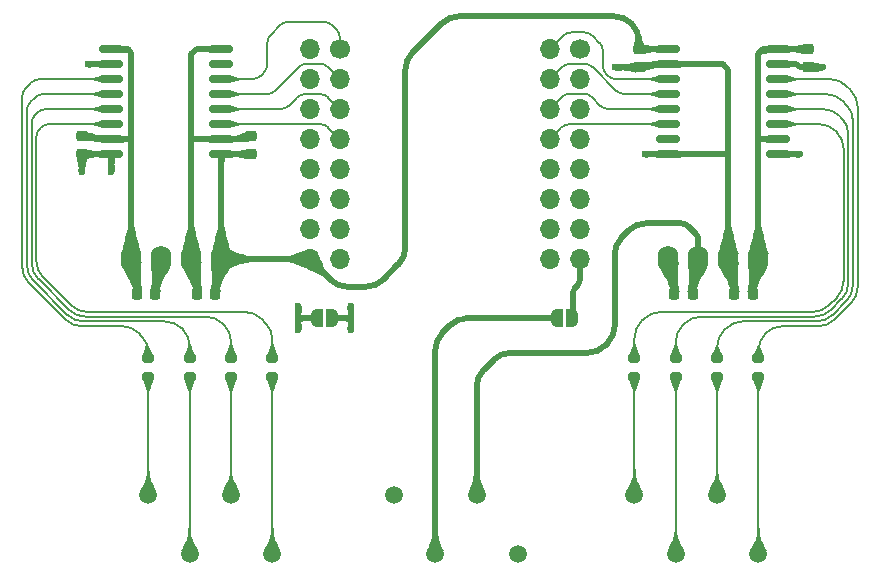
<source format=gtl>
G04 #@! TF.GenerationSoftware,KiCad,Pcbnew,8.0.8*
G04 #@! TF.CreationDate,2025-02-11T18:02:45+01:00*
G04 #@! TF.ProjectId,PCB,5043422e-6b69-4636-9164-5f7063625858,rev?*
G04 #@! TF.SameCoordinates,Original*
G04 #@! TF.FileFunction,Copper,L1,Top*
G04 #@! TF.FilePolarity,Positive*
%FSLAX46Y46*%
G04 Gerber Fmt 4.6, Leading zero omitted, Abs format (unit mm)*
G04 Created by KiCad (PCBNEW 8.0.8) date 2025-02-11 18:02:45*
%MOMM*%
%LPD*%
G01*
G04 APERTURE LIST*
G04 Aperture macros list*
%AMRoundRect*
0 Rectangle with rounded corners*
0 $1 Rounding radius*
0 $2 $3 $4 $5 $6 $7 $8 $9 X,Y pos of 4 corners*
0 Add a 4 corners polygon primitive as box body*
4,1,4,$2,$3,$4,$5,$6,$7,$8,$9,$2,$3,0*
0 Add four circle primitives for the rounded corners*
1,1,$1+$1,$2,$3*
1,1,$1+$1,$4,$5*
1,1,$1+$1,$6,$7*
1,1,$1+$1,$8,$9*
0 Add four rect primitives between the rounded corners*
20,1,$1+$1,$2,$3,$4,$5,0*
20,1,$1+$1,$4,$5,$6,$7,0*
20,1,$1+$1,$6,$7,$8,$9,0*
20,1,$1+$1,$8,$9,$2,$3,0*%
%AMFreePoly0*
4,1,19,0.500000,-0.750000,0.000000,-0.750000,0.000000,-0.744911,-0.071157,-0.744911,-0.207708,-0.704816,-0.327430,-0.627875,-0.420627,-0.520320,-0.479746,-0.390866,-0.500000,-0.250000,-0.500000,0.250000,-0.479746,0.390866,-0.420627,0.520320,-0.327430,0.627875,-0.207708,0.704816,-0.071157,0.744911,0.000000,0.744911,0.000000,0.750000,0.500000,0.750000,0.500000,-0.750000,0.500000,-0.750000,
$1*%
%AMFreePoly1*
4,1,19,0.000000,0.744911,0.071157,0.744911,0.207708,0.704816,0.327430,0.627875,0.420627,0.520320,0.479746,0.390866,0.500000,0.250000,0.500000,-0.250000,0.479746,-0.390866,0.420627,-0.520320,0.327430,-0.627875,0.207708,-0.704816,0.071157,-0.744911,0.000000,-0.744911,0.000000,-0.750000,-0.500000,-0.750000,-0.500000,0.750000,0.000000,0.750000,0.000000,0.744911,0.000000,0.744911,
$1*%
G04 Aperture macros list end*
G04 #@! TA.AperFunction,ComponentPad*
%ADD10O,1.750000X2.250000*%
G04 #@! TD*
G04 #@! TA.AperFunction,SMDPad,CuDef*
%ADD11RoundRect,0.200000X-0.275000X0.200000X-0.275000X-0.200000X0.275000X-0.200000X0.275000X0.200000X0*%
G04 #@! TD*
G04 #@! TA.AperFunction,SMDPad,CuDef*
%ADD12RoundRect,0.150000X0.875000X0.150000X-0.875000X0.150000X-0.875000X-0.150000X0.875000X-0.150000X0*%
G04 #@! TD*
G04 #@! TA.AperFunction,ComponentPad*
%ADD13C,1.700000*%
G04 #@! TD*
G04 #@! TA.AperFunction,ComponentPad*
%ADD14O,1.700000X1.700000*%
G04 #@! TD*
G04 #@! TA.AperFunction,ComponentPad*
%ADD15C,1.508000*%
G04 #@! TD*
G04 #@! TA.AperFunction,SMDPad,CuDef*
%ADD16RoundRect,0.225000X0.225000X0.250000X-0.225000X0.250000X-0.225000X-0.250000X0.225000X-0.250000X0*%
G04 #@! TD*
G04 #@! TA.AperFunction,SMDPad,CuDef*
%ADD17RoundRect,0.225000X0.250000X-0.225000X0.250000X0.225000X-0.250000X0.225000X-0.250000X-0.225000X0*%
G04 #@! TD*
G04 #@! TA.AperFunction,SMDPad,CuDef*
%ADD18FreePoly0,180.000000*%
G04 #@! TD*
G04 #@! TA.AperFunction,SMDPad,CuDef*
%ADD19FreePoly1,180.000000*%
G04 #@! TD*
G04 #@! TA.AperFunction,SMDPad,CuDef*
%ADD20RoundRect,0.225000X-0.250000X0.225000X-0.250000X-0.225000X0.250000X-0.225000X0.250000X0.225000X0*%
G04 #@! TD*
G04 #@! TA.AperFunction,SMDPad,CuDef*
%ADD21RoundRect,0.150000X-0.875000X-0.150000X0.875000X-0.150000X0.875000X0.150000X-0.875000X0.150000X0*%
G04 #@! TD*
G04 #@! TA.AperFunction,ViaPad*
%ADD22C,0.600000*%
G04 #@! TD*
G04 #@! TA.AperFunction,Conductor*
%ADD23C,0.500000*%
G04 #@! TD*
G04 #@! TA.AperFunction,Conductor*
%ADD24C,0.200000*%
G04 #@! TD*
G04 #@! TA.AperFunction,Conductor*
%ADD25C,0.250000*%
G04 #@! TD*
G04 APERTURE END LIST*
D10*
X160662000Y-83820000D03*
X163202000Y-83820000D03*
X165742000Y-83820000D03*
X168282000Y-83820000D03*
D11*
X168282000Y-92170000D03*
X168282000Y-93820000D03*
X123622000Y-92170000D03*
X123622000Y-93820000D03*
D12*
X122802000Y-74930000D03*
X122802000Y-73660000D03*
X122802000Y-72390000D03*
X122802000Y-71120000D03*
X122802000Y-69850000D03*
X122802000Y-68580000D03*
X122802000Y-67310000D03*
X122802000Y-66040000D03*
X113502000Y-66040000D03*
X113502000Y-67310000D03*
X113502000Y-68580000D03*
X113502000Y-69850000D03*
X113502000Y-71120000D03*
X113502000Y-72390000D03*
X113502000Y-73660000D03*
X113502000Y-74930000D03*
D13*
X132842000Y-66040000D03*
D14*
X130302000Y-66040000D03*
X132842000Y-68580000D03*
X130302000Y-68580000D03*
X132842000Y-71120000D03*
X130302000Y-71120000D03*
X132842000Y-73660000D03*
X130302000Y-73660000D03*
X132842000Y-76200000D03*
X130302000Y-76200000D03*
X132842000Y-78740000D03*
X130302000Y-78740000D03*
X132842000Y-81280000D03*
X130302000Y-81280000D03*
X132842000Y-83820000D03*
X130302000Y-83820000D03*
D15*
X116622000Y-103820000D03*
X120122000Y-108820000D03*
X123622000Y-103820000D03*
X127122000Y-108820000D03*
D16*
X162707000Y-86820000D03*
X161157000Y-86820000D03*
X122307000Y-86820000D03*
X120757000Y-86820000D03*
D11*
X161282000Y-92170000D03*
X161282000Y-93820000D03*
X157782000Y-92170000D03*
X157782000Y-93820000D03*
D15*
X137424500Y-103820000D03*
X140924500Y-108820000D03*
X144424500Y-103820000D03*
X147924500Y-108820000D03*
D11*
X116622000Y-92170000D03*
X116622000Y-93820000D03*
X164782000Y-92170000D03*
X164782000Y-93820000D03*
D17*
X125302000Y-74930000D03*
X125302000Y-73380000D03*
D16*
X167787000Y-86820000D03*
X166237000Y-86820000D03*
D10*
X115182000Y-83820000D03*
X117722000Y-83820000D03*
X120262000Y-83820000D03*
X122802000Y-83820000D03*
D11*
X120122000Y-92170000D03*
X120122000Y-93820000D03*
D17*
X111002000Y-74930000D03*
X111002000Y-73380000D03*
D18*
X132202000Y-88820000D03*
D19*
X130902000Y-88820000D03*
D13*
X153162000Y-66040000D03*
D14*
X150622000Y-66040000D03*
X153162000Y-68580000D03*
X150622000Y-68580000D03*
X153162000Y-71120000D03*
X150622000Y-71120000D03*
X153162000Y-73660000D03*
X150622000Y-73660000D03*
X153162000Y-76200000D03*
X150622000Y-76200000D03*
X153162000Y-78740000D03*
X150622000Y-78740000D03*
X153162000Y-81280000D03*
X150622000Y-81280000D03*
X153162000Y-83820000D03*
X150622000Y-83820000D03*
D11*
X127122000Y-92170000D03*
X127122000Y-93820000D03*
D20*
X172462000Y-66040000D03*
X172462000Y-67590000D03*
D18*
X152522000Y-88820000D03*
D19*
X151222000Y-88820000D03*
D20*
X158162000Y-66040000D03*
X158162000Y-67590000D03*
D15*
X157782000Y-103820000D03*
X161282000Y-108820000D03*
X164782000Y-103820000D03*
X168282000Y-108820000D03*
D16*
X117227000Y-86820000D03*
X115677000Y-86820000D03*
D21*
X160662000Y-66040000D03*
X160662000Y-67310000D03*
X160662000Y-68580000D03*
X160662000Y-69850000D03*
X160662000Y-71120000D03*
X160662000Y-72390000D03*
X160662000Y-73660000D03*
X160662000Y-74930000D03*
X169962000Y-74930000D03*
X169962000Y-73660000D03*
X169962000Y-72390000D03*
X169962000Y-71120000D03*
X169962000Y-69850000D03*
X169962000Y-68580000D03*
X169962000Y-67310000D03*
X169962000Y-66040000D03*
D22*
X156162000Y-67590000D03*
X133777000Y-87820000D03*
X133777000Y-89820000D03*
X158662000Y-74930000D03*
X133777000Y-88820000D03*
X111502000Y-67310000D03*
X111002000Y-76430000D03*
X113502000Y-76430000D03*
X173730000Y-67590000D03*
X129327000Y-88820000D03*
X129327000Y-87820000D03*
X171770000Y-74930000D03*
X129327000Y-89820000D03*
D23*
X122802000Y-74930000D02*
X125302000Y-74930000D01*
X142908427Y-63270000D02*
X156091573Y-63270000D01*
X157505787Y-63855787D02*
X157576214Y-63926214D01*
X122307000Y-86820000D02*
X122307000Y-84315000D01*
X138380000Y-82861573D02*
X138380000Y-67798427D01*
X122802000Y-83820000D02*
X122802000Y-74930000D01*
X136495787Y-85574213D02*
X137794214Y-84275786D01*
X138965787Y-66384213D02*
X141494214Y-63855786D01*
X122802000Y-83820000D02*
X130302000Y-83820000D01*
X133470427Y-86160000D02*
X135081573Y-86160000D01*
X122307000Y-84315000D02*
X122802000Y-83820000D01*
X158162000Y-65340427D02*
X158162000Y-66040000D01*
X130302000Y-83820000D02*
X132056214Y-85574214D01*
X158162000Y-66040000D02*
X160662000Y-66040000D01*
X141494214Y-63855786D02*
G75*
G02*
X142908427Y-63270019I1414186J-1414214D01*
G01*
X157576214Y-63926214D02*
G75*
G02*
X158161981Y-65340427I-1414214J-1414186D01*
G01*
X136495787Y-85574213D02*
G75*
G02*
X135081573Y-86159981I-1414187J1414213D01*
G01*
X133470427Y-86160000D02*
G75*
G02*
X132056200Y-85574228I-27J2000000D01*
G01*
X157505787Y-63855787D02*
G75*
G03*
X156091573Y-63270019I-1414187J-1414213D01*
G01*
X138965787Y-66384213D02*
G75*
G03*
X138380019Y-67798427I1414213J-1414187D01*
G01*
X137794214Y-84275786D02*
G75*
G03*
X138379981Y-82861573I-1414214J1414186D01*
G01*
X159330000Y-67310000D02*
X160662000Y-67310000D01*
X158162000Y-67590000D02*
X159050000Y-67590000D01*
X160662000Y-74930000D02*
X165742000Y-74930000D01*
D24*
X120262000Y-73660000D02*
X120262000Y-83820000D01*
D23*
X160662000Y-67310000D02*
X165240000Y-67310000D01*
X122802000Y-73660000D02*
X120262000Y-73660000D01*
X133777000Y-87820000D02*
X133777000Y-89820000D01*
X166237000Y-84315000D02*
X165742000Y-83820000D01*
X159050000Y-67590000D02*
X159330000Y-67310000D01*
X120757000Y-84315000D02*
X120262000Y-83820000D01*
X166237000Y-86820000D02*
X166237000Y-84315000D01*
X165240000Y-67310000D02*
X165742000Y-67812000D01*
X132277000Y-88820000D02*
X133777000Y-88820000D01*
X120757000Y-86820000D02*
X120757000Y-84315000D01*
X158162000Y-67590000D02*
X156162000Y-67590000D01*
X122802000Y-66040000D02*
X120710000Y-66040000D01*
X120262000Y-66488000D02*
X120710000Y-66040000D01*
X122802000Y-73660000D02*
X125022000Y-73660000D01*
X165742000Y-67812000D02*
X165742000Y-74930000D01*
X125022000Y-73660000D02*
X125302000Y-73380000D01*
X120262000Y-83820000D02*
X120262000Y-66488000D01*
X160662000Y-74930000D02*
X158662000Y-74930000D01*
X165742000Y-74930000D02*
X165742000Y-83820000D01*
D24*
X168282000Y-73990000D02*
X168282000Y-73660000D01*
X168612000Y-73660000D02*
X168282000Y-73990000D01*
D23*
X168282000Y-83820000D02*
X168282000Y-66428000D01*
D24*
X168880000Y-73660000D02*
X168282000Y-73660000D01*
X169962000Y-73660000D02*
X168880000Y-73660000D01*
D23*
X169962000Y-66040000D02*
X172462000Y-66040000D01*
X113502000Y-74930000D02*
X113502000Y-76430000D01*
D24*
X168282000Y-73330000D02*
X168282000Y-73660000D01*
D23*
X168282000Y-66428000D02*
X168670000Y-66040000D01*
X167787000Y-84315000D02*
X168282000Y-83820000D01*
X111002000Y-74930000D02*
X111002000Y-76430000D01*
X142204213Y-89405787D02*
X141510286Y-90099714D01*
D24*
X168880000Y-73660000D02*
X168492000Y-73660000D01*
D23*
X117227000Y-84315000D02*
X117722000Y-83820000D01*
X140924500Y-108820000D02*
X140924500Y-91513927D01*
D24*
X168612000Y-73660000D02*
X168282000Y-73330000D01*
D23*
X167787000Y-86820000D02*
X167787000Y-84315000D01*
D24*
X168282000Y-83820000D02*
X168282000Y-73990000D01*
D23*
X113502000Y-67310000D02*
X111502000Y-67310000D01*
X143618427Y-88820000D02*
X151142097Y-88820000D01*
D24*
X169962000Y-73660000D02*
X168612000Y-73660000D01*
D23*
X169962000Y-73660000D02*
X168282000Y-73660000D01*
X117227000Y-86820000D02*
X117227000Y-84315000D01*
X169962000Y-66040000D02*
X168670000Y-66040000D01*
X111002000Y-74930000D02*
X113502000Y-74930000D01*
D24*
X168282000Y-66428000D02*
X168282000Y-73330000D01*
D23*
X143618427Y-88820000D02*
G75*
G03*
X142204199Y-89405773I-27J-2000000D01*
G01*
X140924500Y-91513927D02*
G75*
G02*
X141510272Y-90099700I2000000J27D01*
G01*
D24*
X172462000Y-67590000D02*
X173730000Y-67590000D01*
D23*
X161157000Y-86820000D02*
X161157000Y-84315000D01*
D24*
X113502000Y-73660000D02*
X114842000Y-73660000D01*
D23*
X113502000Y-73660000D02*
X115172000Y-73660000D01*
X111870000Y-73380000D02*
X111002000Y-73380000D01*
X169962000Y-67310000D02*
X171490000Y-67310000D01*
X114890000Y-66040000D02*
X113502000Y-66040000D01*
X161157000Y-84315000D02*
X160662000Y-83820000D01*
X171490000Y-67310000D02*
X171770000Y-67590000D01*
D24*
X113502000Y-73660000D02*
X114852000Y-73660000D01*
D23*
X115677000Y-84315000D02*
X115182000Y-83820000D01*
X129327000Y-87820000D02*
X129327000Y-89820000D01*
X169962000Y-74930000D02*
X171770000Y-74930000D01*
X171770000Y-67590000D02*
X173730000Y-67590000D01*
D24*
X172462000Y-67590000D02*
X171770000Y-67590000D01*
D23*
X115677000Y-86820000D02*
X115677000Y-84315000D01*
D25*
X130827000Y-88820000D02*
X129327000Y-88820000D01*
D23*
X113502000Y-73660000D02*
X112150000Y-73660000D01*
D24*
X115182000Y-74000000D02*
X115182000Y-83820000D01*
D23*
X112150000Y-73660000D02*
X111870000Y-73380000D01*
X115182000Y-83820000D02*
X115182000Y-66332000D01*
X129327000Y-88820000D02*
X130822097Y-88820000D01*
X115182000Y-66332000D02*
X114890000Y-66040000D01*
X158748427Y-80790000D02*
X161695786Y-80790000D01*
X162707000Y-86820000D02*
X162707000Y-84315000D01*
X145010287Y-93199713D02*
X145874214Y-92335786D01*
X162707000Y-84315000D02*
X163202000Y-83820000D01*
X156100000Y-89501573D02*
X156100000Y-83438427D01*
X155265787Y-91164213D02*
X155514214Y-90915786D01*
X156685787Y-82024213D02*
X157334214Y-81375786D01*
X163202000Y-82296214D02*
X163202000Y-83820000D01*
X144424500Y-103820000D02*
X144424500Y-94613927D01*
X162402893Y-81082893D02*
X162909107Y-81589107D01*
X147288427Y-91750000D02*
X153851573Y-91750000D01*
X161695786Y-80790000D02*
G75*
G02*
X162402900Y-81082886I14J-1000000D01*
G01*
X145874214Y-92335786D02*
G75*
G02*
X147288427Y-91750019I1414186J-1414214D01*
G01*
X145010287Y-93199713D02*
G75*
G03*
X144424519Y-94613927I1414213J-1414187D01*
G01*
X155514214Y-90915786D02*
G75*
G03*
X156099981Y-89501573I-1414214J1414186D01*
G01*
X156685787Y-82024213D02*
G75*
G03*
X156100019Y-83438427I1414213J-1414187D01*
G01*
X163202000Y-82296214D02*
G75*
G03*
X162909114Y-81589100I-1000000J14D01*
G01*
X158748427Y-80790000D02*
G75*
G03*
X157334200Y-81375772I-27J-2000000D01*
G01*
X155265787Y-91164213D02*
G75*
G02*
X153851573Y-91749981I-1414187J1414213D01*
G01*
D24*
X126982893Y-64817107D02*
X127767107Y-64032893D01*
X132842000Y-65086214D02*
X132842000Y-66040000D01*
X122802000Y-68580000D02*
X125435786Y-68580000D01*
X128474214Y-63740000D02*
X131495786Y-63740000D01*
X126690000Y-67325786D02*
X126690000Y-65524214D01*
X132202893Y-64032893D02*
X132549107Y-64379107D01*
X126142893Y-68287107D02*
X126397107Y-68032893D01*
X127767107Y-64032893D02*
G75*
G02*
X128474214Y-63740010I707093J-707107D01*
G01*
X132202893Y-64032893D02*
G75*
G03*
X131495786Y-63740010I-707093J-707107D01*
G01*
X126690000Y-67325786D02*
G75*
G02*
X126397114Y-68032900I-1000000J-14D01*
G01*
X125435786Y-68580000D02*
G75*
G03*
X126142900Y-68287114I14J1000000D01*
G01*
X132549107Y-64379107D02*
G75*
G02*
X132841990Y-65086214I-707107J-707093D01*
G01*
X126982893Y-64817107D02*
G75*
G03*
X126690010Y-65524214I707107J-707093D01*
G01*
X122802000Y-69850000D02*
X126655786Y-69850000D01*
X127362893Y-69557107D02*
X129347107Y-67572893D01*
X130054214Y-67280000D02*
X131127786Y-67280000D01*
X131834893Y-67572893D02*
X132842000Y-68580000D01*
X131834893Y-67572893D02*
G75*
G03*
X131127786Y-67280010I-707093J-707107D01*
G01*
X130054214Y-67280000D02*
G75*
G03*
X129347100Y-67572886I-14J-1000000D01*
G01*
X126655786Y-69850000D02*
G75*
G03*
X127362900Y-69557114I14J1000000D01*
G01*
X131864893Y-72682893D02*
X132842000Y-73660000D01*
X122802000Y-72390000D02*
X131157786Y-72390000D01*
X131864893Y-72682893D02*
G75*
G03*
X131157786Y-72390010I-707093J-707107D01*
G01*
X131864893Y-70142893D02*
X132842000Y-71120000D01*
X122802000Y-71120000D02*
X127805786Y-71120000D01*
X128512893Y-70827107D02*
X129197107Y-70142893D01*
X129904214Y-69850000D02*
X131157786Y-69850000D01*
X129197107Y-70142893D02*
G75*
G02*
X129904214Y-69850010I707093J-707107D01*
G01*
X128512893Y-70827107D02*
G75*
G02*
X127805786Y-71119990I-707093J707107D01*
G01*
X131864893Y-70142893D02*
G75*
G03*
X131157786Y-69850010I-707093J-707107D01*
G01*
X151639107Y-70102893D02*
X150622000Y-71120000D01*
X153465786Y-69810000D02*
X152346214Y-69810000D01*
X154897107Y-70827107D02*
X154172893Y-70102893D01*
X160662000Y-71120000D02*
X155604214Y-71120000D01*
X153465786Y-69810000D02*
G75*
G02*
X154172900Y-70102886I14J-1000000D01*
G01*
X152346214Y-69810000D02*
G75*
G03*
X151639100Y-70102886I-14J-1000000D01*
G01*
X154897107Y-70827107D02*
G75*
G03*
X155604214Y-71119990I707093J707107D01*
G01*
D23*
X153015553Y-85984447D02*
X152743446Y-86256554D01*
X153162000Y-83820000D02*
X153162000Y-85630893D01*
X152597000Y-86610107D02*
X152597000Y-88820000D01*
X153015553Y-85984447D02*
G75*
G03*
X153161995Y-85630893I-353553J353547D01*
G01*
X152743446Y-86256554D02*
G75*
G03*
X152597005Y-86610107I353554J-353546D01*
G01*
D24*
X153545786Y-67290000D02*
X152326214Y-67290000D01*
X160662000Y-69850000D02*
X156934214Y-69850000D01*
X156227107Y-69557107D02*
X154252893Y-67582893D01*
X151619107Y-67582893D02*
X150622000Y-68580000D01*
X153545786Y-67290000D02*
G75*
G02*
X154252900Y-67582886I14J-1000000D01*
G01*
X156934214Y-69850000D02*
G75*
G02*
X156227100Y-69557114I-14J1000000D01*
G01*
X151619107Y-67582893D02*
G75*
G02*
X152326214Y-67290010I707093J-707107D01*
G01*
X151599107Y-72682893D02*
X150622000Y-73660000D01*
X160662000Y-72390000D02*
X152306214Y-72390000D01*
X151599107Y-72682893D02*
G75*
G02*
X152306214Y-72390010I707093J-707107D01*
G01*
X160662000Y-68580000D02*
X156229900Y-68580000D01*
X153545786Y-64630000D02*
X152446214Y-64630000D01*
X155110000Y-67460100D02*
X155110000Y-66194214D01*
X155522793Y-68287107D02*
X155402893Y-68167207D01*
X151739107Y-64922893D02*
X150622000Y-66040000D01*
X154817107Y-65487107D02*
X154252893Y-64922893D01*
X155110000Y-67460100D02*
G75*
G03*
X155402893Y-68167207I1000000J0D01*
G01*
X154252893Y-64922893D02*
G75*
G03*
X153545786Y-64630010I-707093J-707107D01*
G01*
X155110000Y-66194214D02*
G75*
G03*
X154817114Y-65487100I-1000000J14D01*
G01*
X151739107Y-64922893D02*
G75*
G02*
X152446214Y-64630010I707093J-707107D01*
G01*
X156229900Y-68580000D02*
G75*
G02*
X155522793Y-68287107I0J1000000D01*
G01*
X157782000Y-93820000D02*
X157782000Y-103820000D01*
X168282000Y-93820000D02*
X168282000Y-108820000D01*
X161282000Y-93820000D02*
X161282000Y-108820000D01*
X164782000Y-93820000D02*
X164782000Y-103820000D01*
X120122000Y-93820000D02*
X120122000Y-108820000D01*
X123622000Y-93820000D02*
X123622000Y-103820000D01*
X127122000Y-93820000D02*
X127122000Y-108820000D01*
X116622000Y-93820000D02*
X116622000Y-103820000D01*
X111475485Y-88300000D02*
X124801573Y-88300000D01*
X107725787Y-85378729D02*
X110061272Y-87714214D01*
X107140000Y-73474214D02*
X107140000Y-83964515D01*
X126215787Y-88885787D02*
X126536214Y-89206214D01*
X127122000Y-90620427D02*
X127122000Y-92170000D01*
X113502000Y-72390000D02*
X108224214Y-72390000D01*
X107517107Y-72682893D02*
X107432893Y-72767107D01*
X126215787Y-88885787D02*
G75*
G03*
X124801573Y-88300019I-1414187J-1414213D01*
G01*
X107432893Y-72767107D02*
G75*
G03*
X107140010Y-73474214I707107J-707093D01*
G01*
X108224214Y-72390000D02*
G75*
G03*
X107517100Y-72682886I-14J-1000000D01*
G01*
X126536214Y-89206214D02*
G75*
G02*
X127121981Y-90620427I-1414214J-1414186D01*
G01*
X110061272Y-87714214D02*
G75*
G03*
X111475485Y-88300011I1414228J1414214D01*
G01*
X107140000Y-83964515D02*
G75*
G03*
X107725794Y-85378722I2000000J15D01*
G01*
X106740000Y-72324214D02*
X106740000Y-84130201D01*
X123622000Y-90810427D02*
X123622000Y-92170000D01*
X107325787Y-85544415D02*
X109895586Y-88114214D01*
X111309799Y-88700000D02*
X121511573Y-88700000D01*
X113502000Y-71120000D02*
X107944214Y-71120000D01*
X107237107Y-71412893D02*
X107032893Y-71617107D01*
X122925787Y-89285787D02*
X123036214Y-89396214D01*
X106740000Y-84130201D02*
G75*
G03*
X107325787Y-85544415I2000000J1D01*
G01*
X107032893Y-71617107D02*
G75*
G03*
X106740010Y-72324214I707107J-707093D01*
G01*
X107944214Y-71120000D02*
G75*
G03*
X107237100Y-71412886I-14J-1000000D01*
G01*
X109895586Y-88114214D02*
G75*
G03*
X111309799Y-88700001I1414214J1414214D01*
G01*
X123036214Y-89396214D02*
G75*
G02*
X123621981Y-90810427I-1414214J-1414186D01*
G01*
X121511573Y-88700000D02*
G75*
G02*
X122925801Y-89285773I27J-2000000D01*
G01*
X107017107Y-70142893D02*
X106632893Y-70527107D01*
X111144113Y-89100000D02*
X118041573Y-89100000D01*
X106340000Y-71234214D02*
X106340000Y-84295887D01*
X120122000Y-91180427D02*
X120122000Y-92170000D01*
X113502000Y-69850000D02*
X107724214Y-69850000D01*
X106925787Y-85710101D02*
X109729900Y-88514214D01*
X119455787Y-89685787D02*
X119536214Y-89766214D01*
X106632893Y-70527107D02*
G75*
G03*
X106340010Y-71234214I707107J-707093D01*
G01*
X119455787Y-89685787D02*
G75*
G03*
X118041573Y-89100019I-1414187J-1414213D01*
G01*
X109729900Y-88514214D02*
G75*
G03*
X111144113Y-89099991I1414200J1414214D01*
G01*
X106340000Y-84295887D02*
G75*
G03*
X106925780Y-85710108I2000000J-13D01*
G01*
X107724214Y-69850000D02*
G75*
G03*
X107017100Y-70142886I-14J-1000000D01*
G01*
X120122000Y-91180427D02*
G75*
G03*
X119536228Y-89766200I-2000000J27D01*
G01*
X106232893Y-69367107D02*
X106727107Y-68872893D01*
X105940000Y-84461573D02*
X105940000Y-70074214D01*
X116036213Y-90316213D02*
X115805786Y-90085786D01*
X116622000Y-92170000D02*
X116622000Y-91730427D01*
X109564213Y-88914213D02*
X106525786Y-85875786D01*
X114391573Y-89500000D02*
X110978427Y-89500000D01*
X107434214Y-68580000D02*
X113502000Y-68580000D01*
X105940000Y-70074214D02*
G75*
G02*
X106232886Y-69367100I1000000J14D01*
G01*
X116036213Y-90316213D02*
G75*
G02*
X116621981Y-91730427I-1414213J-1414187D01*
G01*
X106525786Y-85875786D02*
G75*
G02*
X105940019Y-84461573I1414214J1414186D01*
G01*
X106727107Y-68872893D02*
G75*
G02*
X107434214Y-68580010I707093J-707107D01*
G01*
X110978427Y-89500000D02*
G75*
G02*
X109564199Y-88914227I-27J2000000D01*
G01*
X115805786Y-90085786D02*
G75*
G03*
X114391573Y-89500019I-1414186J-1414214D01*
G01*
X174321573Y-68580000D02*
X169962000Y-68580000D01*
X176104213Y-69534213D02*
X175735786Y-69165786D01*
X174762845Y-88914213D02*
X176104214Y-87572844D01*
X168867787Y-90122213D02*
X168904214Y-90085786D01*
X170318427Y-89500000D02*
X173348631Y-89500000D01*
X168282000Y-92170000D02*
X168282000Y-91536427D01*
X176690000Y-86158631D02*
X176690000Y-70948427D01*
X176104214Y-87572844D02*
G75*
G03*
X176690022Y-86158631I-1414214J1414244D01*
G01*
X173348631Y-89500000D02*
G75*
G03*
X174762830Y-88914198I-31J2000000D01*
G01*
X175735786Y-69165786D02*
G75*
G03*
X174321573Y-68580019I-1414186J-1414214D01*
G01*
X170318427Y-89500000D02*
G75*
G03*
X168904200Y-90085772I-27J-2000000D01*
G01*
X168282000Y-91536427D02*
G75*
G02*
X168867773Y-90122199I2000000J27D01*
G01*
X176104213Y-69534213D02*
G75*
G02*
X176689981Y-70948427I-1414213J-1414187D01*
G01*
X173991573Y-69850000D02*
X169962000Y-69850000D01*
X176290000Y-85992945D02*
X176290000Y-72148427D01*
X174597159Y-88514213D02*
X175704214Y-87407158D01*
X166948427Y-89100000D02*
X173182945Y-89100000D01*
X175704213Y-70734213D02*
X175405786Y-70435786D01*
X165367787Y-89852213D02*
X165534214Y-89685786D01*
X164782000Y-92170000D02*
X164782000Y-91266427D01*
X176290000Y-85992945D02*
G75*
G02*
X175704192Y-87407136I-2000000J45D01*
G01*
X164782000Y-91266427D02*
G75*
G02*
X165367773Y-89852199I2000000J27D01*
G01*
X175704213Y-70734213D02*
G75*
G02*
X176289981Y-72148427I-1414213J-1414187D01*
G01*
X173182945Y-89100000D02*
G75*
G03*
X174597137Y-88514191I-45J2000000D01*
G01*
X165534214Y-89685786D02*
G75*
G02*
X166948427Y-89100019I1414186J-1414214D01*
G01*
X173991573Y-69850000D02*
G75*
G02*
X175405800Y-70435772I27J-2000000D01*
G01*
X173017259Y-88700000D02*
X163428427Y-88700000D01*
X161282000Y-90846427D02*
X161282000Y-92170000D01*
X162014213Y-89285787D02*
X161867786Y-89432214D01*
X175165787Y-71705787D02*
X175304214Y-71844214D01*
X175890000Y-73258427D02*
X175890000Y-85827259D01*
X169962000Y-71120000D02*
X173751573Y-71120000D01*
X175304213Y-87241473D02*
X174431472Y-88114214D01*
X161867786Y-89432214D02*
G75*
G03*
X161282019Y-90846427I1414214J-1414186D01*
G01*
X175890000Y-85827259D02*
G75*
G02*
X175304234Y-87241494I-2000000J-41D01*
G01*
X173017259Y-88700000D02*
G75*
G03*
X174431493Y-88114235I41J2000000D01*
G01*
X162014213Y-89285787D02*
G75*
G02*
X163428427Y-88700019I1414187J-1414213D01*
G01*
X175304214Y-71844214D02*
G75*
G02*
X175889981Y-73258427I-1414214J-1414186D01*
G01*
X173751573Y-71120000D02*
G75*
G02*
X175165801Y-71705773I27J-2000000D01*
G01*
X174904213Y-87075787D02*
X174265786Y-87714214D01*
X175490000Y-74478427D02*
X175490000Y-85661573D01*
X158564213Y-88885787D02*
X158367786Y-89082214D01*
X169962000Y-72390000D02*
X173401573Y-72390000D01*
X174815787Y-72975787D02*
X174904214Y-73064214D01*
X172851573Y-88300000D02*
X159978427Y-88300000D01*
X157782000Y-90496427D02*
X157782000Y-92170000D01*
X175490000Y-74478427D02*
G75*
G03*
X174904228Y-73064200I-2000000J27D01*
G01*
X173401573Y-72390000D02*
G75*
G02*
X174815801Y-72975773I27J-2000000D01*
G01*
X174265786Y-87714214D02*
G75*
G02*
X172851573Y-88299981I-1414186J1414214D01*
G01*
X158367786Y-89082214D02*
G75*
G03*
X157782019Y-90496427I1414214J-1414186D01*
G01*
X174904213Y-87075787D02*
G75*
G03*
X175489981Y-85661573I-1414213J1414187D01*
G01*
X158564213Y-88885787D02*
G75*
G02*
X159978427Y-88300019I1414187J-1414213D01*
G01*
G04 #@! TA.AperFunction,Conductor*
G36*
X114517190Y-73455765D02*
G01*
X114520040Y-73458425D01*
X114520522Y-73459055D01*
X114520915Y-73459603D01*
X114525709Y-73466703D01*
X114526012Y-73467176D01*
X114530870Y-73475214D01*
X114531122Y-73475651D01*
X114536048Y-73484657D01*
X114536250Y-73485044D01*
X114541205Y-73494964D01*
X114541369Y-73495306D01*
X114546369Y-73506186D01*
X114546503Y-73506489D01*
X114551507Y-73518244D01*
X114551619Y-73518516D01*
X114556671Y-73531261D01*
X114556764Y-73531504D01*
X114561813Y-73545120D01*
X114561886Y-73545323D01*
X114566349Y-73558132D01*
X114567000Y-73561980D01*
X114567000Y-73758018D01*
X114566348Y-73761868D01*
X114561885Y-73774675D01*
X114561807Y-73774893D01*
X114556764Y-73788494D01*
X114556671Y-73788737D01*
X114551619Y-73801482D01*
X114551507Y-73801754D01*
X114546503Y-73813509D01*
X114546369Y-73813812D01*
X114541369Y-73824692D01*
X114541205Y-73825034D01*
X114536250Y-73834954D01*
X114536048Y-73835341D01*
X114531122Y-73844347D01*
X114530870Y-73844784D01*
X114526012Y-73852822D01*
X114525695Y-73853318D01*
X114520926Y-73860379D01*
X114520530Y-73860930D01*
X114520043Y-73861568D01*
X114512299Y-73866065D01*
X114508395Y-73865931D01*
X114487094Y-73861568D01*
X113558958Y-73671461D01*
X113551542Y-73666445D01*
X113549845Y-73657652D01*
X113554862Y-73650235D01*
X113558958Y-73648538D01*
X114508398Y-73454068D01*
X114517190Y-73455765D01*
G37*
G04 #@! TD.AperFunction*
G04 #@! TA.AperFunction,Conductor*
G36*
X170912000Y-74638375D02*
G01*
X170987000Y-74646000D01*
X171062000Y-74652875D01*
X171137000Y-74659000D01*
X171212000Y-74664375D01*
X171287000Y-74668999D01*
X171362000Y-74672874D01*
X171437000Y-74675999D01*
X171512000Y-74678374D01*
X171575554Y-74679751D01*
X171583750Y-74683356D01*
X171587000Y-74691448D01*
X171587000Y-75168550D01*
X171583573Y-75176823D01*
X171575554Y-75180247D01*
X171512009Y-75181624D01*
X171437028Y-75183999D01*
X171437016Y-75183999D01*
X171437000Y-75184000D01*
X171406995Y-75185250D01*
X171361946Y-75187127D01*
X171287058Y-75190997D01*
X171287000Y-75191000D01*
X171212000Y-75195625D01*
X171206231Y-75196038D01*
X171136989Y-75200999D01*
X171062005Y-75207123D01*
X170987011Y-75213997D01*
X170912026Y-75221621D01*
X170839606Y-75229708D01*
X170834517Y-75229149D01*
X169993321Y-74941069D01*
X169986605Y-74935146D01*
X169986043Y-74926209D01*
X169991966Y-74919493D01*
X169993321Y-74918931D01*
X170834518Y-74630849D01*
X170839606Y-74630291D01*
X170912000Y-74638375D01*
G37*
G04 #@! TD.AperFunction*
G04 #@! TA.AperFunction,Conductor*
G36*
X112629482Y-67010850D02*
G01*
X113470678Y-67298931D01*
X113477394Y-67304854D01*
X113477956Y-67313791D01*
X113472033Y-67320507D01*
X113470678Y-67321069D01*
X112629482Y-67609149D01*
X112624393Y-67609708D01*
X112551973Y-67601621D01*
X112476988Y-67593997D01*
X112401994Y-67587123D01*
X112327010Y-67580999D01*
X112264062Y-67576489D01*
X112252000Y-67575625D01*
X112177000Y-67571000D01*
X112176942Y-67570997D01*
X112102053Y-67567127D01*
X112064512Y-67565563D01*
X112027000Y-67564000D01*
X112026979Y-67563999D01*
X112026971Y-67563999D01*
X111951990Y-67561624D01*
X111888446Y-67560247D01*
X111880249Y-67556642D01*
X111877000Y-67548550D01*
X111877000Y-67071448D01*
X111880427Y-67063175D01*
X111888444Y-67059751D01*
X111952000Y-67058374D01*
X112027000Y-67055999D01*
X112102000Y-67052874D01*
X112177000Y-67048999D01*
X112252000Y-67044375D01*
X112327000Y-67039000D01*
X112402000Y-67032875D01*
X112477000Y-67026000D01*
X112552000Y-67018375D01*
X112624393Y-67010291D01*
X112629482Y-67010850D01*
G37*
G04 #@! TD.AperFunction*
G04 #@! TA.AperFunction,Conductor*
G36*
X114517190Y-73455765D02*
G01*
X114520040Y-73458425D01*
X114520522Y-73459055D01*
X114520915Y-73459603D01*
X114525709Y-73466703D01*
X114526012Y-73467176D01*
X114530870Y-73475214D01*
X114531122Y-73475651D01*
X114536048Y-73484657D01*
X114536250Y-73485044D01*
X114541205Y-73494964D01*
X114541369Y-73495306D01*
X114546369Y-73506186D01*
X114546503Y-73506489D01*
X114551507Y-73518244D01*
X114551619Y-73518516D01*
X114556671Y-73531261D01*
X114556764Y-73531504D01*
X114561813Y-73545120D01*
X114561886Y-73545323D01*
X114566349Y-73558132D01*
X114567000Y-73561980D01*
X114567000Y-73758018D01*
X114566348Y-73761868D01*
X114561885Y-73774675D01*
X114561807Y-73774893D01*
X114556764Y-73788494D01*
X114556671Y-73788737D01*
X114551619Y-73801482D01*
X114551507Y-73801754D01*
X114546503Y-73813509D01*
X114546369Y-73813812D01*
X114541369Y-73824692D01*
X114541205Y-73825034D01*
X114536250Y-73834954D01*
X114536048Y-73835341D01*
X114531122Y-73844347D01*
X114530870Y-73844784D01*
X114526012Y-73852822D01*
X114525695Y-73853318D01*
X114520926Y-73860379D01*
X114520530Y-73860930D01*
X114520043Y-73861568D01*
X114512299Y-73866065D01*
X114508395Y-73865931D01*
X114487094Y-73861568D01*
X113558958Y-73671461D01*
X113551542Y-73666445D01*
X113549845Y-73657652D01*
X113554862Y-73650235D01*
X113558958Y-73648538D01*
X114508398Y-73454068D01*
X114517190Y-73455765D01*
G37*
G04 #@! TD.AperFunction*
G04 #@! TA.AperFunction,Conductor*
G36*
X123752000Y-74638375D02*
G01*
X123827000Y-74646000D01*
X123901999Y-74652875D01*
X123977000Y-74659000D01*
X124052000Y-74664375D01*
X124127000Y-74668999D01*
X124202000Y-74672874D01*
X124277000Y-74675999D01*
X124352000Y-74678374D01*
X124415554Y-74679751D01*
X124423750Y-74683356D01*
X124427000Y-74691448D01*
X124427000Y-75168550D01*
X124423573Y-75176823D01*
X124415554Y-75180247D01*
X124352009Y-75181624D01*
X124277028Y-75183999D01*
X124277016Y-75183999D01*
X124277000Y-75184000D01*
X124246994Y-75185250D01*
X124201945Y-75187127D01*
X124127058Y-75190997D01*
X124127000Y-75191000D01*
X124052000Y-75195625D01*
X124046231Y-75196038D01*
X123976989Y-75200999D01*
X123902005Y-75207123D01*
X123827011Y-75213997D01*
X123752026Y-75221621D01*
X123679606Y-75229708D01*
X123674517Y-75229149D01*
X122833321Y-74941069D01*
X122826605Y-74935146D01*
X122826043Y-74926209D01*
X122831966Y-74919493D01*
X122833321Y-74918931D01*
X123674518Y-74630849D01*
X123679606Y-74630291D01*
X123752000Y-74638375D01*
G37*
G04 #@! TD.AperFunction*
G04 #@! TA.AperFunction,Conductor*
G36*
X168946630Y-73486674D02*
G01*
X169917443Y-73651603D01*
X169925025Y-73656367D01*
X169927018Y-73665098D01*
X169922254Y-73672680D01*
X169919283Y-73674204D01*
X169090466Y-73958809D01*
X169083473Y-73958999D01*
X169045191Y-73948140D01*
X169027125Y-73943016D01*
X169027119Y-73943014D01*
X169027110Y-73943012D01*
X168967251Y-73929032D01*
X168967239Y-73929029D01*
X168907385Y-73918050D01*
X168907375Y-73918048D01*
X168847499Y-73910064D01*
X168787629Y-73905082D01*
X168777310Y-73904740D01*
X168727754Y-73903099D01*
X168727750Y-73903099D01*
X168727719Y-73903098D01*
X168667884Y-73904114D01*
X168608019Y-73908131D01*
X168608017Y-73908131D01*
X168608005Y-73908132D01*
X168575285Y-73911966D01*
X168548135Y-73915147D01*
X168494198Y-73924170D01*
X168485473Y-73922155D01*
X168483995Y-73920903D01*
X168361075Y-73797983D01*
X168357648Y-73789710D01*
X168361075Y-73781437D01*
X168366256Y-73778425D01*
X168406331Y-73767454D01*
X168465828Y-73748165D01*
X168525325Y-73725876D01*
X168584821Y-73700587D01*
X168584838Y-73700579D01*
X168644314Y-73672300D01*
X168674611Y-73656367D01*
X168703815Y-73641009D01*
X168763311Y-73606720D01*
X168822808Y-73569431D01*
X168882305Y-73529142D01*
X168937817Y-73488752D01*
X168946522Y-73486657D01*
X168946630Y-73486674D01*
G37*
G04 #@! TD.AperFunction*
G04 #@! TA.AperFunction,Conductor*
G36*
X156284376Y-67291398D02*
G01*
X156284681Y-67291405D01*
X156288385Y-67291544D01*
X156385299Y-67295196D01*
X156385532Y-67295208D01*
X156469849Y-67300790D01*
X156470051Y-67300806D01*
X156543634Y-67307594D01*
X156543818Y-67307612D01*
X156611999Y-67315000D01*
X156680299Y-67322400D01*
X156754024Y-67329200D01*
X156838600Y-67334800D01*
X156939450Y-67338600D01*
X157050436Y-67339867D01*
X157058667Y-67343388D01*
X157062000Y-67351566D01*
X157062000Y-67828433D01*
X157058573Y-67836706D01*
X157050434Y-67840132D01*
X157010405Y-67840589D01*
X156939450Y-67841400D01*
X156840843Y-67845115D01*
X156838573Y-67845201D01*
X156754059Y-67850797D01*
X156754032Y-67850799D01*
X156754024Y-67850800D01*
X156680299Y-67857600D01*
X156680278Y-67857602D01*
X156680270Y-67857603D01*
X156611999Y-67865000D01*
X156543819Y-67872386D01*
X156543634Y-67872405D01*
X156470089Y-67879189D01*
X156469787Y-67879212D01*
X156385591Y-67884787D01*
X156385258Y-67884805D01*
X156284681Y-67888594D01*
X156284375Y-67888601D01*
X156173794Y-67889865D01*
X156165482Y-67886533D01*
X156161961Y-67878300D01*
X156161000Y-67590000D01*
X156161960Y-67301792D01*
X156165414Y-67293532D01*
X156173697Y-67290133D01*
X156284376Y-67291398D01*
G37*
G04 #@! TD.AperFunction*
G04 #@! TA.AperFunction,Conductor*
G36*
X159834257Y-72133776D02*
G01*
X160626845Y-72378822D01*
X160633737Y-72384540D01*
X160634567Y-72393456D01*
X160628849Y-72400348D01*
X160626845Y-72401178D01*
X159733912Y-72677247D01*
X159725503Y-72676669D01*
X159660328Y-72646218D01*
X159591089Y-72616870D01*
X159591087Y-72616869D01*
X159591077Y-72616865D01*
X159521817Y-72590507D01*
X159521799Y-72590500D01*
X159452569Y-72567152D01*
X159383295Y-72546789D01*
X159314030Y-72529429D01*
X159244791Y-72515076D01*
X159175522Y-72503716D01*
X159106248Y-72495356D01*
X159047798Y-72490835D01*
X159039813Y-72486780D01*
X159037000Y-72479170D01*
X159037000Y-72300829D01*
X159040427Y-72292556D01*
X159047796Y-72289164D01*
X159092660Y-72285693D01*
X159106248Y-72284642D01*
X159106251Y-72284641D01*
X159106259Y-72284641D01*
X159175519Y-72276283D01*
X159244779Y-72264925D01*
X159286334Y-72256310D01*
X159314030Y-72250569D01*
X159383295Y-72233210D01*
X159392546Y-72230490D01*
X159452558Y-72212850D01*
X159521817Y-72189492D01*
X159591077Y-72163134D01*
X159660337Y-72133776D01*
X159725504Y-72103329D01*
X159733912Y-72102752D01*
X159834257Y-72133776D01*
G37*
G04 #@! TD.AperFunction*
G04 #@! TA.AperFunction,Conductor*
G36*
X111008833Y-74933918D02*
G01*
X111445727Y-75248371D01*
X111450440Y-75255985D01*
X111450309Y-75260427D01*
X111431990Y-75342137D01*
X111411991Y-75434345D01*
X111392005Y-75529484D01*
X111392006Y-75529485D01*
X111391999Y-75529520D01*
X111371999Y-75627731D01*
X111352000Y-75728943D01*
X111351994Y-75728974D01*
X111332005Y-75833124D01*
X111332000Y-75833154D01*
X111312000Y-75940365D01*
X111311995Y-75940394D01*
X111292004Y-76050549D01*
X111292000Y-76050577D01*
X111272000Y-76163788D01*
X111271996Y-76163813D01*
X111271995Y-76163812D01*
X111253672Y-76270284D01*
X111248892Y-76277856D01*
X111242142Y-76280000D01*
X110761858Y-76280000D01*
X110753585Y-76276573D01*
X110750328Y-76270284D01*
X110732003Y-76163812D01*
X110732003Y-76163813D01*
X110731999Y-76163788D01*
X110711999Y-76050577D01*
X110691999Y-75940365D01*
X110671999Y-75833154D01*
X110652000Y-75728943D01*
X110632000Y-75627731D01*
X110612000Y-75529520D01*
X110611993Y-75529485D01*
X110611993Y-75529484D01*
X110592008Y-75434345D01*
X110572009Y-75342137D01*
X110571065Y-75337930D01*
X110553690Y-75260425D01*
X110555224Y-75251604D01*
X110558269Y-75248373D01*
X110995165Y-74933918D01*
X111003882Y-74931867D01*
X111008833Y-74933918D01*
G37*
G04 #@! TD.AperFunction*
G04 #@! TA.AperFunction,Conductor*
G36*
X120129746Y-93825843D02*
G01*
X120515455Y-94166611D01*
X120519386Y-94174656D01*
X120518317Y-94180312D01*
X120492000Y-94236903D01*
X120462002Y-94305907D01*
X120431982Y-94379465D01*
X120402014Y-94457395D01*
X120382015Y-94512399D01*
X120372000Y-94539946D01*
X120342000Y-94626957D01*
X120312000Y-94718467D01*
X120282001Y-94814477D01*
X120281978Y-94814550D01*
X120252019Y-94914923D01*
X120224424Y-95011514D01*
X120218856Y-95018528D01*
X120213174Y-95020000D01*
X120030826Y-95020000D01*
X120022553Y-95016573D01*
X120019576Y-95011514D01*
X119991981Y-94914923D01*
X119962000Y-94814477D01*
X119953662Y-94787795D01*
X119931999Y-94718467D01*
X119902000Y-94626957D01*
X119872000Y-94539946D01*
X119842000Y-94457435D01*
X119841985Y-94457395D01*
X119812010Y-94379449D01*
X119781997Y-94305907D01*
X119780760Y-94303062D01*
X119752000Y-94236903D01*
X119725681Y-94180310D01*
X119725301Y-94171365D01*
X119728541Y-94166613D01*
X120114253Y-93825843D01*
X120122722Y-93822934D01*
X120129746Y-93825843D01*
G37*
G04 #@! TD.AperFunction*
G04 #@! TA.AperFunction,Conductor*
G36*
X113510258Y-74937285D02*
G01*
X113798152Y-75226139D01*
X113801565Y-75234417D01*
X113801520Y-75235427D01*
X113798948Y-75264549D01*
X113796999Y-75286625D01*
X113791999Y-75344000D01*
X113786999Y-75402125D01*
X113784258Y-75434391D01*
X113781998Y-75461005D01*
X113776999Y-75520618D01*
X113777000Y-75520619D01*
X113771999Y-75580993D01*
X113772000Y-75580994D01*
X113766999Y-75642118D01*
X113767000Y-75642119D01*
X113762000Y-75703993D01*
X113762000Y-75704000D01*
X113759588Y-75734206D01*
X113757000Y-75766618D01*
X113757000Y-75766625D01*
X113752850Y-75819221D01*
X113748784Y-75827198D01*
X113741187Y-75830000D01*
X113262813Y-75830000D01*
X113254540Y-75826573D01*
X113251149Y-75819220D01*
X113246999Y-75766625D01*
X113241999Y-75704000D01*
X113236999Y-75642125D01*
X113236999Y-75642119D01*
X113236999Y-75642118D01*
X113231999Y-75580993D01*
X113231999Y-75580992D01*
X113227001Y-75520631D01*
X113222001Y-75461006D01*
X113219740Y-75434391D01*
X113217000Y-75402125D01*
X113212000Y-75344000D01*
X113207000Y-75286625D01*
X113202479Y-75235426D01*
X113205165Y-75226885D01*
X113205833Y-75226153D01*
X113493714Y-74937313D01*
X113501981Y-74933873D01*
X113510258Y-74937285D01*
G37*
G04 #@! TD.AperFunction*
G04 #@! TA.AperFunction,Conductor*
G36*
X168381192Y-80965240D02*
G01*
X168384252Y-80970609D01*
X168457818Y-81257873D01*
X168533637Y-81542309D01*
X168577051Y-81698523D01*
X168609463Y-81815147D01*
X168685267Y-82076285D01*
X168761093Y-82325867D01*
X168836912Y-82563802D01*
X168885480Y-82708774D01*
X168912737Y-82790135D01*
X168988539Y-83004771D01*
X169064373Y-83207873D01*
X169136208Y-83389251D01*
X169136068Y-83398205D01*
X169130490Y-83404060D01*
X168287160Y-83818464D01*
X168278224Y-83819037D01*
X168276840Y-83818464D01*
X167433509Y-83404060D01*
X167427595Y-83397335D01*
X167427791Y-83389251D01*
X167499631Y-83207860D01*
X167575450Y-83004799D01*
X167651269Y-82790113D01*
X167727087Y-82563802D01*
X167802906Y-82325867D01*
X167878725Y-82076306D01*
X167954543Y-81815120D01*
X168030362Y-81542309D01*
X168106181Y-81257873D01*
X168179747Y-80970609D01*
X168185119Y-80963446D01*
X168191081Y-80961813D01*
X168372919Y-80961813D01*
X168381192Y-80965240D01*
G37*
G04 #@! TD.AperFunction*
G04 #@! TA.AperFunction,Conductor*
G36*
X159834257Y-69593776D02*
G01*
X160626845Y-69838822D01*
X160633737Y-69844540D01*
X160634567Y-69853456D01*
X160628849Y-69860348D01*
X160626845Y-69861178D01*
X159733912Y-70137247D01*
X159725503Y-70136669D01*
X159660328Y-70106218D01*
X159591089Y-70076870D01*
X159591087Y-70076869D01*
X159591077Y-70076865D01*
X159521817Y-70050507D01*
X159521799Y-70050500D01*
X159452569Y-70027152D01*
X159383295Y-70006789D01*
X159314030Y-69989429D01*
X159244791Y-69975076D01*
X159175522Y-69963716D01*
X159106248Y-69955356D01*
X159047798Y-69950835D01*
X159039813Y-69946780D01*
X159037000Y-69939170D01*
X159037000Y-69760829D01*
X159040427Y-69752556D01*
X159047796Y-69749164D01*
X159092660Y-69745693D01*
X159106248Y-69744642D01*
X159106251Y-69744641D01*
X159106259Y-69744641D01*
X159175519Y-69736283D01*
X159244779Y-69724925D01*
X159286334Y-69716310D01*
X159314030Y-69710569D01*
X159383295Y-69693210D01*
X159392546Y-69690490D01*
X159452558Y-69672850D01*
X159521817Y-69649492D01*
X159591077Y-69623134D01*
X159660337Y-69593776D01*
X159725504Y-69563329D01*
X159733912Y-69562752D01*
X159834257Y-69593776D01*
G37*
G04 #@! TD.AperFunction*
G04 #@! TA.AperFunction,Conductor*
G36*
X171633889Y-67641072D02*
G01*
X171635111Y-67641181D01*
X171643852Y-67642439D01*
X171680815Y-67647755D01*
X171681689Y-67647915D01*
X171691880Y-67650181D01*
X171699211Y-67655322D01*
X171700760Y-67664142D01*
X171696856Y-67670568D01*
X171689622Y-67676633D01*
X171688184Y-67677663D01*
X171667878Y-67690000D01*
X171644243Y-67704358D01*
X171641759Y-67705493D01*
X171602342Y-67718204D01*
X171597197Y-67718665D01*
X171568056Y-67714760D01*
X171560757Y-67710814D01*
X171541683Y-67688741D01*
X171538848Y-67681615D01*
X171538147Y-67665971D01*
X171541200Y-67657556D01*
X171542729Y-67656155D01*
X171554849Y-67646909D01*
X171560040Y-67644670D01*
X171590107Y-67639733D01*
X171592410Y-67639586D01*
X171633889Y-67641072D01*
G37*
G04 #@! TD.AperFunction*
G04 #@! TA.AperFunction,Conductor*
G36*
X171784955Y-67494341D02*
G01*
X171795876Y-67497512D01*
X171802865Y-67503110D01*
X171803765Y-67505208D01*
X171808496Y-67520111D01*
X171808423Y-67527412D01*
X171798300Y-67557233D01*
X171796949Y-67559973D01*
X171791428Y-67568234D01*
X171783981Y-67573208D01*
X171775199Y-67571461D01*
X171770225Y-67564014D01*
X171770000Y-67561733D01*
X171770000Y-67505579D01*
X171773427Y-67497306D01*
X171781700Y-67493879D01*
X171784955Y-67494341D01*
G37*
G04 #@! TD.AperFunction*
G04 #@! TA.AperFunction,Conductor*
G36*
X125051918Y-74483599D02*
G01*
X125056568Y-74488190D01*
X125299821Y-74924301D01*
X125300858Y-74933195D01*
X125299821Y-74935699D01*
X125056568Y-75371809D01*
X125049545Y-75377365D01*
X125043011Y-75377323D01*
X124939498Y-75346497D01*
X124827002Y-75315998D01*
X124714515Y-75288502D01*
X124601996Y-75263998D01*
X124489508Y-75242501D01*
X124377013Y-75224002D01*
X124377007Y-75224001D01*
X124377000Y-75224000D01*
X124264500Y-75208500D01*
X124264464Y-75208496D01*
X124152033Y-75196002D01*
X124039501Y-75186500D01*
X123938025Y-75180637D01*
X123929963Y-75176738D01*
X123927000Y-75168956D01*
X123927000Y-74691043D01*
X123930427Y-74682770D01*
X123938022Y-74679363D01*
X124039500Y-74673499D01*
X124152000Y-74663999D01*
X124152008Y-74663998D01*
X124152033Y-74663996D01*
X124197005Y-74658998D01*
X124264499Y-74651499D01*
X124377000Y-74635999D01*
X124377014Y-74635996D01*
X124377019Y-74635996D01*
X124391582Y-74633601D01*
X124489500Y-74617500D01*
X124602000Y-74596000D01*
X124714500Y-74571500D01*
X124731821Y-74567265D01*
X124827002Y-74544000D01*
X124939498Y-74513501D01*
X124976583Y-74502457D01*
X125043012Y-74482676D01*
X125051918Y-74483599D01*
G37*
G04 #@! TD.AperFunction*
G04 #@! TA.AperFunction,Conductor*
G36*
X173619705Y-67323630D02*
G01*
X173729115Y-67585489D01*
X173729142Y-67594444D01*
X173729115Y-67594511D01*
X173619705Y-67856369D01*
X173613353Y-67862681D01*
X173604399Y-67862654D01*
X173550472Y-67840128D01*
X173513721Y-67824777D01*
X173513718Y-67824775D01*
X173429356Y-67789582D01*
X173357697Y-67760980D01*
X173357687Y-67760976D01*
X173357681Y-67760974D01*
X173338067Y-67753970D01*
X173294084Y-67738265D01*
X173234094Y-67720827D01*
X173234068Y-67720820D01*
X173173173Y-67708005D01*
X173173159Y-67708003D01*
X173106828Y-67699159D01*
X173030492Y-67693637D01*
X172939770Y-67690802D01*
X172841614Y-67690084D01*
X172833367Y-67686596D01*
X172830000Y-67678384D01*
X172830000Y-67501615D01*
X172833427Y-67493342D01*
X172841613Y-67489915D01*
X172939745Y-67489197D01*
X172971514Y-67488204D01*
X173030492Y-67486361D01*
X173030501Y-67486360D01*
X173030511Y-67486360D01*
X173106813Y-67480841D01*
X173106828Y-67480839D01*
X173106829Y-67480839D01*
X173115107Y-67479735D01*
X173173166Y-67471995D01*
X173206976Y-67464879D01*
X173234068Y-67459178D01*
X173234075Y-67459176D01*
X173234085Y-67459174D01*
X173294085Y-67441733D01*
X173357681Y-67419024D01*
X173404202Y-67400455D01*
X173429356Y-67390416D01*
X173429368Y-67390410D01*
X173429388Y-67390403D01*
X173513721Y-67355222D01*
X173604400Y-67317344D01*
X173613354Y-67317318D01*
X173619705Y-67323630D01*
G37*
G04 #@! TD.AperFunction*
G04 #@! TA.AperFunction,Conductor*
G36*
X121929482Y-65740850D02*
G01*
X122770678Y-66028931D01*
X122777394Y-66034854D01*
X122777956Y-66043791D01*
X122772033Y-66050507D01*
X122770678Y-66051069D01*
X121929482Y-66339149D01*
X121924393Y-66339708D01*
X121851973Y-66331621D01*
X121776988Y-66323997D01*
X121701993Y-66317123D01*
X121627010Y-66310999D01*
X121564062Y-66306489D01*
X121552000Y-66305625D01*
X121477000Y-66301000D01*
X121476942Y-66300997D01*
X121402053Y-66297127D01*
X121364512Y-66295563D01*
X121327000Y-66294000D01*
X121326979Y-66293999D01*
X121326971Y-66293999D01*
X121251990Y-66291624D01*
X121188446Y-66290247D01*
X121180249Y-66286642D01*
X121177000Y-66278550D01*
X121177000Y-65801448D01*
X121180427Y-65793175D01*
X121188444Y-65789751D01*
X121252000Y-65788374D01*
X121327000Y-65785999D01*
X121401999Y-65782874D01*
X121477000Y-65778999D01*
X121552000Y-65774375D01*
X121627000Y-65769000D01*
X121702000Y-65762875D01*
X121777000Y-65756000D01*
X121852000Y-65748375D01*
X121924393Y-65740291D01*
X121929482Y-65740850D01*
G37*
G04 #@! TD.AperFunction*
G04 #@! TA.AperFunction,Conductor*
G36*
X123738495Y-69563329D02*
G01*
X123771005Y-69578518D01*
X123803670Y-69593780D01*
X123842052Y-69610049D01*
X123872922Y-69623134D01*
X123942182Y-69649492D01*
X123942192Y-69649495D01*
X123942199Y-69649498D01*
X124011429Y-69672846D01*
X124011441Y-69672850D01*
X124048434Y-69683724D01*
X124080703Y-69693210D01*
X124149968Y-69710569D01*
X124194474Y-69719795D01*
X124219220Y-69724925D01*
X124288480Y-69736283D01*
X124357740Y-69744641D01*
X124357744Y-69744641D01*
X124357750Y-69744642D01*
X124375870Y-69746043D01*
X124416203Y-69749164D01*
X124424187Y-69753219D01*
X124427000Y-69760829D01*
X124427000Y-69939170D01*
X124423573Y-69947443D01*
X124416202Y-69950835D01*
X124357750Y-69955356D01*
X124288476Y-69963716D01*
X124219207Y-69975076D01*
X124149968Y-69989429D01*
X124080703Y-70006789D01*
X124011429Y-70027152D01*
X123942199Y-70050500D01*
X123872909Y-70076870D01*
X123803670Y-70106218D01*
X123738496Y-70136669D01*
X123730087Y-70137247D01*
X123055153Y-69928577D01*
X122837153Y-69861177D01*
X122830262Y-69855460D01*
X122829432Y-69846544D01*
X122835150Y-69839652D01*
X122837152Y-69838822D01*
X123730088Y-69562752D01*
X123738495Y-69563329D01*
G37*
G04 #@! TD.AperFunction*
G04 #@! TA.AperFunction,Conductor*
G36*
X111434613Y-73025014D02*
G01*
X111517253Y-73079962D01*
X111552225Y-73102048D01*
X111607199Y-73136768D01*
X111697146Y-73190575D01*
X111751790Y-73221440D01*
X111787096Y-73241383D01*
X111877010Y-73289173D01*
X111877038Y-73289187D01*
X111877040Y-73289188D01*
X111966987Y-73333995D01*
X112056934Y-73375801D01*
X112146881Y-73414608D01*
X112146902Y-73414617D01*
X112236805Y-73450406D01*
X112236828Y-73450415D01*
X112309536Y-73476934D01*
X112316133Y-73482988D01*
X112316518Y-73491934D01*
X112313799Y-73496198D01*
X111977336Y-73832661D01*
X111969063Y-73836088D01*
X111967457Y-73835977D01*
X111870917Y-73822600D01*
X111870904Y-73822598D01*
X111870900Y-73822598D01*
X111768578Y-73811420D01*
X111731455Y-73808453D01*
X111666247Y-73803242D01*
X111563924Y-73798064D01*
X111461636Y-73795888D01*
X111461618Y-73795888D01*
X111461612Y-73795888D01*
X111382394Y-73796524D01*
X111359282Y-73796710D01*
X111256957Y-73800532D01*
X111154633Y-73807355D01*
X111052332Y-73817175D01*
X110964764Y-73828149D01*
X110956129Y-73825778D01*
X110951700Y-73817995D01*
X110951684Y-73815217D01*
X110953884Y-73795888D01*
X111000767Y-73383912D01*
X111004848Y-73376295D01*
X111420595Y-73025811D01*
X111429128Y-73023099D01*
X111434613Y-73025014D01*
G37*
G04 #@! TD.AperFunction*
G04 #@! TA.AperFunction,Conductor*
G36*
X123718823Y-101561427D02*
G01*
X123722247Y-101569447D01*
X123728052Y-101838017D01*
X123728052Y-101838025D01*
X123746176Y-102067652D01*
X123746178Y-102067673D01*
X123776305Y-102258850D01*
X123776310Y-102258874D01*
X123818390Y-102423688D01*
X123872368Y-102574144D01*
X123872371Y-102574152D01*
X123938185Y-102722262D01*
X124015758Y-102879999D01*
X124015759Y-102879999D01*
X124105026Y-103059369D01*
X124105125Y-103059573D01*
X124205968Y-103272456D01*
X124206123Y-103272799D01*
X124313862Y-103520551D01*
X124314019Y-103529505D01*
X124307799Y-103535946D01*
X124307624Y-103536021D01*
X123626491Y-103819133D01*
X123617536Y-103819144D01*
X123617509Y-103819133D01*
X122936375Y-103536021D01*
X122930051Y-103529681D01*
X122930062Y-103520726D01*
X122930095Y-103520646D01*
X123037888Y-103272769D01*
X123038019Y-103272480D01*
X123138883Y-103059550D01*
X123138972Y-103059369D01*
X123228240Y-102879999D01*
X123305816Y-102722257D01*
X123371628Y-102574153D01*
X123425605Y-102423695D01*
X123467690Y-102258866D01*
X123497823Y-102067652D01*
X123515946Y-101838035D01*
X123521753Y-101569447D01*
X123525358Y-101561250D01*
X123533450Y-101558000D01*
X123710550Y-101558000D01*
X123718823Y-101561427D01*
G37*
G04 #@! TD.AperFunction*
G04 #@! TA.AperFunction,Conductor*
G36*
X168289746Y-93825843D02*
G01*
X168675455Y-94166611D01*
X168679386Y-94174656D01*
X168678317Y-94180312D01*
X168652000Y-94236903D01*
X168622002Y-94305907D01*
X168591989Y-94379449D01*
X168562007Y-94457414D01*
X168531997Y-94539955D01*
X168502003Y-94626947D01*
X168472008Y-94718442D01*
X168441978Y-94814550D01*
X168412019Y-94914923D01*
X168384424Y-95011514D01*
X168378856Y-95018528D01*
X168373174Y-95020000D01*
X168190826Y-95020000D01*
X168182553Y-95016573D01*
X168179576Y-95011514D01*
X168151981Y-94914923D01*
X168122022Y-94814550D01*
X168122000Y-94814478D01*
X168092000Y-94718467D01*
X168062000Y-94626957D01*
X168032000Y-94539946D01*
X168002000Y-94457435D01*
X168001992Y-94457414D01*
X167972010Y-94379449D01*
X167941997Y-94305907D01*
X167940760Y-94303062D01*
X167912000Y-94236903D01*
X167885681Y-94180310D01*
X167885301Y-94171365D01*
X167888541Y-94166613D01*
X168274253Y-93825843D01*
X168282722Y-93822934D01*
X168289746Y-93825843D01*
G37*
G04 #@! TD.AperFunction*
G04 #@! TA.AperFunction,Conductor*
G36*
X112674257Y-70863776D02*
G01*
X113466845Y-71108822D01*
X113473737Y-71114540D01*
X113474567Y-71123456D01*
X113468849Y-71130348D01*
X113466845Y-71131178D01*
X112573912Y-71407247D01*
X112565503Y-71406669D01*
X112500328Y-71376218D01*
X112431089Y-71346870D01*
X112431087Y-71346869D01*
X112431077Y-71346865D01*
X112361817Y-71320507D01*
X112361799Y-71320500D01*
X112292569Y-71297152D01*
X112223295Y-71276789D01*
X112154030Y-71259429D01*
X112084791Y-71245076D01*
X112015522Y-71233716D01*
X111946248Y-71225356D01*
X111887798Y-71220835D01*
X111879813Y-71216780D01*
X111877000Y-71209170D01*
X111877000Y-71030829D01*
X111880427Y-71022556D01*
X111887796Y-71019164D01*
X111932660Y-71015693D01*
X111946248Y-71014642D01*
X111946251Y-71014641D01*
X111946259Y-71014641D01*
X112015519Y-71006283D01*
X112084779Y-70994925D01*
X112126334Y-70986310D01*
X112154030Y-70980569D01*
X112223295Y-70963210D01*
X112232546Y-70960490D01*
X112292558Y-70942850D01*
X112361817Y-70919492D01*
X112431077Y-70893134D01*
X112500337Y-70863776D01*
X112565504Y-70833329D01*
X112573912Y-70832752D01*
X112674257Y-70863776D01*
G37*
G04 #@! TD.AperFunction*
G04 #@! TA.AperFunction,Conductor*
G36*
X134023706Y-88923427D02*
G01*
X134027132Y-88931566D01*
X134028400Y-89042549D01*
X134032200Y-89143399D01*
X134032201Y-89143425D01*
X134037796Y-89227938D01*
X134044603Y-89301727D01*
X134052000Y-89369999D01*
X134059387Y-89438184D01*
X134059406Y-89438370D01*
X134066188Y-89511906D01*
X134066211Y-89512207D01*
X134071787Y-89596407D01*
X134071805Y-89596740D01*
X134075594Y-89697317D01*
X134075601Y-89697623D01*
X134076865Y-89808205D01*
X134073533Y-89816517D01*
X134065300Y-89820038D01*
X134065205Y-89820039D01*
X133777039Y-89820999D01*
X133776961Y-89820999D01*
X133488794Y-89820039D01*
X133480532Y-89816585D01*
X133477133Y-89808301D01*
X133478398Y-89697620D01*
X133478405Y-89697317D01*
X133482196Y-89596695D01*
X133482208Y-89596470D01*
X133487791Y-89512141D01*
X133487805Y-89511951D01*
X133494594Y-89438353D01*
X133494613Y-89438178D01*
X133502000Y-89369999D01*
X133509400Y-89301699D01*
X133516199Y-89227974D01*
X133521800Y-89143399D01*
X133525600Y-89042549D01*
X133526868Y-88931566D01*
X133530389Y-88923333D01*
X133538567Y-88920000D01*
X134015433Y-88920000D01*
X134023706Y-88923427D01*
G37*
G04 #@! TD.AperFunction*
G04 #@! TA.AperFunction,Conductor*
G36*
X159789482Y-65740850D02*
G01*
X160630678Y-66028931D01*
X160637394Y-66034854D01*
X160637956Y-66043791D01*
X160632033Y-66050507D01*
X160630678Y-66051069D01*
X159789482Y-66339149D01*
X159784393Y-66339708D01*
X159711973Y-66331621D01*
X159636988Y-66323997D01*
X159561994Y-66317123D01*
X159487010Y-66310999D01*
X159424062Y-66306489D01*
X159412000Y-66305625D01*
X159337000Y-66301000D01*
X159336942Y-66300997D01*
X159262053Y-66297127D01*
X159224512Y-66295563D01*
X159187000Y-66294000D01*
X159186979Y-66293999D01*
X159186971Y-66293999D01*
X159111990Y-66291624D01*
X159048446Y-66290247D01*
X159040249Y-66286642D01*
X159037000Y-66278550D01*
X159037000Y-65801448D01*
X159040427Y-65793175D01*
X159048444Y-65789751D01*
X159112000Y-65788374D01*
X159187000Y-65785999D01*
X159262000Y-65782874D01*
X159337000Y-65778999D01*
X159412000Y-65774375D01*
X159487000Y-65769000D01*
X159562000Y-65762875D01*
X159637000Y-65756000D01*
X159712000Y-65748375D01*
X159784393Y-65740291D01*
X159789482Y-65740850D01*
G37*
G04 #@! TD.AperFunction*
G04 #@! TA.AperFunction,Conductor*
G36*
X116718823Y-101561427D02*
G01*
X116722247Y-101569447D01*
X116728052Y-101838017D01*
X116728052Y-101838025D01*
X116746176Y-102067652D01*
X116746178Y-102067673D01*
X116776305Y-102258850D01*
X116776310Y-102258874D01*
X116818390Y-102423688D01*
X116872368Y-102574144D01*
X116872371Y-102574152D01*
X116938185Y-102722262D01*
X117015758Y-102879999D01*
X117015759Y-102879999D01*
X117105026Y-103059369D01*
X117105125Y-103059573D01*
X117205968Y-103272456D01*
X117206123Y-103272799D01*
X117313862Y-103520551D01*
X117314019Y-103529505D01*
X117307799Y-103535946D01*
X117307624Y-103536021D01*
X116626491Y-103819133D01*
X116617536Y-103819144D01*
X116617509Y-103819133D01*
X115936375Y-103536021D01*
X115930051Y-103529681D01*
X115930062Y-103520726D01*
X115930095Y-103520646D01*
X116037888Y-103272769D01*
X116038019Y-103272480D01*
X116138883Y-103059550D01*
X116138972Y-103059369D01*
X116228240Y-102879999D01*
X116305816Y-102722257D01*
X116371628Y-102574153D01*
X116425605Y-102423695D01*
X116467690Y-102258866D01*
X116497823Y-102067652D01*
X116515946Y-101838035D01*
X116521753Y-101569447D01*
X116525358Y-101561250D01*
X116533450Y-101558000D01*
X116710550Y-101558000D01*
X116718823Y-101561427D01*
G37*
G04 #@! TD.AperFunction*
G04 #@! TA.AperFunction,Conductor*
G36*
X170898495Y-70833329D02*
G01*
X170931005Y-70848518D01*
X170963670Y-70863780D01*
X171002052Y-70880049D01*
X171032922Y-70893134D01*
X171102182Y-70919492D01*
X171102192Y-70919495D01*
X171102199Y-70919498D01*
X171171429Y-70942846D01*
X171171441Y-70942850D01*
X171208434Y-70953724D01*
X171240703Y-70963210D01*
X171309968Y-70980569D01*
X171354474Y-70989795D01*
X171379220Y-70994925D01*
X171448480Y-71006283D01*
X171517740Y-71014641D01*
X171517744Y-71014641D01*
X171517750Y-71014642D01*
X171535870Y-71016043D01*
X171576203Y-71019164D01*
X171584187Y-71023219D01*
X171587000Y-71030829D01*
X171587000Y-71209170D01*
X171583573Y-71217443D01*
X171576202Y-71220835D01*
X171517750Y-71225356D01*
X171448476Y-71233716D01*
X171379207Y-71245076D01*
X171309968Y-71259429D01*
X171240703Y-71276789D01*
X171171429Y-71297152D01*
X171102199Y-71320500D01*
X171032909Y-71346870D01*
X170963670Y-71376218D01*
X170898496Y-71406669D01*
X170890087Y-71407247D01*
X170215153Y-71198577D01*
X169997153Y-71131177D01*
X169990262Y-71125460D01*
X169989432Y-71116544D01*
X169995150Y-71109652D01*
X169997152Y-71108822D01*
X170890088Y-70832752D01*
X170898495Y-70833329D01*
G37*
G04 #@! TD.AperFunction*
G04 #@! TA.AperFunction,Conductor*
G36*
X122555284Y-85448427D02*
G01*
X122558566Y-85454866D01*
X122576996Y-85570978D01*
X122577000Y-85571000D01*
X122597000Y-85694000D01*
X122617000Y-85814000D01*
X122637000Y-85931000D01*
X122657000Y-86045000D01*
X122676999Y-86156000D01*
X122677004Y-86156028D01*
X122677003Y-86156028D01*
X122696993Y-86263971D01*
X122716993Y-86368969D01*
X122736992Y-86470967D01*
X122755308Y-86561626D01*
X122753588Y-86570414D01*
X122749539Y-86574161D01*
X122312699Y-86817821D01*
X122303805Y-86818858D01*
X122301301Y-86817821D01*
X121864460Y-86574161D01*
X121858904Y-86567138D01*
X121858691Y-86561628D01*
X121877000Y-86471000D01*
X121877007Y-86470967D01*
X121897006Y-86368969D01*
X121917006Y-86263971D01*
X121936995Y-86156028D01*
X121937985Y-86150530D01*
X121957000Y-86045000D01*
X121976999Y-85931000D01*
X121996999Y-85814000D01*
X122016999Y-85694000D01*
X122036999Y-85571000D01*
X122037003Y-85570978D01*
X122055434Y-85454866D01*
X122060115Y-85447232D01*
X122066989Y-85445000D01*
X122547011Y-85445000D01*
X122555284Y-85448427D01*
G37*
G04 #@! TD.AperFunction*
G04 #@! TA.AperFunction,Conductor*
G36*
X123738495Y-70833329D02*
G01*
X123771005Y-70848518D01*
X123803670Y-70863780D01*
X123842052Y-70880049D01*
X123872922Y-70893134D01*
X123942182Y-70919492D01*
X123942192Y-70919495D01*
X123942199Y-70919498D01*
X124011429Y-70942846D01*
X124011441Y-70942850D01*
X124048434Y-70953724D01*
X124080703Y-70963210D01*
X124149968Y-70980569D01*
X124194474Y-70989795D01*
X124219220Y-70994925D01*
X124288480Y-71006283D01*
X124357740Y-71014641D01*
X124357744Y-71014641D01*
X124357750Y-71014642D01*
X124375870Y-71016043D01*
X124416203Y-71019164D01*
X124424187Y-71023219D01*
X124427000Y-71030829D01*
X124427000Y-71209170D01*
X124423573Y-71217443D01*
X124416202Y-71220835D01*
X124357750Y-71225356D01*
X124288476Y-71233716D01*
X124219207Y-71245076D01*
X124149968Y-71259429D01*
X124080703Y-71276789D01*
X124011429Y-71297152D01*
X123942199Y-71320500D01*
X123872909Y-71346870D01*
X123803670Y-71376218D01*
X123738496Y-71406669D01*
X123730087Y-71407247D01*
X123055153Y-71198577D01*
X122837153Y-71131177D01*
X122830262Y-71125460D01*
X122829432Y-71116544D01*
X122835150Y-71109652D01*
X122837152Y-71108822D01*
X123730088Y-70832752D01*
X123738495Y-70833329D01*
G37*
G04 #@! TD.AperFunction*
G04 #@! TA.AperFunction,Conductor*
G36*
X120481982Y-73751072D02*
G01*
X120488291Y-73757428D01*
X120488258Y-73766382D01*
X120488176Y-73766574D01*
X120469633Y-73808752D01*
X120469430Y-73809188D01*
X120448198Y-73852551D01*
X120448046Y-73852851D01*
X120428838Y-73889383D01*
X120428817Y-73889423D01*
X120411732Y-73921614D01*
X120396986Y-73951772D01*
X120396980Y-73951786D01*
X120384683Y-73982405D01*
X120384680Y-73982415D01*
X120374919Y-74016051D01*
X120367814Y-74055184D01*
X120367813Y-74055194D01*
X120363470Y-74102350D01*
X120362291Y-74148598D01*
X120358654Y-74156781D01*
X120350595Y-74160000D01*
X120173405Y-74160000D01*
X120165132Y-74156573D01*
X120161709Y-74148599D01*
X120160528Y-74102350D01*
X120160528Y-74102340D01*
X120156186Y-74055195D01*
X120149080Y-74016055D01*
X120139319Y-73982416D01*
X120127010Y-73951769D01*
X120112262Y-73921607D01*
X120095182Y-73889423D01*
X120075948Y-73852843D01*
X120075800Y-73852551D01*
X120054555Y-73809160D01*
X120054377Y-73808778D01*
X120035822Y-73766573D01*
X120035631Y-73757621D01*
X120041825Y-73751154D01*
X120041962Y-73751095D01*
X120257484Y-73660889D01*
X120266437Y-73660857D01*
X120481982Y-73751072D01*
G37*
G04 #@! TD.AperFunction*
G04 #@! TA.AperFunction,Conductor*
G36*
X127221447Y-90973427D02*
G01*
X127224424Y-90978486D01*
X127252010Y-91075044D01*
X127281978Y-91175450D01*
X127281996Y-91175507D01*
X127282000Y-91175521D01*
X127311999Y-91271531D01*
X127342000Y-91363042D01*
X127372000Y-91450053D01*
X127395389Y-91514380D01*
X127402014Y-91532602D01*
X127431983Y-91610533D01*
X127462002Y-91684090D01*
X127492000Y-91753094D01*
X127518317Y-91809686D01*
X127518698Y-91818633D01*
X127515455Y-91823388D01*
X127129747Y-92164155D01*
X127121278Y-92167065D01*
X127114253Y-92164155D01*
X126892441Y-91968188D01*
X126728543Y-91823387D01*
X126724613Y-91815342D01*
X126725681Y-91809689D01*
X126752000Y-91753095D01*
X126782000Y-91684084D01*
X126811999Y-91610574D01*
X126842000Y-91532563D01*
X126872000Y-91450053D01*
X126902000Y-91363042D01*
X126932000Y-91271531D01*
X126962000Y-91175521D01*
X126962010Y-91175485D01*
X126962022Y-91175449D01*
X126973241Y-91137857D01*
X126992000Y-91075010D01*
X127019576Y-90978486D01*
X127025144Y-90971472D01*
X127030826Y-90970000D01*
X127213174Y-90970000D01*
X127221447Y-90973427D01*
G37*
G04 #@! TD.AperFunction*
G04 #@! TA.AperFunction,Conductor*
G36*
X165990800Y-80965240D02*
G01*
X165993971Y-80971079D01*
X166052809Y-81247709D01*
X166113642Y-81524335D01*
X166174466Y-81791540D01*
X166235262Y-82049258D01*
X166296080Y-82297690D01*
X166356922Y-82536844D01*
X166417732Y-82766495D01*
X166478546Y-82986790D01*
X166539367Y-83197734D01*
X166597319Y-83389792D01*
X166596428Y-83398703D01*
X166591278Y-83403673D01*
X165747160Y-83818464D01*
X165738224Y-83819037D01*
X165736840Y-83818464D01*
X164892721Y-83403673D01*
X164886807Y-83396948D01*
X164886680Y-83389794D01*
X164944631Y-83197735D01*
X165005450Y-82986799D01*
X165066269Y-82766488D01*
X165127087Y-82536802D01*
X165187906Y-82297742D01*
X165248725Y-82049306D01*
X165248737Y-82049258D01*
X165309532Y-81791540D01*
X165309543Y-81791495D01*
X165370362Y-81524309D01*
X165431181Y-81247748D01*
X165431190Y-81247709D01*
X165490029Y-80971079D01*
X165495102Y-80963700D01*
X165501473Y-80961813D01*
X165982527Y-80961813D01*
X165990800Y-80965240D01*
G37*
G04 #@! TD.AperFunction*
G04 #@! TA.AperFunction,Conductor*
G36*
X123738495Y-68293329D02*
G01*
X123771005Y-68308518D01*
X123803670Y-68323780D01*
X123842052Y-68340049D01*
X123872922Y-68353134D01*
X123942182Y-68379492D01*
X123942192Y-68379495D01*
X123942199Y-68379498D01*
X124011429Y-68402846D01*
X124011441Y-68402850D01*
X124048434Y-68413724D01*
X124080703Y-68423210D01*
X124149968Y-68440569D01*
X124194474Y-68449795D01*
X124219220Y-68454925D01*
X124288480Y-68466283D01*
X124357740Y-68474641D01*
X124357744Y-68474641D01*
X124357750Y-68474642D01*
X124375870Y-68476043D01*
X124416203Y-68479164D01*
X124424187Y-68483219D01*
X124427000Y-68490829D01*
X124427000Y-68669170D01*
X124423573Y-68677443D01*
X124416202Y-68680835D01*
X124357750Y-68685356D01*
X124288476Y-68693716D01*
X124219207Y-68705076D01*
X124149968Y-68719429D01*
X124080703Y-68736789D01*
X124011429Y-68757152D01*
X123942199Y-68780500D01*
X123872909Y-68806870D01*
X123803670Y-68836218D01*
X123738496Y-68866669D01*
X123730087Y-68867247D01*
X123055153Y-68658577D01*
X122837153Y-68591177D01*
X122830262Y-68585460D01*
X122829432Y-68576544D01*
X122835150Y-68569652D01*
X122837152Y-68568822D01*
X123730088Y-68292752D01*
X123738495Y-68293329D01*
G37*
G04 #@! TD.AperFunction*
G04 #@! TA.AperFunction,Conductor*
G36*
X168501982Y-66519072D02*
G01*
X168508291Y-66525428D01*
X168508258Y-66534382D01*
X168508176Y-66534574D01*
X168489633Y-66576752D01*
X168489430Y-66577188D01*
X168468198Y-66620551D01*
X168468046Y-66620851D01*
X168448838Y-66657383D01*
X168448817Y-66657423D01*
X168431732Y-66689614D01*
X168416986Y-66719772D01*
X168416980Y-66719786D01*
X168404683Y-66750405D01*
X168404680Y-66750415D01*
X168394919Y-66784051D01*
X168387814Y-66823184D01*
X168387813Y-66823194D01*
X168383470Y-66870350D01*
X168382291Y-66916598D01*
X168378654Y-66924781D01*
X168370595Y-66928000D01*
X168193405Y-66928000D01*
X168185132Y-66924573D01*
X168181709Y-66916599D01*
X168180528Y-66870350D01*
X168180528Y-66870340D01*
X168176186Y-66823195D01*
X168169080Y-66784055D01*
X168159319Y-66750416D01*
X168147010Y-66719769D01*
X168132262Y-66689607D01*
X168115182Y-66657423D01*
X168095948Y-66620843D01*
X168095800Y-66620551D01*
X168074555Y-66577160D01*
X168074377Y-66576778D01*
X168055822Y-66534573D01*
X168055631Y-66525621D01*
X168061825Y-66519154D01*
X168061962Y-66519095D01*
X168277484Y-66428889D01*
X168286437Y-66428857D01*
X168501982Y-66519072D01*
G37*
G04 #@! TD.AperFunction*
G04 #@! TA.AperFunction,Conductor*
G36*
X131085356Y-83499227D02*
G01*
X131091681Y-83505566D01*
X131091715Y-83505648D01*
X131200945Y-83775927D01*
X131200997Y-83776058D01*
X131292865Y-84011501D01*
X131371201Y-84210806D01*
X131444202Y-84383464D01*
X131520088Y-84539033D01*
X131520092Y-84539039D01*
X131520093Y-84539042D01*
X131607081Y-84687068D01*
X131696779Y-84813665D01*
X131713408Y-84837134D01*
X131760805Y-84894363D01*
X131847270Y-84998765D01*
X131847279Y-84998775D01*
X131847285Y-84998782D01*
X131893002Y-85048040D01*
X132016942Y-85181580D01*
X132222415Y-85386901D01*
X132225845Y-85395173D01*
X132222529Y-85403338D01*
X131889922Y-85745064D01*
X131881696Y-85748602D01*
X131873462Y-85745369D01*
X131873142Y-85745064D01*
X131662578Y-85544211D01*
X131496606Y-85395173D01*
X131476330Y-85376965D01*
X131476323Y-85376959D01*
X131476313Y-85376950D01*
X131313069Y-85243732D01*
X131162881Y-85136720D01*
X131162863Y-85136708D01*
X131015737Y-85048045D01*
X131015732Y-85048042D01*
X131015728Y-85048040D01*
X130861673Y-84969873D01*
X130861671Y-84969872D01*
X130861663Y-84969868D01*
X130690729Y-84894363D01*
X130492914Y-84813665D01*
X130258266Y-84719937D01*
X130258194Y-84719908D01*
X130177541Y-84687068D01*
X129987607Y-84609731D01*
X129981238Y-84603438D01*
X129981184Y-84594484D01*
X130299429Y-83823793D01*
X130305752Y-83817457D01*
X131076403Y-83499218D01*
X131085356Y-83499227D01*
G37*
G04 #@! TD.AperFunction*
G04 #@! TA.AperFunction,Conductor*
G36*
X168378823Y-106561427D02*
G01*
X168382247Y-106569447D01*
X168388052Y-106838017D01*
X168388052Y-106838025D01*
X168406176Y-107067652D01*
X168406178Y-107067673D01*
X168436305Y-107258850D01*
X168436310Y-107258874D01*
X168478390Y-107423688D01*
X168532368Y-107574144D01*
X168532371Y-107574152D01*
X168598185Y-107722262D01*
X168675758Y-107879999D01*
X168675759Y-107879999D01*
X168765026Y-108059369D01*
X168765125Y-108059573D01*
X168865968Y-108272456D01*
X168866123Y-108272799D01*
X168973862Y-108520551D01*
X168974019Y-108529505D01*
X168967799Y-108535946D01*
X168967624Y-108536021D01*
X168286491Y-108819133D01*
X168277536Y-108819144D01*
X168277509Y-108819133D01*
X167596375Y-108536021D01*
X167590051Y-108529681D01*
X167590062Y-108520726D01*
X167590095Y-108520646D01*
X167697888Y-108272769D01*
X167698019Y-108272480D01*
X167798883Y-108059550D01*
X167798972Y-108059369D01*
X167888240Y-107879999D01*
X167965816Y-107722257D01*
X168031628Y-107574153D01*
X168085605Y-107423695D01*
X168127690Y-107258866D01*
X168157823Y-107067652D01*
X168175946Y-106838035D01*
X168181753Y-106569447D01*
X168185358Y-106561250D01*
X168193450Y-106558000D01*
X168370550Y-106558000D01*
X168378823Y-106561427D01*
G37*
G04 #@! TD.AperFunction*
G04 #@! TA.AperFunction,Conductor*
G36*
X161381447Y-90973427D02*
G01*
X161384424Y-90978486D01*
X161412010Y-91075044D01*
X161441978Y-91175449D01*
X161441989Y-91175485D01*
X161442000Y-91175521D01*
X161472000Y-91271531D01*
X161502000Y-91363042D01*
X161532000Y-91450053D01*
X161555389Y-91514380D01*
X161562014Y-91532602D01*
X161591983Y-91610533D01*
X161622002Y-91684090D01*
X161652000Y-91753094D01*
X161678317Y-91809686D01*
X161678698Y-91818633D01*
X161675455Y-91823388D01*
X161289747Y-92164155D01*
X161281278Y-92167065D01*
X161274253Y-92164155D01*
X161052441Y-91968188D01*
X160888543Y-91823387D01*
X160884613Y-91815342D01*
X160885681Y-91809689D01*
X160912000Y-91753095D01*
X160942000Y-91684084D01*
X160972000Y-91610574D01*
X161002000Y-91532563D01*
X161032000Y-91450053D01*
X161062000Y-91363042D01*
X161092000Y-91271531D01*
X161122000Y-91175521D01*
X161122010Y-91175485D01*
X161122022Y-91175449D01*
X161133241Y-91137857D01*
X161152000Y-91075010D01*
X161179576Y-90978486D01*
X161185144Y-90971472D01*
X161190826Y-90970000D01*
X161373174Y-90970000D01*
X161381447Y-90973427D01*
G37*
G04 #@! TD.AperFunction*
G04 #@! TA.AperFunction,Conductor*
G36*
X169868087Y-66025913D02*
G01*
X169953252Y-66037956D01*
X169960964Y-66042508D01*
X169963292Y-66048824D01*
X169980455Y-66328274D01*
X169977542Y-66336741D01*
X169969494Y-66340669D01*
X169969446Y-66340672D01*
X169922845Y-66343342D01*
X169844189Y-66347849D01*
X169844158Y-66347850D01*
X169844157Y-66347851D01*
X169707233Y-66356445D01*
X169707202Y-66356448D01*
X169623100Y-66362187D01*
X169570185Y-66365799D01*
X169570184Y-66365798D01*
X169433209Y-66375898D01*
X169296275Y-66386743D01*
X169159288Y-66398341D01*
X169159289Y-66398342D01*
X169110053Y-66402780D01*
X169022270Y-66410695D01*
X169022239Y-66410698D01*
X168885315Y-66423790D01*
X168885284Y-66423794D01*
X168748297Y-66437643D01*
X168748265Y-66437646D01*
X168616870Y-66451650D01*
X168608280Y-66449119D01*
X168607357Y-66448289D01*
X168272347Y-66113279D01*
X168268920Y-66105006D01*
X168272347Y-66096733D01*
X168277765Y-66093660D01*
X168325681Y-66081620D01*
X168393605Y-66063801D01*
X168461529Y-66045232D01*
X168529454Y-66025913D01*
X168597378Y-66005844D01*
X168597392Y-66005839D01*
X168597435Y-66005827D01*
X168623103Y-65997959D01*
X168665302Y-65985025D01*
X168733227Y-65963456D01*
X168733240Y-65963452D01*
X168753726Y-65956719D01*
X168801151Y-65941137D01*
X168869075Y-65918068D01*
X168934314Y-65895191D01*
X168939816Y-65894648D01*
X169868087Y-66025913D01*
G37*
G04 #@! TD.AperFunction*
G04 #@! TA.AperFunction,Conductor*
G36*
X170898495Y-69563329D02*
G01*
X170931005Y-69578518D01*
X170963670Y-69593780D01*
X171002052Y-69610049D01*
X171032922Y-69623134D01*
X171102182Y-69649492D01*
X171102192Y-69649495D01*
X171102199Y-69649498D01*
X171171429Y-69672846D01*
X171171441Y-69672850D01*
X171208434Y-69683724D01*
X171240703Y-69693210D01*
X171309968Y-69710569D01*
X171354474Y-69719795D01*
X171379220Y-69724925D01*
X171448480Y-69736283D01*
X171517740Y-69744641D01*
X171517744Y-69744641D01*
X171517750Y-69744642D01*
X171535870Y-69746043D01*
X171576203Y-69749164D01*
X171584187Y-69753219D01*
X171587000Y-69760829D01*
X171587000Y-69939170D01*
X171583573Y-69947443D01*
X171576202Y-69950835D01*
X171517750Y-69955356D01*
X171448476Y-69963716D01*
X171379207Y-69975076D01*
X171309968Y-69989429D01*
X171240703Y-70006789D01*
X171171429Y-70027152D01*
X171102199Y-70050500D01*
X171032909Y-70076870D01*
X170963670Y-70106218D01*
X170898496Y-70136669D01*
X170890087Y-70137247D01*
X170215153Y-69928577D01*
X169997153Y-69861177D01*
X169990262Y-69855460D01*
X169989432Y-69846544D01*
X169995150Y-69839652D01*
X169997152Y-69838822D01*
X170890088Y-69562752D01*
X170898495Y-69563329D01*
G37*
G04 #@! TD.AperFunction*
G04 #@! TA.AperFunction,Conductor*
G36*
X114521298Y-65848379D02*
G01*
X114581327Y-65866577D01*
X114590135Y-65869248D01*
X114661716Y-65890199D01*
X114661748Y-65890208D01*
X114733241Y-65910385D01*
X114733290Y-65910398D01*
X114733296Y-65910400D01*
X114804877Y-65929851D01*
X114804931Y-65929865D01*
X114876402Y-65948538D01*
X114876458Y-65948552D01*
X114948038Y-65966503D01*
X115019619Y-65983704D01*
X115091199Y-66000155D01*
X115091256Y-66000168D01*
X115162743Y-66015848D01*
X115162754Y-66015850D01*
X115162780Y-66015856D01*
X115213178Y-66026383D01*
X115220576Y-66031429D01*
X115222239Y-66040228D01*
X115219059Y-66046109D01*
X114884510Y-66380658D01*
X114876237Y-66384085D01*
X114875580Y-66384067D01*
X114741893Y-66376549D01*
X114741861Y-66376547D01*
X114602971Y-66369487D01*
X114464094Y-66363178D01*
X114464063Y-66363177D01*
X114325149Y-66357616D01*
X114325117Y-66357614D01*
X114200724Y-66353306D01*
X114186234Y-66352805D01*
X114173976Y-66352446D01*
X114047350Y-66348744D01*
X114047319Y-66348744D01*
X113908405Y-66345433D01*
X113908373Y-66345432D01*
X113769488Y-66342871D01*
X113630607Y-66341061D01*
X113630575Y-66341061D01*
X113557810Y-66340505D01*
X113503649Y-66340091D01*
X113495402Y-66336601D01*
X113492038Y-66328302D01*
X113492042Y-66328093D01*
X113500992Y-66048674D01*
X113504682Y-66040517D01*
X113510515Y-66037554D01*
X114515737Y-65848078D01*
X114521298Y-65848379D01*
G37*
G04 #@! TD.AperFunction*
G04 #@! TA.AperFunction,Conductor*
G36*
X120268669Y-83820913D02*
G01*
X121127954Y-84067405D01*
X121134961Y-84072979D01*
X121136403Y-84079392D01*
X121123999Y-84274695D01*
X121111000Y-84488717D01*
X121111001Y-84488718D01*
X121098000Y-84712145D01*
X121098000Y-84712160D01*
X121097997Y-84712211D01*
X121084999Y-84944976D01*
X121071999Y-85187153D01*
X121058999Y-85438683D01*
X121058999Y-85438695D01*
X121045999Y-85699624D01*
X121045999Y-85699634D01*
X121045998Y-85699633D01*
X121032998Y-85969916D01*
X121032999Y-85969917D01*
X121019998Y-86249597D01*
X121019999Y-86249598D01*
X121007502Y-86527486D01*
X121003707Y-86535596D01*
X120995814Y-86538660D01*
X120514888Y-86538660D01*
X120506615Y-86535233D01*
X120504042Y-86531347D01*
X120409764Y-86298262D01*
X120409758Y-86298249D01*
X120409746Y-86298218D01*
X120312492Y-86067152D01*
X120215239Y-85845461D01*
X120191063Y-85792683D01*
X120117990Y-85633154D01*
X120020746Y-85430233D01*
X120020743Y-85430228D01*
X120020732Y-85430204D01*
X119923478Y-85236638D01*
X119897344Y-85187142D01*
X119826224Y-85052446D01*
X119728968Y-84877626D01*
X119631730Y-84712211D01*
X119631698Y-84712160D01*
X119539345Y-84563958D01*
X119537879Y-84555125D01*
X119540947Y-84549555D01*
X120257124Y-83823940D01*
X120265372Y-83820460D01*
X120268669Y-83820913D01*
G37*
G04 #@! TD.AperFunction*
G04 #@! TA.AperFunction,Conductor*
G36*
X159156132Y-67136285D02*
G01*
X159157323Y-67137325D01*
X159493715Y-67473717D01*
X159497142Y-67481990D01*
X159493715Y-67490263D01*
X159489387Y-67493005D01*
X159414727Y-67519741D01*
X159322646Y-67555718D01*
X159230624Y-67594671D01*
X159138564Y-67636640D01*
X159046499Y-67681611D01*
X158954459Y-67729569D01*
X158862383Y-67780549D01*
X158770363Y-67834494D01*
X158678274Y-67891482D01*
X158593547Y-67946677D01*
X158584745Y-67948322D01*
X158579589Y-67945794D01*
X158164833Y-67593712D01*
X158160777Y-67586091D01*
X158153366Y-67519741D01*
X158112597Y-67154719D01*
X158115085Y-67146116D01*
X158122926Y-67141792D01*
X158125649Y-67141807D01*
X158198405Y-67150758D01*
X158215178Y-67152822D01*
X158319394Y-67162643D01*
X158319398Y-67162643D01*
X158319406Y-67162644D01*
X158423633Y-67169467D01*
X158527860Y-67173289D01*
X158632087Y-67174112D01*
X158688455Y-67172934D01*
X158736283Y-67171935D01*
X158736295Y-67171934D01*
X158736314Y-67171934D01*
X158840541Y-67166756D01*
X158944768Y-67158579D01*
X159048995Y-67147401D01*
X159147475Y-67134005D01*
X159156132Y-67136285D01*
G37*
G04 #@! TD.AperFunction*
G04 #@! TA.AperFunction,Conductor*
G36*
X115281192Y-80965240D02*
G01*
X115284252Y-80970609D01*
X115357818Y-81257873D01*
X115433637Y-81542309D01*
X115477051Y-81698523D01*
X115509463Y-81815147D01*
X115585267Y-82076285D01*
X115661093Y-82325867D01*
X115736912Y-82563802D01*
X115785480Y-82708774D01*
X115812737Y-82790135D01*
X115888539Y-83004771D01*
X115964373Y-83207873D01*
X116036208Y-83389251D01*
X116036068Y-83398205D01*
X116030490Y-83404060D01*
X115187160Y-83818464D01*
X115178224Y-83819037D01*
X115176840Y-83818464D01*
X114333509Y-83404060D01*
X114327595Y-83397335D01*
X114327791Y-83389251D01*
X114399631Y-83207860D01*
X114475450Y-83004799D01*
X114551269Y-82790113D01*
X114627087Y-82563802D01*
X114702906Y-82325867D01*
X114778725Y-82076306D01*
X114854543Y-81815120D01*
X114930362Y-81542309D01*
X115006181Y-81257873D01*
X115079747Y-80970609D01*
X115085119Y-80963446D01*
X115091081Y-80961813D01*
X115272919Y-80961813D01*
X115281192Y-80965240D01*
G37*
G04 #@! TD.AperFunction*
G04 #@! TA.AperFunction,Conductor*
G36*
X160668669Y-83820913D02*
G01*
X161527954Y-84067405D01*
X161534961Y-84072979D01*
X161536403Y-84079392D01*
X161523999Y-84274695D01*
X161511000Y-84488717D01*
X161511001Y-84488718D01*
X161498000Y-84712145D01*
X161498000Y-84712160D01*
X161497997Y-84712211D01*
X161484999Y-84944976D01*
X161471999Y-85187153D01*
X161458999Y-85438683D01*
X161458999Y-85438695D01*
X161445999Y-85699624D01*
X161445999Y-85699634D01*
X161445998Y-85699633D01*
X161432998Y-85969916D01*
X161432999Y-85969917D01*
X161419998Y-86249597D01*
X161419999Y-86249598D01*
X161407502Y-86527486D01*
X161403707Y-86535596D01*
X161395814Y-86538660D01*
X160914888Y-86538660D01*
X160906615Y-86535233D01*
X160904042Y-86531347D01*
X160809764Y-86298262D01*
X160809758Y-86298249D01*
X160809746Y-86298218D01*
X160712492Y-86067152D01*
X160615239Y-85845461D01*
X160591063Y-85792683D01*
X160517990Y-85633154D01*
X160420746Y-85430233D01*
X160420743Y-85430228D01*
X160420732Y-85430204D01*
X160323478Y-85236638D01*
X160297344Y-85187142D01*
X160226224Y-85052446D01*
X160128968Y-84877626D01*
X160031730Y-84712211D01*
X160031698Y-84712160D01*
X159939345Y-84563958D01*
X159937879Y-84555125D01*
X159940947Y-84549555D01*
X160657124Y-83823940D01*
X160665372Y-83820460D01*
X160668669Y-83820913D01*
G37*
G04 #@! TD.AperFunction*
G04 #@! TA.AperFunction,Conductor*
G36*
X112674257Y-68323776D02*
G01*
X113466845Y-68568822D01*
X113473737Y-68574540D01*
X113474567Y-68583456D01*
X113468849Y-68590348D01*
X113466845Y-68591178D01*
X112573912Y-68867247D01*
X112565503Y-68866669D01*
X112500328Y-68836218D01*
X112431089Y-68806870D01*
X112431087Y-68806869D01*
X112431077Y-68806865D01*
X112361817Y-68780507D01*
X112361799Y-68780500D01*
X112292569Y-68757152D01*
X112223295Y-68736789D01*
X112154030Y-68719429D01*
X112084791Y-68705076D01*
X112015522Y-68693716D01*
X111946248Y-68685356D01*
X111887798Y-68680835D01*
X111879813Y-68676780D01*
X111877000Y-68669170D01*
X111877000Y-68490829D01*
X111880427Y-68482556D01*
X111887796Y-68479164D01*
X111932660Y-68475693D01*
X111946248Y-68474642D01*
X111946251Y-68474641D01*
X111946259Y-68474641D01*
X112015519Y-68466283D01*
X112084779Y-68454925D01*
X112126334Y-68446310D01*
X112154030Y-68440569D01*
X112223295Y-68423210D01*
X112232546Y-68420490D01*
X112292558Y-68402850D01*
X112361817Y-68379492D01*
X112431077Y-68353134D01*
X112500337Y-68323776D01*
X112565504Y-68293329D01*
X112573912Y-68292752D01*
X112674257Y-68323776D01*
G37*
G04 #@! TD.AperFunction*
G04 #@! TA.AperFunction,Conductor*
G36*
X166485284Y-85448427D02*
G01*
X166488566Y-85454866D01*
X166506996Y-85570978D01*
X166507000Y-85571000D01*
X166527000Y-85694000D01*
X166547000Y-85814000D01*
X166567000Y-85931000D01*
X166587000Y-86045000D01*
X166606999Y-86156000D01*
X166607004Y-86156028D01*
X166607003Y-86156028D01*
X166626993Y-86263971D01*
X166646993Y-86368969D01*
X166666992Y-86470967D01*
X166685308Y-86561626D01*
X166683588Y-86570414D01*
X166679539Y-86574161D01*
X166242699Y-86817821D01*
X166233805Y-86818858D01*
X166231301Y-86817821D01*
X165794460Y-86574161D01*
X165788904Y-86567138D01*
X165788691Y-86561628D01*
X165807000Y-86471000D01*
X165807007Y-86470967D01*
X165827006Y-86368969D01*
X165847006Y-86263971D01*
X165866995Y-86156028D01*
X165867985Y-86150530D01*
X165887000Y-86045000D01*
X165906999Y-85931000D01*
X165926999Y-85814000D01*
X165946999Y-85694000D01*
X165966999Y-85571000D01*
X165967003Y-85570978D01*
X165985434Y-85454866D01*
X165990115Y-85447232D01*
X165996989Y-85445000D01*
X166477011Y-85445000D01*
X166485284Y-85448427D01*
G37*
G04 #@! TD.AperFunction*
G04 #@! TA.AperFunction,Conductor*
G36*
X169089482Y-73360850D02*
G01*
X169930678Y-73648931D01*
X169937394Y-73654854D01*
X169937956Y-73663791D01*
X169932033Y-73670507D01*
X169930678Y-73671069D01*
X169089482Y-73959149D01*
X169084393Y-73959708D01*
X169011973Y-73951621D01*
X168936988Y-73943997D01*
X168861994Y-73937123D01*
X168787010Y-73930999D01*
X168724062Y-73926489D01*
X168712000Y-73925625D01*
X168637000Y-73921000D01*
X168636942Y-73920997D01*
X168562053Y-73917127D01*
X168524512Y-73915563D01*
X168487000Y-73914000D01*
X168486979Y-73913999D01*
X168486971Y-73913999D01*
X168411990Y-73911624D01*
X168348446Y-73910247D01*
X168340249Y-73906642D01*
X168337000Y-73898550D01*
X168337000Y-73421448D01*
X168340427Y-73413175D01*
X168348444Y-73409751D01*
X168412000Y-73408374D01*
X168487000Y-73405999D01*
X168562000Y-73402874D01*
X168637000Y-73398999D01*
X168712000Y-73394375D01*
X168787000Y-73389000D01*
X168862000Y-73382875D01*
X168937000Y-73376000D01*
X169012000Y-73368375D01*
X169084393Y-73360291D01*
X169089482Y-73360850D01*
G37*
G04 #@! TD.AperFunction*
G04 #@! TA.AperFunction,Conductor*
G36*
X163204221Y-83821926D02*
G01*
X163206875Y-83823940D01*
X163923050Y-84549552D01*
X163926423Y-84557848D01*
X163924653Y-84563959D01*
X163832268Y-84712211D01*
X163735030Y-84877626D01*
X163637774Y-85052446D01*
X163540537Y-85236606D01*
X163443253Y-85430233D01*
X163346008Y-85633154D01*
X163248757Y-85845466D01*
X163151526Y-86067106D01*
X163054234Y-86298262D01*
X162959958Y-86531347D01*
X162953679Y-86537732D01*
X162949112Y-86538660D01*
X162468185Y-86538660D01*
X162459912Y-86535233D01*
X162456497Y-86527486D01*
X162444000Y-86249598D01*
X162444000Y-86249597D01*
X162431000Y-85969917D01*
X162431000Y-85969916D01*
X162418000Y-85699633D01*
X162418000Y-85699624D01*
X162405000Y-85438695D01*
X162394558Y-85236638D01*
X162392001Y-85187153D01*
X162379000Y-84944976D01*
X162366002Y-84712211D01*
X162365999Y-84712160D01*
X162352999Y-84488732D01*
X162351903Y-84470685D01*
X162340001Y-84274695D01*
X162327596Y-84079392D01*
X162330491Y-84070918D01*
X162336042Y-84067405D01*
X163195326Y-83820914D01*
X163204221Y-83821926D01*
G37*
G04 #@! TD.AperFunction*
G04 #@! TA.AperFunction,Conductor*
G36*
X168501982Y-73751072D02*
G01*
X168508291Y-73757428D01*
X168508258Y-73766382D01*
X168508176Y-73766574D01*
X168489633Y-73808752D01*
X168489430Y-73809188D01*
X168468198Y-73852551D01*
X168468046Y-73852851D01*
X168448838Y-73889383D01*
X168448817Y-73889423D01*
X168431732Y-73921614D01*
X168416986Y-73951772D01*
X168416980Y-73951786D01*
X168404683Y-73982405D01*
X168404680Y-73982415D01*
X168394919Y-74016051D01*
X168387814Y-74055184D01*
X168387813Y-74055194D01*
X168383470Y-74102350D01*
X168382291Y-74148598D01*
X168378654Y-74156781D01*
X168370595Y-74160000D01*
X168193405Y-74160000D01*
X168185132Y-74156573D01*
X168181709Y-74148599D01*
X168180528Y-74102350D01*
X168180528Y-74102340D01*
X168176186Y-74055195D01*
X168169080Y-74016055D01*
X168159319Y-73982416D01*
X168147010Y-73951769D01*
X168132262Y-73921607D01*
X168115182Y-73889423D01*
X168095948Y-73852843D01*
X168095800Y-73852551D01*
X168074555Y-73809160D01*
X168074377Y-73808778D01*
X168055822Y-73766573D01*
X168055631Y-73757621D01*
X168061825Y-73751154D01*
X168061962Y-73751095D01*
X168277484Y-73660889D01*
X168286437Y-73660857D01*
X168501982Y-73751072D01*
G37*
G04 #@! TD.AperFunction*
G04 #@! TA.AperFunction,Conductor*
G36*
X134023963Y-88523427D02*
G01*
X134027383Y-88531303D01*
X134028398Y-88561222D01*
X134028399Y-88561236D01*
X134032200Y-88594997D01*
X134032200Y-88594998D01*
X134037797Y-88623113D01*
X134044601Y-88647501D01*
X134052000Y-88670000D01*
X134059313Y-88692237D01*
X134059469Y-88692749D01*
X134066079Y-88716450D01*
X134066284Y-88717308D01*
X134071703Y-88744517D01*
X134071855Y-88745493D01*
X134075549Y-88778307D01*
X134075615Y-88779219D01*
X134076590Y-88807943D01*
X134073446Y-88816328D01*
X134065294Y-88820033D01*
X134064936Y-88820040D01*
X133777039Y-88820999D01*
X133776961Y-88820999D01*
X133489063Y-88820040D01*
X133480801Y-88816586D01*
X133477402Y-88808301D01*
X133477409Y-88807943D01*
X133478384Y-88779219D01*
X133478450Y-88778307D01*
X133482145Y-88745490D01*
X133482297Y-88744515D01*
X133487717Y-88717289D01*
X133487910Y-88716480D01*
X133494540Y-88692714D01*
X133494677Y-88692265D01*
X133502000Y-88670000D01*
X133509400Y-88647497D01*
X133516199Y-88623121D01*
X133521800Y-88594995D01*
X133525600Y-88561246D01*
X133525601Y-88561222D01*
X133526617Y-88531303D01*
X133530322Y-88523151D01*
X133538310Y-88520000D01*
X134015690Y-88520000D01*
X134023963Y-88523427D01*
G37*
G04 #@! TD.AperFunction*
G04 #@! TA.AperFunction,Conductor*
G36*
X123629746Y-93825843D02*
G01*
X124015455Y-94166611D01*
X124019386Y-94174656D01*
X124018317Y-94180312D01*
X123992000Y-94236903D01*
X123962002Y-94305907D01*
X123931982Y-94379465D01*
X123902014Y-94457395D01*
X123882015Y-94512399D01*
X123872000Y-94539946D01*
X123842000Y-94626957D01*
X123812000Y-94718467D01*
X123782001Y-94814477D01*
X123781978Y-94814550D01*
X123752019Y-94914923D01*
X123724424Y-95011514D01*
X123718856Y-95018528D01*
X123713174Y-95020000D01*
X123530826Y-95020000D01*
X123522553Y-95016573D01*
X123519576Y-95011514D01*
X123491981Y-94914923D01*
X123462000Y-94814477D01*
X123453662Y-94787795D01*
X123431999Y-94718467D01*
X123402000Y-94626957D01*
X123372000Y-94539946D01*
X123342000Y-94457435D01*
X123341985Y-94457395D01*
X123312010Y-94379449D01*
X123281997Y-94305907D01*
X123280760Y-94303062D01*
X123252000Y-94236903D01*
X123225681Y-94180310D01*
X123225301Y-94171365D01*
X123228541Y-94166613D01*
X123614253Y-93825843D01*
X123622722Y-93822934D01*
X123629746Y-93825843D01*
G37*
G04 #@! TD.AperFunction*
G04 #@! TA.AperFunction,Conductor*
G36*
X161612000Y-67018375D02*
G01*
X161687000Y-67026000D01*
X161762000Y-67032875D01*
X161837000Y-67039000D01*
X161912000Y-67044375D01*
X161987000Y-67048999D01*
X162062000Y-67052874D01*
X162137000Y-67055999D01*
X162212000Y-67058374D01*
X162275554Y-67059751D01*
X162283750Y-67063356D01*
X162287000Y-67071448D01*
X162287000Y-67548550D01*
X162283573Y-67556823D01*
X162275554Y-67560247D01*
X162212009Y-67561624D01*
X162137028Y-67563999D01*
X162137016Y-67563999D01*
X162137000Y-67564000D01*
X162106995Y-67565250D01*
X162061946Y-67567127D01*
X161987058Y-67570997D01*
X161987000Y-67571000D01*
X161912000Y-67575625D01*
X161906231Y-67576038D01*
X161836989Y-67580999D01*
X161762005Y-67587123D01*
X161687011Y-67593997D01*
X161612026Y-67601621D01*
X161539606Y-67609708D01*
X161534517Y-67609149D01*
X160693321Y-67321069D01*
X160686605Y-67315146D01*
X160686043Y-67306209D01*
X160691966Y-67299493D01*
X160693321Y-67298931D01*
X161534518Y-67010849D01*
X161539606Y-67010291D01*
X161612000Y-67018375D01*
G37*
G04 #@! TD.AperFunction*
G04 #@! TA.AperFunction,Conductor*
G36*
X123738495Y-72103329D02*
G01*
X123771005Y-72118518D01*
X123803670Y-72133780D01*
X123842052Y-72150049D01*
X123872922Y-72163134D01*
X123942182Y-72189492D01*
X123942192Y-72189495D01*
X123942199Y-72189498D01*
X124011429Y-72212846D01*
X124011441Y-72212850D01*
X124048434Y-72223724D01*
X124080703Y-72233210D01*
X124149968Y-72250569D01*
X124194474Y-72259795D01*
X124219220Y-72264925D01*
X124288480Y-72276283D01*
X124357740Y-72284641D01*
X124357744Y-72284641D01*
X124357750Y-72284642D01*
X124375870Y-72286043D01*
X124416203Y-72289164D01*
X124424187Y-72293219D01*
X124427000Y-72300829D01*
X124427000Y-72479170D01*
X124423573Y-72487443D01*
X124416202Y-72490835D01*
X124357750Y-72495356D01*
X124288476Y-72503716D01*
X124219207Y-72515076D01*
X124149968Y-72529429D01*
X124080703Y-72546789D01*
X124011429Y-72567152D01*
X123942199Y-72590500D01*
X123872909Y-72616870D01*
X123803670Y-72646218D01*
X123738496Y-72676669D01*
X123730087Y-72677247D01*
X123055153Y-72468577D01*
X122837153Y-72401177D01*
X122830262Y-72395460D01*
X122829432Y-72386544D01*
X122835150Y-72379652D01*
X122837152Y-72378822D01*
X123730088Y-72102752D01*
X123738495Y-72103329D01*
G37*
G04 #@! TD.AperFunction*
G04 #@! TA.AperFunction,Conductor*
G36*
X134065206Y-87819960D02*
G01*
X134073467Y-87823414D01*
X134076866Y-87831699D01*
X134076865Y-87831794D01*
X134075601Y-87942375D01*
X134075594Y-87942681D01*
X134071805Y-88043258D01*
X134071787Y-88043591D01*
X134066211Y-88127790D01*
X134066188Y-88128091D01*
X134059406Y-88201627D01*
X134059387Y-88201813D01*
X134052000Y-88269999D01*
X134044603Y-88338270D01*
X134037796Y-88412059D01*
X134032201Y-88496573D01*
X134032200Y-88496600D01*
X134028400Y-88597450D01*
X134028400Y-88597470D01*
X134027132Y-88708434D01*
X134023611Y-88716667D01*
X134015433Y-88720000D01*
X133538567Y-88720000D01*
X133530294Y-88716573D01*
X133526868Y-88708434D01*
X133526747Y-88697894D01*
X133525600Y-88597450D01*
X133521800Y-88496600D01*
X133516199Y-88412024D01*
X133509400Y-88338299D01*
X133502000Y-88269999D01*
X133494612Y-88201813D01*
X133494594Y-88201634D01*
X133494593Y-88201627D01*
X133487806Y-88128051D01*
X133487790Y-88127849D01*
X133482208Y-88043532D01*
X133482196Y-88043299D01*
X133478405Y-87942681D01*
X133478398Y-87942375D01*
X133477134Y-87831792D01*
X133480466Y-87823482D01*
X133488698Y-87819961D01*
X133777000Y-87819000D01*
X134065206Y-87819960D01*
G37*
G04 #@! TD.AperFunction*
G04 #@! TA.AperFunction,Conductor*
G36*
X172880403Y-67161902D02*
G01*
X172880774Y-67161931D01*
X172962894Y-67169683D01*
X172963273Y-67169725D01*
X173045391Y-67180464D01*
X173045735Y-67180515D01*
X173127902Y-67194249D01*
X173128226Y-67194309D01*
X173210397Y-67211031D01*
X173210715Y-67211102D01*
X173292868Y-67230808D01*
X173293185Y-67230889D01*
X173375365Y-67253592D01*
X173375711Y-67253694D01*
X173457846Y-67279370D01*
X173458173Y-67279478D01*
X173540381Y-67308167D01*
X173540672Y-67308274D01*
X173615507Y-67337112D01*
X173621995Y-67343284D01*
X173623000Y-67348029D01*
X173623000Y-67831970D01*
X173619573Y-67840243D01*
X173615507Y-67842887D01*
X173540706Y-67871711D01*
X173540354Y-67871841D01*
X173458190Y-67900514D01*
X173457826Y-67900634D01*
X173375727Y-67926299D01*
X173375351Y-67926410D01*
X173293217Y-67949100D01*
X173292831Y-67949199D01*
X173210755Y-67968887D01*
X173210359Y-67968975D01*
X173128267Y-67985681D01*
X173127863Y-67985756D01*
X173045767Y-67999478D01*
X173045355Y-67999539D01*
X172963292Y-68010270D01*
X172962875Y-68010317D01*
X172880799Y-68018065D01*
X172880377Y-68018097D01*
X172804259Y-68022515D01*
X172795801Y-68019574D01*
X172794329Y-68017997D01*
X172788369Y-68010298D01*
X172468543Y-67597161D01*
X172466190Y-67588522D01*
X172468544Y-67582838D01*
X172794330Y-67162000D01*
X172802103Y-67157558D01*
X172804256Y-67157484D01*
X172880403Y-67161902D01*
G37*
G04 #@! TD.AperFunction*
G04 #@! TA.AperFunction,Conductor*
G36*
X161289746Y-93825843D02*
G01*
X161675455Y-94166611D01*
X161679386Y-94174656D01*
X161678317Y-94180312D01*
X161652000Y-94236903D01*
X161622002Y-94305907D01*
X161591989Y-94379449D01*
X161562007Y-94457414D01*
X161531997Y-94539955D01*
X161502003Y-94626947D01*
X161472008Y-94718442D01*
X161441978Y-94814550D01*
X161412019Y-94914923D01*
X161384424Y-95011514D01*
X161378856Y-95018528D01*
X161373174Y-95020000D01*
X161190826Y-95020000D01*
X161182553Y-95016573D01*
X161179576Y-95011514D01*
X161151981Y-94914923D01*
X161122022Y-94814550D01*
X161122000Y-94814478D01*
X161092000Y-94718467D01*
X161062000Y-94626957D01*
X161032000Y-94539946D01*
X161002000Y-94457435D01*
X161001992Y-94457414D01*
X160972010Y-94379449D01*
X160941997Y-94305907D01*
X160940760Y-94303062D01*
X160912000Y-94236903D01*
X160885681Y-94180310D01*
X160885301Y-94171365D01*
X160888541Y-94166613D01*
X161274253Y-93825843D01*
X161282722Y-93822934D01*
X161289746Y-93825843D01*
G37*
G04 #@! TD.AperFunction*
G04 #@! TA.AperFunction,Conductor*
G36*
X158784376Y-74631398D02*
G01*
X158784681Y-74631405D01*
X158788385Y-74631544D01*
X158885299Y-74635196D01*
X158885532Y-74635208D01*
X158969879Y-74640793D01*
X158970032Y-74640805D01*
X159043671Y-74647596D01*
X159043750Y-74647604D01*
X159111999Y-74655000D01*
X159180299Y-74662400D01*
X159254024Y-74669200D01*
X159338600Y-74674800D01*
X159439450Y-74678600D01*
X159550436Y-74679867D01*
X159558667Y-74683388D01*
X159562000Y-74691566D01*
X159562000Y-75168433D01*
X159558573Y-75176706D01*
X159550434Y-75180132D01*
X159510405Y-75180589D01*
X159439450Y-75181400D01*
X159340843Y-75185115D01*
X159338573Y-75185201D01*
X159254055Y-75190797D01*
X159180276Y-75197601D01*
X159111999Y-75205000D01*
X159043819Y-75212386D01*
X159043634Y-75212405D01*
X158970089Y-75219189D01*
X158969787Y-75219212D01*
X158885591Y-75224787D01*
X158885258Y-75224805D01*
X158784681Y-75228594D01*
X158784375Y-75228601D01*
X158673794Y-75229865D01*
X158665482Y-75226533D01*
X158661961Y-75218300D01*
X158661000Y-74930000D01*
X158661960Y-74641792D01*
X158665414Y-74633532D01*
X158673697Y-74630133D01*
X158784376Y-74631398D01*
G37*
G04 #@! TD.AperFunction*
G04 #@! TA.AperFunction,Conductor*
G36*
X144671159Y-101561427D02*
G01*
X144674586Y-101569613D01*
X144676551Y-101833876D01*
X144681755Y-101998117D01*
X144683780Y-102061996D01*
X144691513Y-102167820D01*
X144697793Y-102253756D01*
X144720204Y-102420519D01*
X144752618Y-102573599D01*
X144752624Y-102573620D01*
X144796648Y-102724383D01*
X144853909Y-102884225D01*
X144925990Y-103064422D01*
X145014520Y-103276389D01*
X145116585Y-103520640D01*
X145116613Y-103529595D01*
X145110301Y-103535946D01*
X145110281Y-103535955D01*
X144428991Y-103819133D01*
X144420036Y-103819144D01*
X144420009Y-103819133D01*
X143738718Y-103535955D01*
X143732394Y-103529615D01*
X143732404Y-103520663D01*
X143796419Y-103367466D01*
X143834478Y-103276389D01*
X143862567Y-103209134D01*
X143923008Y-103064425D01*
X143995095Y-102884207D01*
X144052349Y-102724386D01*
X144096379Y-102573606D01*
X144128794Y-102420517D01*
X144151205Y-102253764D01*
X144165219Y-102061996D01*
X144172448Y-101833858D01*
X144174414Y-101569613D01*
X144177903Y-101561366D01*
X144186114Y-101558000D01*
X144662886Y-101558000D01*
X144671159Y-101561427D01*
G37*
G04 #@! TD.AperFunction*
G04 #@! TA.AperFunction,Conductor*
G36*
X170898495Y-72103329D02*
G01*
X170931005Y-72118518D01*
X170963670Y-72133780D01*
X171002052Y-72150049D01*
X171032922Y-72163134D01*
X171102182Y-72189492D01*
X171102192Y-72189495D01*
X171102199Y-72189498D01*
X171171429Y-72212846D01*
X171171441Y-72212850D01*
X171208434Y-72223724D01*
X171240703Y-72233210D01*
X171309968Y-72250569D01*
X171354474Y-72259795D01*
X171379220Y-72264925D01*
X171448480Y-72276283D01*
X171517740Y-72284641D01*
X171517744Y-72284641D01*
X171517750Y-72284642D01*
X171535870Y-72286043D01*
X171576203Y-72289164D01*
X171584187Y-72293219D01*
X171587000Y-72300829D01*
X171587000Y-72479170D01*
X171583573Y-72487443D01*
X171576202Y-72490835D01*
X171517750Y-72495356D01*
X171448476Y-72503716D01*
X171379207Y-72515076D01*
X171309968Y-72529429D01*
X171240703Y-72546789D01*
X171171429Y-72567152D01*
X171102199Y-72590500D01*
X171032909Y-72616870D01*
X170963670Y-72646218D01*
X170898496Y-72676669D01*
X170890087Y-72677247D01*
X170215153Y-72468577D01*
X169997153Y-72401177D01*
X169990262Y-72395460D01*
X169989432Y-72386544D01*
X169995150Y-72379652D01*
X169997152Y-72378822D01*
X170890088Y-72102752D01*
X170898495Y-72103329D01*
G37*
G04 #@! TD.AperFunction*
G04 #@! TA.AperFunction,Conductor*
G36*
X157789746Y-93825843D02*
G01*
X158175455Y-94166611D01*
X158179386Y-94174656D01*
X158178317Y-94180312D01*
X158152000Y-94236903D01*
X158122002Y-94305907D01*
X158091989Y-94379449D01*
X158062007Y-94457414D01*
X158031997Y-94539955D01*
X158002003Y-94626947D01*
X157972008Y-94718442D01*
X157941978Y-94814550D01*
X157912019Y-94914923D01*
X157884424Y-95011514D01*
X157878856Y-95018528D01*
X157873174Y-95020000D01*
X157690826Y-95020000D01*
X157682553Y-95016573D01*
X157679576Y-95011514D01*
X157651981Y-94914923D01*
X157622022Y-94814550D01*
X157622000Y-94814478D01*
X157592000Y-94718467D01*
X157562000Y-94626957D01*
X157532000Y-94539946D01*
X157502000Y-94457435D01*
X157501992Y-94457414D01*
X157472010Y-94379449D01*
X157441997Y-94305907D01*
X157440760Y-94303062D01*
X157412000Y-94236903D01*
X157385681Y-94180310D01*
X157385301Y-94171365D01*
X157388541Y-94166613D01*
X157774253Y-93825843D01*
X157782722Y-93822934D01*
X157789746Y-93825843D01*
G37*
G04 #@! TD.AperFunction*
G04 #@! TA.AperFunction,Conductor*
G36*
X168408584Y-91170023D02*
G01*
X168415688Y-91175474D01*
X168416679Y-91177694D01*
X168442664Y-91257327D01*
X168442675Y-91257358D01*
X168442676Y-91257362D01*
X168470613Y-91338479D01*
X168498570Y-91415152D01*
X168526516Y-91487295D01*
X168554481Y-91554987D01*
X168582429Y-91618139D01*
X168610379Y-91676793D01*
X168638333Y-91730957D01*
X168666283Y-91780615D01*
X168688904Y-91817163D01*
X168690344Y-91826002D01*
X168686463Y-91832294D01*
X168289672Y-92164328D01*
X168281129Y-92167009D01*
X168274181Y-92163908D01*
X167901609Y-91816175D01*
X167897899Y-91808025D01*
X167899880Y-91801098D01*
X167927041Y-91760676D01*
X167959762Y-91707479D01*
X167992483Y-91649782D01*
X168025203Y-91587585D01*
X168057924Y-91520889D01*
X168090645Y-91449692D01*
X168123365Y-91373995D01*
X168156086Y-91293798D01*
X168188807Y-91209101D01*
X168217845Y-91129943D01*
X168223911Y-91123357D01*
X168231855Y-91122672D01*
X168408584Y-91170023D01*
G37*
G04 #@! TD.AperFunction*
G04 #@! TA.AperFunction,Conductor*
G36*
X115188669Y-83820913D02*
G01*
X116047954Y-84067405D01*
X116054961Y-84072979D01*
X116056403Y-84079392D01*
X116043999Y-84274695D01*
X116031000Y-84488717D01*
X116031001Y-84488718D01*
X116018000Y-84712145D01*
X116018000Y-84712160D01*
X116017997Y-84712211D01*
X116004999Y-84944976D01*
X115991999Y-85187153D01*
X115978999Y-85438683D01*
X115978999Y-85438695D01*
X115965999Y-85699624D01*
X115965999Y-85699634D01*
X115965998Y-85699633D01*
X115952998Y-85969916D01*
X115952999Y-85969917D01*
X115939998Y-86249597D01*
X115939999Y-86249598D01*
X115927502Y-86527486D01*
X115923707Y-86535596D01*
X115915814Y-86538660D01*
X115434888Y-86538660D01*
X115426615Y-86535233D01*
X115424042Y-86531347D01*
X115329764Y-86298262D01*
X115329758Y-86298249D01*
X115329746Y-86298218D01*
X115232492Y-86067152D01*
X115135239Y-85845461D01*
X115111063Y-85792683D01*
X115037990Y-85633154D01*
X114940746Y-85430233D01*
X114940743Y-85430228D01*
X114940732Y-85430204D01*
X114843478Y-85236638D01*
X114817344Y-85187142D01*
X114746224Y-85052446D01*
X114648968Y-84877626D01*
X114551730Y-84712211D01*
X114551698Y-84712160D01*
X114459345Y-84563958D01*
X114457879Y-84555125D01*
X114460947Y-84549555D01*
X115177124Y-83823940D01*
X115185372Y-83820460D01*
X115188669Y-83820913D01*
G37*
G04 #@! TD.AperFunction*
G04 #@! TA.AperFunction,Conductor*
G36*
X127218823Y-106561427D02*
G01*
X127222247Y-106569447D01*
X127228052Y-106838017D01*
X127228052Y-106838025D01*
X127246176Y-107067652D01*
X127246178Y-107067673D01*
X127276305Y-107258850D01*
X127276310Y-107258874D01*
X127318390Y-107423688D01*
X127372368Y-107574144D01*
X127372371Y-107574152D01*
X127438185Y-107722262D01*
X127515758Y-107879999D01*
X127515759Y-107879999D01*
X127605026Y-108059369D01*
X127605125Y-108059573D01*
X127705968Y-108272456D01*
X127706123Y-108272799D01*
X127813862Y-108520551D01*
X127814019Y-108529505D01*
X127807799Y-108535946D01*
X127807624Y-108536021D01*
X127126491Y-108819133D01*
X127117536Y-108819144D01*
X127117509Y-108819133D01*
X126436375Y-108536021D01*
X126430051Y-108529681D01*
X126430062Y-108520726D01*
X126430095Y-108520646D01*
X126537888Y-108272769D01*
X126538019Y-108272480D01*
X126638883Y-108059550D01*
X126638972Y-108059369D01*
X126728240Y-107879999D01*
X126805816Y-107722257D01*
X126871628Y-107574153D01*
X126925605Y-107423695D01*
X126967690Y-107258866D01*
X126997823Y-107067652D01*
X127015946Y-106838035D01*
X127021753Y-106569447D01*
X127025358Y-106561250D01*
X127033450Y-106558000D01*
X127210550Y-106558000D01*
X127218823Y-106561427D01*
G37*
G04 #@! TD.AperFunction*
G04 #@! TA.AperFunction,Conductor*
G36*
X157878823Y-101561427D02*
G01*
X157882247Y-101569447D01*
X157888052Y-101838017D01*
X157888052Y-101838025D01*
X157906176Y-102067652D01*
X157906178Y-102067673D01*
X157936305Y-102258850D01*
X157936310Y-102258874D01*
X157978390Y-102423688D01*
X158032368Y-102574144D01*
X158032371Y-102574152D01*
X158098185Y-102722262D01*
X158175758Y-102879999D01*
X158175759Y-102879999D01*
X158265026Y-103059369D01*
X158265125Y-103059573D01*
X158365968Y-103272456D01*
X158366123Y-103272799D01*
X158473862Y-103520551D01*
X158474019Y-103529505D01*
X158467799Y-103535946D01*
X158467624Y-103536021D01*
X157786491Y-103819133D01*
X157777536Y-103819144D01*
X157777509Y-103819133D01*
X157096375Y-103536021D01*
X157090051Y-103529681D01*
X157090062Y-103520726D01*
X157090095Y-103520646D01*
X157197888Y-103272769D01*
X157198019Y-103272480D01*
X157298883Y-103059550D01*
X157298972Y-103059369D01*
X157388240Y-102879999D01*
X157465816Y-102722257D01*
X157531628Y-102574153D01*
X157585605Y-102423695D01*
X157627690Y-102258866D01*
X157657823Y-102067652D01*
X157675946Y-101838035D01*
X157681753Y-101569447D01*
X157685358Y-101561250D01*
X157693450Y-101558000D01*
X157870550Y-101558000D01*
X157878823Y-101561427D01*
G37*
G04 #@! TD.AperFunction*
G04 #@! TA.AperFunction,Conductor*
G36*
X159789482Y-74630850D02*
G01*
X160630678Y-74918931D01*
X160637394Y-74924854D01*
X160637956Y-74933791D01*
X160632033Y-74940507D01*
X160630678Y-74941069D01*
X159789482Y-75229149D01*
X159784393Y-75229708D01*
X159711973Y-75221621D01*
X159636988Y-75213997D01*
X159561994Y-75207123D01*
X159487010Y-75200999D01*
X159424062Y-75196489D01*
X159412000Y-75195625D01*
X159337000Y-75191000D01*
X159336942Y-75190997D01*
X159262053Y-75187127D01*
X159224512Y-75185563D01*
X159187000Y-75184000D01*
X159186979Y-75183999D01*
X159186971Y-75183999D01*
X159111990Y-75181624D01*
X159048446Y-75180247D01*
X159040249Y-75176642D01*
X159037000Y-75168550D01*
X159037000Y-74691448D01*
X159040427Y-74683175D01*
X159048444Y-74679751D01*
X159112000Y-74678374D01*
X159187000Y-74675999D01*
X159262000Y-74672874D01*
X159337000Y-74668999D01*
X159412000Y-74664375D01*
X159487000Y-74659000D01*
X159562000Y-74652875D01*
X159637000Y-74646000D01*
X159712000Y-74638375D01*
X159784393Y-74630291D01*
X159789482Y-74630850D01*
G37*
G04 #@! TD.AperFunction*
G04 #@! TA.AperFunction,Conductor*
G36*
X161378823Y-106561427D02*
G01*
X161382247Y-106569447D01*
X161388052Y-106838017D01*
X161388052Y-106838025D01*
X161406176Y-107067652D01*
X161406178Y-107067673D01*
X161436305Y-107258850D01*
X161436310Y-107258874D01*
X161478390Y-107423688D01*
X161532368Y-107574144D01*
X161532371Y-107574152D01*
X161598185Y-107722262D01*
X161675758Y-107879999D01*
X161675759Y-107879999D01*
X161765026Y-108059369D01*
X161765125Y-108059573D01*
X161865968Y-108272456D01*
X161866123Y-108272799D01*
X161973862Y-108520551D01*
X161974019Y-108529505D01*
X161967799Y-108535946D01*
X161967624Y-108536021D01*
X161286491Y-108819133D01*
X161277536Y-108819144D01*
X161277509Y-108819133D01*
X160596375Y-108536021D01*
X160590051Y-108529681D01*
X160590062Y-108520726D01*
X160590095Y-108520646D01*
X160697888Y-108272769D01*
X160698019Y-108272480D01*
X160798883Y-108059550D01*
X160798972Y-108059369D01*
X160888240Y-107879999D01*
X160965816Y-107722257D01*
X161031628Y-107574153D01*
X161085605Y-107423695D01*
X161127690Y-107258866D01*
X161157823Y-107067652D01*
X161175946Y-106838035D01*
X161181753Y-106569447D01*
X161185358Y-106561250D01*
X161193450Y-106558000D01*
X161370550Y-106558000D01*
X161378823Y-106561427D01*
G37*
G04 #@! TD.AperFunction*
G04 #@! TA.AperFunction,Conductor*
G36*
X129573706Y-88923427D02*
G01*
X129577132Y-88931566D01*
X129578400Y-89042549D01*
X129582200Y-89143399D01*
X129582201Y-89143425D01*
X129587796Y-89227938D01*
X129594603Y-89301727D01*
X129602000Y-89369999D01*
X129609386Y-89438178D01*
X129609405Y-89438363D01*
X129616189Y-89511908D01*
X129616212Y-89512210D01*
X129621787Y-89596407D01*
X129621805Y-89596740D01*
X129625594Y-89697317D01*
X129625601Y-89697623D01*
X129626865Y-89808205D01*
X129623533Y-89816517D01*
X129615300Y-89820038D01*
X129615205Y-89820039D01*
X129327039Y-89820999D01*
X129326961Y-89820999D01*
X129038794Y-89820039D01*
X129030532Y-89816585D01*
X129027133Y-89808301D01*
X129028398Y-89697620D01*
X129028405Y-89697317D01*
X129032196Y-89596695D01*
X129032208Y-89596470D01*
X129037791Y-89512141D01*
X129037805Y-89511951D01*
X129044594Y-89438353D01*
X129044613Y-89438178D01*
X129052000Y-89369999D01*
X129059400Y-89301699D01*
X129066200Y-89227974D01*
X129071800Y-89143399D01*
X129075600Y-89042549D01*
X129076868Y-88931566D01*
X129080389Y-88923333D01*
X129088567Y-88920000D01*
X129565433Y-88920000D01*
X129573706Y-88923427D01*
G37*
G04 #@! TD.AperFunction*
G04 #@! TA.AperFunction,Conductor*
G36*
X112674257Y-72133776D02*
G01*
X113466845Y-72378822D01*
X113473737Y-72384540D01*
X113474567Y-72393456D01*
X113468849Y-72400348D01*
X113466845Y-72401178D01*
X112573912Y-72677247D01*
X112565503Y-72676669D01*
X112500328Y-72646218D01*
X112431089Y-72616870D01*
X112431087Y-72616869D01*
X112431077Y-72616865D01*
X112361817Y-72590507D01*
X112361799Y-72590500D01*
X112292569Y-72567152D01*
X112223295Y-72546789D01*
X112154030Y-72529429D01*
X112084791Y-72515076D01*
X112015522Y-72503716D01*
X111946248Y-72495356D01*
X111887798Y-72490835D01*
X111879813Y-72486780D01*
X111877000Y-72479170D01*
X111877000Y-72300829D01*
X111880427Y-72292556D01*
X111887796Y-72289164D01*
X111932660Y-72285693D01*
X111946248Y-72284642D01*
X111946251Y-72284641D01*
X111946259Y-72284641D01*
X112015519Y-72276283D01*
X112084779Y-72264925D01*
X112126334Y-72256310D01*
X112154030Y-72250569D01*
X112223295Y-72233210D01*
X112232546Y-72230490D01*
X112292558Y-72212850D01*
X112361817Y-72189492D01*
X112431077Y-72163134D01*
X112500337Y-72133776D01*
X112565504Y-72103329D01*
X112573912Y-72102752D01*
X112674257Y-72133776D01*
G37*
G04 #@! TD.AperFunction*
G04 #@! TA.AperFunction,Conductor*
G36*
X173726517Y-67293466D02*
G01*
X173730038Y-67301699D01*
X173730039Y-67301794D01*
X173731000Y-67590000D01*
X173731000Y-67590078D01*
X173730039Y-67878205D01*
X173726585Y-67886467D01*
X173718300Y-67889866D01*
X173718205Y-67889865D01*
X173607623Y-67888601D01*
X173607317Y-67888594D01*
X173506740Y-67884805D01*
X173506407Y-67884787D01*
X173422210Y-67879212D01*
X173421908Y-67879189D01*
X173348363Y-67872405D01*
X173348178Y-67872386D01*
X173279999Y-67865000D01*
X173211727Y-67857603D01*
X173211724Y-67857602D01*
X173211699Y-67857600D01*
X173137974Y-67850800D01*
X173137961Y-67850799D01*
X173137938Y-67850797D01*
X173053425Y-67845201D01*
X173053399Y-67845200D01*
X172952549Y-67841400D01*
X172880563Y-67840577D01*
X172841566Y-67840132D01*
X172833333Y-67836611D01*
X172830000Y-67828433D01*
X172830000Y-67351566D01*
X172833427Y-67343293D01*
X172841563Y-67339867D01*
X172952549Y-67338600D01*
X173053399Y-67334800D01*
X173137974Y-67329199D01*
X173211699Y-67322400D01*
X173279999Y-67315000D01*
X173348197Y-67307611D01*
X173348353Y-67307594D01*
X173421951Y-67300806D01*
X173422141Y-67300792D01*
X173506471Y-67295208D01*
X173506695Y-67295196D01*
X173607317Y-67291404D01*
X173607620Y-67291398D01*
X173718206Y-67290134D01*
X173726517Y-67293466D01*
G37*
G04 #@! TD.AperFunction*
G04 #@! TA.AperFunction,Conductor*
G36*
X169134257Y-73403776D02*
G01*
X169926845Y-73648822D01*
X169933737Y-73654540D01*
X169934567Y-73663456D01*
X169928849Y-73670348D01*
X169926845Y-73671178D01*
X169033912Y-73947247D01*
X169025503Y-73946669D01*
X168960328Y-73916218D01*
X168891089Y-73886870D01*
X168891087Y-73886869D01*
X168891077Y-73886865D01*
X168821817Y-73860507D01*
X168821799Y-73860500D01*
X168752569Y-73837152D01*
X168683295Y-73816789D01*
X168614030Y-73799429D01*
X168544791Y-73785076D01*
X168475522Y-73773716D01*
X168406248Y-73765356D01*
X168347798Y-73760835D01*
X168339813Y-73756780D01*
X168337000Y-73749170D01*
X168337000Y-73570829D01*
X168340427Y-73562556D01*
X168347796Y-73559164D01*
X168392660Y-73555693D01*
X168406248Y-73554642D01*
X168406251Y-73554641D01*
X168406259Y-73554641D01*
X168475519Y-73546283D01*
X168544779Y-73534925D01*
X168586334Y-73526310D01*
X168614030Y-73520569D01*
X168683295Y-73503210D01*
X168692546Y-73500490D01*
X168752558Y-73482850D01*
X168821817Y-73459492D01*
X168891077Y-73433134D01*
X168960337Y-73403776D01*
X169025504Y-73373329D01*
X169033912Y-73372752D01*
X169134257Y-73403776D01*
G37*
G04 #@! TD.AperFunction*
G04 #@! TA.AperFunction,Conductor*
G36*
X171766517Y-74633466D02*
G01*
X171770038Y-74641699D01*
X171770039Y-74641794D01*
X171771000Y-74930000D01*
X171771000Y-74930078D01*
X171770039Y-75218205D01*
X171766585Y-75226467D01*
X171758300Y-75229866D01*
X171758205Y-75229865D01*
X171647623Y-75228601D01*
X171647317Y-75228594D01*
X171546740Y-75224805D01*
X171546407Y-75224787D01*
X171462210Y-75219212D01*
X171461908Y-75219189D01*
X171388363Y-75212404D01*
X171388178Y-75212385D01*
X171319999Y-75205000D01*
X171251727Y-75197603D01*
X171251724Y-75197602D01*
X171251699Y-75197600D01*
X171177974Y-75190800D01*
X171177961Y-75190799D01*
X171177938Y-75190797D01*
X171093425Y-75185201D01*
X171093399Y-75185200D01*
X170992549Y-75181400D01*
X170920563Y-75180577D01*
X170881566Y-75180132D01*
X170873333Y-75176611D01*
X170870000Y-75168433D01*
X170870000Y-74691566D01*
X170873427Y-74683293D01*
X170881563Y-74679867D01*
X170992549Y-74678600D01*
X171093399Y-74674800D01*
X171177974Y-74669200D01*
X171251699Y-74662399D01*
X171319999Y-74655000D01*
X171388197Y-74647611D01*
X171388353Y-74647594D01*
X171461951Y-74640806D01*
X171462141Y-74640792D01*
X171546471Y-74635208D01*
X171546695Y-74635196D01*
X171647317Y-74631404D01*
X171647620Y-74631398D01*
X171758206Y-74630134D01*
X171766517Y-74633466D01*
G37*
G04 #@! TD.AperFunction*
G04 #@! TA.AperFunction,Conductor*
G36*
X114452000Y-73368375D02*
G01*
X114527000Y-73376000D01*
X114601999Y-73382875D01*
X114677000Y-73389000D01*
X114752000Y-73394375D01*
X114827000Y-73398999D01*
X114902000Y-73402874D01*
X114977000Y-73405999D01*
X115052000Y-73408374D01*
X115115554Y-73409751D01*
X115123750Y-73413356D01*
X115127000Y-73421448D01*
X115127000Y-73898550D01*
X115123573Y-73906823D01*
X115115554Y-73910247D01*
X115052009Y-73911624D01*
X114977028Y-73913999D01*
X114977016Y-73913999D01*
X114977000Y-73914000D01*
X114946994Y-73915250D01*
X114901945Y-73917127D01*
X114827058Y-73920997D01*
X114827000Y-73921000D01*
X114752000Y-73925625D01*
X114746231Y-73926038D01*
X114676989Y-73930999D01*
X114602005Y-73937123D01*
X114527011Y-73943997D01*
X114452026Y-73951621D01*
X114379606Y-73959708D01*
X114374517Y-73959149D01*
X113533321Y-73671069D01*
X113526605Y-73665146D01*
X113526043Y-73656209D01*
X113531966Y-73649493D01*
X113533321Y-73648931D01*
X114374518Y-73360849D01*
X114379606Y-73360291D01*
X114452000Y-73368375D01*
G37*
G04 #@! TD.AperFunction*
G04 #@! TA.AperFunction,Conductor*
G36*
X120218823Y-106561427D02*
G01*
X120222247Y-106569447D01*
X120228052Y-106838017D01*
X120228052Y-106838025D01*
X120246176Y-107067652D01*
X120246178Y-107067673D01*
X120276305Y-107258850D01*
X120276310Y-107258874D01*
X120318390Y-107423688D01*
X120372368Y-107574144D01*
X120372371Y-107574152D01*
X120438185Y-107722262D01*
X120515758Y-107879999D01*
X120515759Y-107879999D01*
X120605026Y-108059369D01*
X120605125Y-108059573D01*
X120705968Y-108272456D01*
X120706123Y-108272799D01*
X120813862Y-108520551D01*
X120814019Y-108529505D01*
X120807799Y-108535946D01*
X120807624Y-108536021D01*
X120126491Y-108819133D01*
X120117536Y-108819144D01*
X120117509Y-108819133D01*
X119436375Y-108536021D01*
X119430051Y-108529681D01*
X119430062Y-108520726D01*
X119430095Y-108520646D01*
X119537888Y-108272769D01*
X119538019Y-108272480D01*
X119638883Y-108059550D01*
X119638972Y-108059369D01*
X119728240Y-107879999D01*
X119805816Y-107722257D01*
X119871628Y-107574153D01*
X119925605Y-107423695D01*
X119967690Y-107258866D01*
X119997823Y-107067652D01*
X120015946Y-106838035D01*
X120021753Y-106569447D01*
X120025358Y-106561250D01*
X120033450Y-106558000D01*
X120210550Y-106558000D01*
X120218823Y-106561427D01*
G37*
G04 #@! TD.AperFunction*
G04 #@! TA.AperFunction,Conductor*
G36*
X115925284Y-85448427D02*
G01*
X115928566Y-85454866D01*
X115946996Y-85570978D01*
X115947000Y-85571000D01*
X115967000Y-85694000D01*
X115987000Y-85814000D01*
X116007000Y-85931000D01*
X116027000Y-86045000D01*
X116046999Y-86156000D01*
X116047004Y-86156028D01*
X116047003Y-86156028D01*
X116066993Y-86263971D01*
X116086993Y-86368969D01*
X116106992Y-86470967D01*
X116125308Y-86561626D01*
X116123588Y-86570414D01*
X116119539Y-86574161D01*
X115682699Y-86817821D01*
X115673805Y-86818858D01*
X115671301Y-86817821D01*
X115234460Y-86574161D01*
X115228904Y-86567138D01*
X115228691Y-86561628D01*
X115247000Y-86471000D01*
X115247007Y-86470967D01*
X115267006Y-86368969D01*
X115287006Y-86263971D01*
X115306995Y-86156028D01*
X115307985Y-86150530D01*
X115327000Y-86045000D01*
X115346999Y-85931000D01*
X115366999Y-85814000D01*
X115386999Y-85694000D01*
X115406999Y-85571000D01*
X115407003Y-85570978D01*
X115425434Y-85454866D01*
X115430115Y-85447232D01*
X115436989Y-85445000D01*
X115917011Y-85445000D01*
X115925284Y-85448427D01*
G37*
G04 #@! TD.AperFunction*
G04 #@! TA.AperFunction,Conductor*
G36*
X161612000Y-74638375D02*
G01*
X161687000Y-74646000D01*
X161762000Y-74652875D01*
X161837000Y-74659000D01*
X161912000Y-74664375D01*
X161987000Y-74668999D01*
X162062000Y-74672874D01*
X162137000Y-74675999D01*
X162212000Y-74678374D01*
X162275554Y-74679751D01*
X162283750Y-74683356D01*
X162287000Y-74691448D01*
X162287000Y-75168550D01*
X162283573Y-75176823D01*
X162275554Y-75180247D01*
X162212009Y-75181624D01*
X162137028Y-75183999D01*
X162137016Y-75183999D01*
X162137000Y-75184000D01*
X162106995Y-75185250D01*
X162061946Y-75187127D01*
X161987058Y-75190997D01*
X161987000Y-75191000D01*
X161912000Y-75195625D01*
X161906231Y-75196038D01*
X161836989Y-75200999D01*
X161762005Y-75207123D01*
X161687011Y-75213997D01*
X161612026Y-75221621D01*
X161539606Y-75229708D01*
X161534517Y-75229149D01*
X160693321Y-74941069D01*
X160686605Y-74935146D01*
X160686043Y-74926209D01*
X160691966Y-74919493D01*
X160693321Y-74918931D01*
X161534518Y-74630849D01*
X161539606Y-74630291D01*
X161612000Y-74638375D01*
G37*
G04 #@! TD.AperFunction*
G04 #@! TA.AperFunction,Conductor*
G36*
X123752000Y-73368375D02*
G01*
X123827000Y-73376000D01*
X123901999Y-73382875D01*
X123977000Y-73389000D01*
X124052000Y-73394375D01*
X124127000Y-73398999D01*
X124202000Y-73402874D01*
X124277000Y-73405999D01*
X124352000Y-73408374D01*
X124415554Y-73409751D01*
X124423750Y-73413356D01*
X124427000Y-73421448D01*
X124427000Y-73898550D01*
X124423573Y-73906823D01*
X124415554Y-73910247D01*
X124352009Y-73911624D01*
X124277028Y-73913999D01*
X124277016Y-73913999D01*
X124277000Y-73914000D01*
X124246994Y-73915250D01*
X124201945Y-73917127D01*
X124127058Y-73920997D01*
X124127000Y-73921000D01*
X124052000Y-73925625D01*
X124046231Y-73926038D01*
X123976989Y-73930999D01*
X123902005Y-73937123D01*
X123827011Y-73943997D01*
X123752026Y-73951621D01*
X123679606Y-73959708D01*
X123674517Y-73959149D01*
X122833321Y-73671069D01*
X122826605Y-73665146D01*
X122826043Y-73656209D01*
X122831966Y-73649493D01*
X122833321Y-73648931D01*
X123674518Y-73360849D01*
X123679606Y-73360291D01*
X123752000Y-73368375D01*
G37*
G04 #@! TD.AperFunction*
G04 #@! TA.AperFunction,Conductor*
G36*
X116588228Y-90995328D02*
G01*
X116588304Y-90995514D01*
X116623721Y-91085344D01*
X116663474Y-91181670D01*
X116703241Y-91273534D01*
X116743027Y-91360939D01*
X116782788Y-91443788D01*
X116822554Y-91522150D01*
X116862332Y-91596036D01*
X116902089Y-91665384D01*
X116941872Y-91730274D01*
X116976541Y-91782899D01*
X116978231Y-91791693D01*
X116975276Y-91797371D01*
X116629363Y-92163533D01*
X116621191Y-92167193D01*
X116614089Y-92165041D01*
X116191647Y-91865418D01*
X116186882Y-91857837D01*
X116187406Y-91851915D01*
X116205874Y-91800596D01*
X116227350Y-91736416D01*
X116248827Y-91667736D01*
X116270303Y-91594556D01*
X116291780Y-91516876D01*
X116313257Y-91434696D01*
X116334733Y-91348016D01*
X116356210Y-91256836D01*
X116377686Y-91161156D01*
X116397875Y-91066979D01*
X116402960Y-91059610D01*
X116404834Y-91058627D01*
X116572944Y-90988996D01*
X116581897Y-90988996D01*
X116588228Y-90995328D01*
G37*
G04 #@! TD.AperFunction*
G04 #@! TA.AperFunction,Conductor*
G36*
X117475284Y-85448427D02*
G01*
X117478566Y-85454866D01*
X117496996Y-85570978D01*
X117497000Y-85571000D01*
X117517000Y-85694000D01*
X117537000Y-85814000D01*
X117557000Y-85931000D01*
X117577000Y-86045000D01*
X117596999Y-86156000D01*
X117597004Y-86156028D01*
X117597003Y-86156028D01*
X117616993Y-86263971D01*
X117636993Y-86368969D01*
X117656992Y-86470967D01*
X117675308Y-86561626D01*
X117673588Y-86570414D01*
X117669539Y-86574161D01*
X117232699Y-86817821D01*
X117223805Y-86818858D01*
X117221301Y-86817821D01*
X116784460Y-86574161D01*
X116778904Y-86567138D01*
X116778691Y-86561628D01*
X116797000Y-86471000D01*
X116797007Y-86470967D01*
X116817006Y-86368969D01*
X116837006Y-86263971D01*
X116856995Y-86156028D01*
X116857985Y-86150530D01*
X116877000Y-86045000D01*
X116896999Y-85931000D01*
X116916999Y-85814000D01*
X116936999Y-85694000D01*
X116956999Y-85571000D01*
X116957003Y-85570978D01*
X116975434Y-85454866D01*
X116980115Y-85447232D01*
X116986989Y-85445000D01*
X117467011Y-85445000D01*
X117475284Y-85448427D01*
G37*
G04 #@! TD.AperFunction*
G04 #@! TA.AperFunction,Conductor*
G36*
X171876382Y-67363741D02*
G01*
X171876556Y-67363815D01*
X171918778Y-67382377D01*
X171919160Y-67382555D01*
X171962551Y-67403800D01*
X171962843Y-67403948D01*
X171999384Y-67423161D01*
X171999414Y-67423197D01*
X171999423Y-67423182D01*
X172031607Y-67440262D01*
X172061769Y-67455010D01*
X172092416Y-67467319D01*
X172119842Y-67475277D01*
X172126051Y-67477079D01*
X172126052Y-67477079D01*
X172126055Y-67477080D01*
X172165195Y-67484186D01*
X172212340Y-67488528D01*
X172258600Y-67489708D01*
X172266781Y-67493345D01*
X172270000Y-67501404D01*
X172270000Y-67678594D01*
X172266573Y-67686867D01*
X172258599Y-67690290D01*
X172212350Y-67691470D01*
X172165194Y-67695813D01*
X172165184Y-67695814D01*
X172126051Y-67702919D01*
X172092415Y-67712680D01*
X172092405Y-67712683D01*
X172061786Y-67724980D01*
X172061772Y-67724986D01*
X172031614Y-67739732D01*
X171999463Y-67756796D01*
X171999423Y-67756817D01*
X171962851Y-67776046D01*
X171962551Y-67776198D01*
X171919188Y-67797430D01*
X171918752Y-67797633D01*
X171876574Y-67816176D01*
X171867621Y-67816368D01*
X171861154Y-67810174D01*
X171861072Y-67809982D01*
X171825498Y-67724988D01*
X171770889Y-67594515D01*
X171770857Y-67585563D01*
X171861072Y-67370016D01*
X171867428Y-67363708D01*
X171876382Y-67363741D01*
G37*
G04 #@! TD.AperFunction*
G04 #@! TA.AperFunction,Conductor*
G36*
X123050800Y-80965240D02*
G01*
X123053971Y-80971079D01*
X123112809Y-81247709D01*
X123173642Y-81524335D01*
X123234466Y-81791540D01*
X123295262Y-82049258D01*
X123356080Y-82297690D01*
X123416922Y-82536844D01*
X123477732Y-82766495D01*
X123538546Y-82986790D01*
X123599367Y-83197734D01*
X123657319Y-83389792D01*
X123656428Y-83398703D01*
X123651278Y-83403673D01*
X122807160Y-83818464D01*
X122798224Y-83819037D01*
X122796840Y-83818464D01*
X121952721Y-83403673D01*
X121946807Y-83396948D01*
X121946680Y-83389794D01*
X122004631Y-83197735D01*
X122065450Y-82986799D01*
X122126269Y-82766488D01*
X122187087Y-82536802D01*
X122247906Y-82297742D01*
X122308725Y-82049306D01*
X122308737Y-82049258D01*
X122369532Y-81791540D01*
X122369543Y-81791495D01*
X122430362Y-81524309D01*
X122491181Y-81247748D01*
X122491190Y-81247709D01*
X122550029Y-80971079D01*
X122555102Y-80963700D01*
X122561473Y-80961813D01*
X123042527Y-80961813D01*
X123050800Y-80965240D01*
G37*
G04 #@! TD.AperFunction*
G04 #@! TA.AperFunction,Conductor*
G36*
X159834257Y-70863776D02*
G01*
X160626845Y-71108822D01*
X160633737Y-71114540D01*
X160634567Y-71123456D01*
X160628849Y-71130348D01*
X160626845Y-71131178D01*
X159733912Y-71407247D01*
X159725503Y-71406669D01*
X159660328Y-71376218D01*
X159591089Y-71346870D01*
X159591087Y-71346869D01*
X159591077Y-71346865D01*
X159521817Y-71320507D01*
X159521799Y-71320500D01*
X159452569Y-71297152D01*
X159383295Y-71276789D01*
X159314030Y-71259429D01*
X159244791Y-71245076D01*
X159175522Y-71233716D01*
X159106248Y-71225356D01*
X159047798Y-71220835D01*
X159039813Y-71216780D01*
X159037000Y-71209170D01*
X159037000Y-71030829D01*
X159040427Y-71022556D01*
X159047796Y-71019164D01*
X159092660Y-71015693D01*
X159106248Y-71014642D01*
X159106251Y-71014641D01*
X159106259Y-71014641D01*
X159175519Y-71006283D01*
X159244779Y-70994925D01*
X159286334Y-70986310D01*
X159314030Y-70980569D01*
X159383295Y-70963210D01*
X159392546Y-70960490D01*
X159452558Y-70942850D01*
X159521817Y-70919492D01*
X159591077Y-70893134D01*
X159660337Y-70863776D01*
X159725504Y-70833329D01*
X159733912Y-70832752D01*
X159834257Y-70863776D01*
G37*
G04 #@! TD.AperFunction*
G04 #@! TA.AperFunction,Conductor*
G36*
X171018973Y-67069862D02*
G01*
X171098488Y-67087505D01*
X171098489Y-67087505D01*
X171178185Y-67104437D01*
X171257707Y-67120582D01*
X171257719Y-67120584D01*
X171257747Y-67120590D01*
X171337351Y-67136002D01*
X171337403Y-67136012D01*
X171337402Y-67136012D01*
X171416937Y-67150661D01*
X171496542Y-67164574D01*
X171543691Y-67172369D01*
X171576160Y-67177738D01*
X171647245Y-67188821D01*
X171655782Y-67190153D01*
X171712316Y-67198436D01*
X171720005Y-67203025D01*
X171722196Y-67211708D01*
X171718893Y-67218285D01*
X171385055Y-67552123D01*
X171377230Y-67555541D01*
X171327351Y-67557453D01*
X171327334Y-67557453D01*
X171327331Y-67557454D01*
X171322014Y-67557730D01*
X171272881Y-67560290D01*
X171272853Y-67560291D01*
X171272850Y-67560292D01*
X171218369Y-67563881D01*
X171218352Y-67563882D01*
X171218342Y-67563883D01*
X171163869Y-67568220D01*
X171109402Y-67573307D01*
X171054926Y-67579145D01*
X171000448Y-67585732D01*
X170945968Y-67593071D01*
X170891497Y-67601157D01*
X170839898Y-67609529D01*
X170834224Y-67609046D01*
X169997804Y-67321830D01*
X169991092Y-67315902D01*
X169990538Y-67306964D01*
X169996466Y-67300252D01*
X169998613Y-67299453D01*
X170936536Y-67052179D01*
X170942155Y-67052094D01*
X171018973Y-67069862D01*
G37*
G04 #@! TD.AperFunction*
G04 #@! TA.AperFunction,Conductor*
G36*
X111248706Y-75533427D02*
G01*
X111252132Y-75541566D01*
X111253400Y-75652549D01*
X111257200Y-75753399D01*
X111257201Y-75753425D01*
X111262797Y-75837938D01*
X111269603Y-75911727D01*
X111277000Y-75979999D01*
X111284386Y-76048178D01*
X111284405Y-76048363D01*
X111291189Y-76121908D01*
X111291212Y-76122210D01*
X111296787Y-76206407D01*
X111296805Y-76206740D01*
X111300594Y-76307317D01*
X111300601Y-76307623D01*
X111301865Y-76418205D01*
X111298533Y-76426517D01*
X111290300Y-76430038D01*
X111290205Y-76430039D01*
X111002039Y-76430999D01*
X111001961Y-76430999D01*
X110713794Y-76430039D01*
X110705532Y-76426585D01*
X110702133Y-76418301D01*
X110703398Y-76307620D01*
X110703405Y-76307317D01*
X110707196Y-76206695D01*
X110707208Y-76206471D01*
X110712792Y-76122141D01*
X110712806Y-76121951D01*
X110719594Y-76048353D01*
X110719613Y-76048178D01*
X110727000Y-75979999D01*
X110734400Y-75911699D01*
X110741200Y-75837974D01*
X110746800Y-75753399D01*
X110750600Y-75652549D01*
X110751868Y-75541566D01*
X110755389Y-75533333D01*
X110763567Y-75530000D01*
X111240433Y-75530000D01*
X111248706Y-75533427D01*
G37*
G04 #@! TD.AperFunction*
G04 #@! TA.AperFunction,Conductor*
G36*
X111260986Y-74482675D02*
G01*
X111279504Y-74488190D01*
X111364501Y-74513501D01*
X111476997Y-74544000D01*
X111589483Y-74571496D01*
X111589488Y-74571497D01*
X111589500Y-74571500D01*
X111702000Y-74596000D01*
X111814500Y-74617500D01*
X111893146Y-74630432D01*
X111926980Y-74635996D01*
X111926990Y-74635997D01*
X111927000Y-74635999D01*
X112039500Y-74651499D01*
X112099498Y-74658165D01*
X112151966Y-74663996D01*
X112151995Y-74663998D01*
X112152000Y-74663999D01*
X112264500Y-74673499D01*
X112365977Y-74679363D01*
X112374037Y-74683261D01*
X112377000Y-74691043D01*
X112377000Y-75168956D01*
X112373573Y-75177229D01*
X112365975Y-75180637D01*
X112264498Y-75186500D01*
X112151966Y-75196002D01*
X112039535Y-75208496D01*
X112039530Y-75208496D01*
X112039500Y-75208500D01*
X111927000Y-75224000D01*
X111926997Y-75224000D01*
X111926986Y-75224002D01*
X111814491Y-75242501D01*
X111702003Y-75263998D01*
X111589483Y-75288502D01*
X111476997Y-75315998D01*
X111364501Y-75346497D01*
X111260988Y-75377323D01*
X111252081Y-75376400D01*
X111247431Y-75371809D01*
X111233314Y-75346499D01*
X111004177Y-74935697D01*
X111003141Y-74926805D01*
X111004175Y-74924306D01*
X111247432Y-74488188D01*
X111254454Y-74482634D01*
X111260986Y-74482675D01*
G37*
G04 #@! TD.AperFunction*
G04 #@! TA.AperFunction,Conductor*
G36*
X141171159Y-106561427D02*
G01*
X141174586Y-106569613D01*
X141176551Y-106833876D01*
X141181755Y-106998117D01*
X141183780Y-107061996D01*
X141191513Y-107167820D01*
X141197793Y-107253756D01*
X141220204Y-107420519D01*
X141252618Y-107573599D01*
X141252624Y-107573620D01*
X141296648Y-107724383D01*
X141353909Y-107884225D01*
X141425990Y-108064422D01*
X141514520Y-108276389D01*
X141616585Y-108520640D01*
X141616613Y-108529595D01*
X141610301Y-108535946D01*
X141610281Y-108535955D01*
X140928991Y-108819133D01*
X140920036Y-108819144D01*
X140920009Y-108819133D01*
X140238718Y-108535955D01*
X140232394Y-108529615D01*
X140232404Y-108520663D01*
X140296419Y-108367466D01*
X140334478Y-108276389D01*
X140362567Y-108209134D01*
X140423008Y-108064425D01*
X140495095Y-107884207D01*
X140552349Y-107724386D01*
X140596379Y-107573606D01*
X140628794Y-107420517D01*
X140651205Y-107253764D01*
X140665219Y-107061996D01*
X140672448Y-106833858D01*
X140674414Y-106569613D01*
X140677903Y-106561366D01*
X140686114Y-106558000D01*
X141162886Y-106558000D01*
X141171159Y-106561427D01*
G37*
G04 #@! TD.AperFunction*
G04 #@! TA.AperFunction,Conductor*
G36*
X117724221Y-83821926D02*
G01*
X117726875Y-83823940D01*
X118443050Y-84549552D01*
X118446423Y-84557848D01*
X118444653Y-84563959D01*
X118352268Y-84712211D01*
X118255030Y-84877626D01*
X118157774Y-85052446D01*
X118060537Y-85236606D01*
X117963253Y-85430233D01*
X117866008Y-85633154D01*
X117768757Y-85845466D01*
X117671526Y-86067106D01*
X117574234Y-86298262D01*
X117479958Y-86531347D01*
X117473679Y-86537732D01*
X117469112Y-86538660D01*
X116988185Y-86538660D01*
X116979912Y-86535233D01*
X116976497Y-86527486D01*
X116964000Y-86249598D01*
X116964000Y-86249597D01*
X116951000Y-85969917D01*
X116951000Y-85969916D01*
X116938000Y-85699633D01*
X116938000Y-85699624D01*
X116925000Y-85438695D01*
X116914558Y-85236638D01*
X116912001Y-85187153D01*
X116899000Y-84944976D01*
X116886002Y-84712211D01*
X116885999Y-84712160D01*
X116872999Y-84488732D01*
X116871903Y-84470685D01*
X116860001Y-84274695D01*
X116847596Y-84079392D01*
X116850491Y-84070918D01*
X116856042Y-84067405D01*
X117715326Y-83820914D01*
X117724221Y-83821926D01*
G37*
G04 #@! TD.AperFunction*
G04 #@! TA.AperFunction,Conductor*
G36*
X168501982Y-66519072D02*
G01*
X168508291Y-66525428D01*
X168508258Y-66534382D01*
X168508176Y-66534574D01*
X168489633Y-66576752D01*
X168489430Y-66577188D01*
X168468198Y-66620551D01*
X168468046Y-66620851D01*
X168448838Y-66657383D01*
X168448817Y-66657423D01*
X168431732Y-66689614D01*
X168416986Y-66719772D01*
X168416980Y-66719786D01*
X168404683Y-66750405D01*
X168404680Y-66750415D01*
X168394919Y-66784051D01*
X168387814Y-66823184D01*
X168387813Y-66823194D01*
X168383470Y-66870350D01*
X168382291Y-66916598D01*
X168378654Y-66924781D01*
X168370595Y-66928000D01*
X168193405Y-66928000D01*
X168185132Y-66924573D01*
X168181709Y-66916599D01*
X168180528Y-66870350D01*
X168180528Y-66870340D01*
X168176186Y-66823195D01*
X168169080Y-66784055D01*
X168159319Y-66750416D01*
X168147010Y-66719769D01*
X168132262Y-66689607D01*
X168115182Y-66657423D01*
X168095948Y-66620843D01*
X168095800Y-66620551D01*
X168074555Y-66577160D01*
X168074377Y-66576778D01*
X168055822Y-66534573D01*
X168055631Y-66525621D01*
X168061825Y-66519154D01*
X168061962Y-66519095D01*
X168277484Y-66428889D01*
X168286437Y-66428857D01*
X168501982Y-66519072D01*
G37*
G04 #@! TD.AperFunction*
G04 #@! TA.AperFunction,Conductor*
G36*
X127129746Y-93825843D02*
G01*
X127515455Y-94166611D01*
X127519386Y-94174656D01*
X127518317Y-94180312D01*
X127492000Y-94236903D01*
X127462002Y-94305907D01*
X127431982Y-94379465D01*
X127402014Y-94457395D01*
X127382015Y-94512399D01*
X127372000Y-94539946D01*
X127342000Y-94626957D01*
X127312000Y-94718467D01*
X127282001Y-94814477D01*
X127281978Y-94814550D01*
X127252019Y-94914923D01*
X127224424Y-95011514D01*
X127218856Y-95018528D01*
X127213174Y-95020000D01*
X127030826Y-95020000D01*
X127022553Y-95016573D01*
X127019576Y-95011514D01*
X126991981Y-94914923D01*
X126962000Y-94814477D01*
X126953662Y-94787795D01*
X126931999Y-94718467D01*
X126902000Y-94626957D01*
X126872000Y-94539946D01*
X126842000Y-94457435D01*
X126841985Y-94457395D01*
X126812010Y-94379449D01*
X126781997Y-94305907D01*
X126780760Y-94303062D01*
X126752000Y-94236903D01*
X126725681Y-94180310D01*
X126725301Y-94171365D01*
X126728541Y-94166613D01*
X127114253Y-93825843D01*
X127122722Y-93822934D01*
X127129746Y-93825843D01*
G37*
G04 #@! TD.AperFunction*
G04 #@! TA.AperFunction,Conductor*
G36*
X164878823Y-101561427D02*
G01*
X164882247Y-101569447D01*
X164888052Y-101838017D01*
X164888052Y-101838025D01*
X164906176Y-102067652D01*
X164906178Y-102067673D01*
X164936305Y-102258850D01*
X164936310Y-102258874D01*
X164978390Y-102423688D01*
X165032368Y-102574144D01*
X165032371Y-102574152D01*
X165098185Y-102722262D01*
X165175758Y-102879999D01*
X165175759Y-102879999D01*
X165265026Y-103059369D01*
X165265125Y-103059573D01*
X165365968Y-103272456D01*
X165366123Y-103272799D01*
X165473862Y-103520551D01*
X165474019Y-103529505D01*
X165467799Y-103535946D01*
X165467624Y-103536021D01*
X164786491Y-103819133D01*
X164777536Y-103819144D01*
X164777509Y-103819133D01*
X164096375Y-103536021D01*
X164090051Y-103529681D01*
X164090062Y-103520726D01*
X164090095Y-103520646D01*
X164197888Y-103272769D01*
X164198019Y-103272480D01*
X164298883Y-103059550D01*
X164298972Y-103059369D01*
X164388240Y-102879999D01*
X164465816Y-102722257D01*
X164531628Y-102574153D01*
X164585605Y-102423695D01*
X164627690Y-102258866D01*
X164657823Y-102067652D01*
X164675946Y-101838035D01*
X164681753Y-101569447D01*
X164685358Y-101561250D01*
X164693450Y-101558000D01*
X164870550Y-101558000D01*
X164878823Y-101561427D01*
G37*
G04 #@! TD.AperFunction*
G04 #@! TA.AperFunction,Conductor*
G36*
X112139088Y-73290585D02*
G01*
X112271909Y-73300538D01*
X112271910Y-73300538D01*
X112353715Y-73306224D01*
X112410148Y-73310147D01*
X112410179Y-73310149D01*
X112410178Y-73310149D01*
X112436240Y-73311818D01*
X112548354Y-73319003D01*
X112648346Y-73324868D01*
X112686591Y-73327112D01*
X112686590Y-73327112D01*
X112766173Y-73331347D01*
X112824766Y-73334467D01*
X112962971Y-73341073D01*
X113101177Y-73346930D01*
X113239383Y-73352036D01*
X113377589Y-73356393D01*
X113503893Y-73359689D01*
X113512074Y-73363330D01*
X113515284Y-73371690D01*
X113515277Y-73371894D01*
X113503117Y-73651273D01*
X113499334Y-73659389D01*
X113493399Y-73662297D01*
X112484816Y-73834635D01*
X112479271Y-73834243D01*
X112411778Y-73812592D01*
X112341613Y-73790834D01*
X112271507Y-73769844D01*
X112271452Y-73769828D01*
X112201271Y-73749565D01*
X112201255Y-73749560D01*
X112201215Y-73749549D01*
X112201215Y-73749548D01*
X112131132Y-73730063D01*
X112060944Y-73711297D01*
X112041559Y-73706321D01*
X111990727Y-73693275D01*
X111990670Y-73693260D01*
X111920576Y-73676019D01*
X111850395Y-73659505D01*
X111812024Y-73650888D01*
X111800922Y-73648394D01*
X111793602Y-73643238D01*
X111792071Y-73634415D01*
X111795212Y-73628708D01*
X112129942Y-73293978D01*
X112138214Y-73290552D01*
X112139088Y-73290585D01*
G37*
G04 #@! TD.AperFunction*
G04 #@! TA.AperFunction,Conductor*
G36*
X124892319Y-73011777D02*
G01*
X125299628Y-73376977D01*
X125303457Y-73384507D01*
X125347315Y-73816603D01*
X125344741Y-73825179D01*
X125336856Y-73829424D01*
X125335219Y-73829475D01*
X125207598Y-73824499D01*
X125066539Y-73822000D01*
X125066529Y-73822000D01*
X125066528Y-73822000D01*
X125020886Y-73822161D01*
X124925431Y-73822500D01*
X124784418Y-73825999D01*
X124784414Y-73825999D01*
X124784381Y-73826000D01*
X124643307Y-73832500D01*
X124502234Y-73841999D01*
X124502203Y-73842001D01*
X124502199Y-73842002D01*
X124361175Y-73854497D01*
X124220099Y-73869997D01*
X124078980Y-73888503D01*
X123951403Y-73907948D01*
X123942708Y-73905807D01*
X123938074Y-73898145D01*
X123937940Y-73896382D01*
X123937940Y-73418843D01*
X123941367Y-73410570D01*
X123946446Y-73407587D01*
X124032750Y-73383115D01*
X124127561Y-73353231D01*
X124222372Y-73320346D01*
X124281701Y-73297890D01*
X124317155Y-73284473D01*
X124317167Y-73284467D01*
X124317183Y-73284462D01*
X124411994Y-73245577D01*
X124506805Y-73203693D01*
X124601616Y-73158808D01*
X124696427Y-73110924D01*
X124791238Y-73060039D01*
X124878727Y-73010315D01*
X124887613Y-73009207D01*
X124892319Y-73011777D01*
G37*
G04 #@! TD.AperFunction*
G04 #@! TA.AperFunction,Conductor*
G36*
X161405284Y-85448427D02*
G01*
X161408566Y-85454866D01*
X161426996Y-85570978D01*
X161427000Y-85571000D01*
X161447000Y-85694000D01*
X161467000Y-85814000D01*
X161487000Y-85931000D01*
X161507000Y-86045000D01*
X161526999Y-86156000D01*
X161527004Y-86156028D01*
X161527003Y-86156028D01*
X161546993Y-86263971D01*
X161566993Y-86368969D01*
X161586992Y-86470967D01*
X161605308Y-86561626D01*
X161603588Y-86570414D01*
X161599539Y-86574161D01*
X161162699Y-86817821D01*
X161153805Y-86818858D01*
X161151301Y-86817821D01*
X160714460Y-86574161D01*
X160708904Y-86567138D01*
X160708691Y-86561628D01*
X160727000Y-86471000D01*
X160727007Y-86470967D01*
X160747006Y-86368969D01*
X160767006Y-86263971D01*
X160786995Y-86156028D01*
X160787985Y-86150530D01*
X160807000Y-86045000D01*
X160826999Y-85931000D01*
X160846999Y-85814000D01*
X160866999Y-85694000D01*
X160886999Y-85571000D01*
X160887003Y-85570978D01*
X160905434Y-85454866D01*
X160910115Y-85447232D01*
X160916989Y-85445000D01*
X161397011Y-85445000D01*
X161405284Y-85448427D01*
G37*
G04 #@! TD.AperFunction*
G04 #@! TA.AperFunction,Conductor*
G36*
X116629746Y-93825843D02*
G01*
X117015455Y-94166611D01*
X117019386Y-94174656D01*
X117018317Y-94180312D01*
X116992000Y-94236903D01*
X116962002Y-94305907D01*
X116931982Y-94379465D01*
X116902014Y-94457395D01*
X116882015Y-94512399D01*
X116872000Y-94539946D01*
X116842000Y-94626957D01*
X116812000Y-94718467D01*
X116782001Y-94814477D01*
X116781978Y-94814550D01*
X116752019Y-94914923D01*
X116724424Y-95011514D01*
X116718856Y-95018528D01*
X116713174Y-95020000D01*
X116530826Y-95020000D01*
X116522553Y-95016573D01*
X116519576Y-95011514D01*
X116491981Y-94914923D01*
X116462000Y-94814477D01*
X116453662Y-94787795D01*
X116431999Y-94718467D01*
X116402000Y-94626957D01*
X116372000Y-94539946D01*
X116342000Y-94457435D01*
X116341985Y-94457395D01*
X116312010Y-94379449D01*
X116281997Y-94305907D01*
X116280760Y-94303062D01*
X116252000Y-94236903D01*
X116225681Y-94180310D01*
X116225301Y-94171365D01*
X116228541Y-94166613D01*
X116614253Y-93825843D01*
X116622722Y-93822934D01*
X116629746Y-93825843D01*
G37*
G04 #@! TD.AperFunction*
G04 #@! TA.AperFunction,Conductor*
G36*
X165748669Y-83820913D02*
G01*
X166607954Y-84067405D01*
X166614961Y-84072979D01*
X166616403Y-84079392D01*
X166603999Y-84274695D01*
X166591000Y-84488717D01*
X166591001Y-84488718D01*
X166578000Y-84712145D01*
X166578000Y-84712160D01*
X166577997Y-84712211D01*
X166564999Y-84944976D01*
X166551999Y-85187153D01*
X166538999Y-85438683D01*
X166538999Y-85438695D01*
X166525999Y-85699624D01*
X166525999Y-85699634D01*
X166525998Y-85699633D01*
X166512998Y-85969916D01*
X166512999Y-85969917D01*
X166499998Y-86249597D01*
X166499999Y-86249598D01*
X166487502Y-86527486D01*
X166483707Y-86535596D01*
X166475814Y-86538660D01*
X165994888Y-86538660D01*
X165986615Y-86535233D01*
X165984042Y-86531347D01*
X165889764Y-86298262D01*
X165889758Y-86298249D01*
X165889746Y-86298218D01*
X165792492Y-86067152D01*
X165695239Y-85845461D01*
X165671063Y-85792683D01*
X165597990Y-85633154D01*
X165500746Y-85430233D01*
X165500743Y-85430228D01*
X165500732Y-85430204D01*
X165403478Y-85236638D01*
X165377344Y-85187142D01*
X165306224Y-85052446D01*
X165208968Y-84877626D01*
X165111730Y-84712211D01*
X165111698Y-84712160D01*
X165019345Y-84563958D01*
X165017879Y-84555125D01*
X165020947Y-84549555D01*
X165737124Y-83823940D01*
X165745372Y-83820460D01*
X165748669Y-83820913D01*
G37*
G04 #@! TD.AperFunction*
G04 #@! TA.AperFunction,Conductor*
G36*
X120218053Y-91040023D02*
G01*
X120222114Y-91045867D01*
X120249459Y-91134824D01*
X120279636Y-91228502D01*
X120309899Y-91317946D01*
X120340104Y-91402717D01*
X120370358Y-91483125D01*
X120400556Y-91558888D01*
X120430810Y-91630286D01*
X120461008Y-91697056D01*
X120491255Y-91759431D01*
X120517240Y-91809147D01*
X120518035Y-91818067D01*
X120514629Y-91823325D01*
X120129867Y-92164137D01*
X120121402Y-92167058D01*
X120114374Y-92164157D01*
X120114351Y-92164137D01*
X119728468Y-91824112D01*
X119724526Y-91816072D01*
X119725915Y-91809762D01*
X119726248Y-91809147D01*
X119751423Y-91762660D01*
X119781367Y-91702866D01*
X119811311Y-91638572D01*
X119841255Y-91569779D01*
X119871200Y-91496485D01*
X119901144Y-91418691D01*
X119931088Y-91336398D01*
X119961032Y-91249604D01*
X119990976Y-91158310D01*
X120018691Y-91069649D01*
X120024430Y-91062776D01*
X120028327Y-91061541D01*
X120209405Y-91037705D01*
X120218053Y-91040023D01*
G37*
G04 #@! TD.AperFunction*
G04 #@! TA.AperFunction,Conductor*
G36*
X129615206Y-87819960D02*
G01*
X129623467Y-87823414D01*
X129626866Y-87831699D01*
X129626865Y-87831794D01*
X129625601Y-87942375D01*
X129625594Y-87942681D01*
X129621805Y-88043258D01*
X129621787Y-88043591D01*
X129616211Y-88127790D01*
X129616188Y-88128091D01*
X129609406Y-88201627D01*
X129609387Y-88201813D01*
X129602000Y-88269999D01*
X129594603Y-88338270D01*
X129587797Y-88412059D01*
X129582201Y-88496573D01*
X129582200Y-88496600D01*
X129578400Y-88597450D01*
X129578400Y-88597470D01*
X129577132Y-88708434D01*
X129573611Y-88716667D01*
X129565433Y-88720000D01*
X129088567Y-88720000D01*
X129080294Y-88716573D01*
X129076868Y-88708434D01*
X129076747Y-88697894D01*
X129075600Y-88597450D01*
X129071800Y-88496600D01*
X129066199Y-88412024D01*
X129059400Y-88338299D01*
X129052000Y-88269999D01*
X129044612Y-88201813D01*
X129044594Y-88201634D01*
X129044593Y-88201627D01*
X129037807Y-88128051D01*
X129037791Y-88127849D01*
X129032208Y-88043532D01*
X129032196Y-88043299D01*
X129028405Y-87942681D01*
X129028398Y-87942375D01*
X129027134Y-87831792D01*
X129030466Y-87823482D01*
X129038698Y-87819961D01*
X129327000Y-87819000D01*
X129615206Y-87819960D01*
G37*
G04 #@! TD.AperFunction*
G04 #@! TA.AperFunction,Conductor*
G36*
X121929482Y-73360850D02*
G01*
X122770678Y-73648931D01*
X122777394Y-73654854D01*
X122777956Y-73663791D01*
X122772033Y-73670507D01*
X122770678Y-73671069D01*
X121929482Y-73959149D01*
X121924393Y-73959708D01*
X121851973Y-73951621D01*
X121776988Y-73943997D01*
X121701993Y-73937123D01*
X121627010Y-73930999D01*
X121564062Y-73926489D01*
X121552000Y-73925625D01*
X121477000Y-73921000D01*
X121476942Y-73920997D01*
X121402053Y-73917127D01*
X121364512Y-73915563D01*
X121327000Y-73914000D01*
X121326979Y-73913999D01*
X121326971Y-73913999D01*
X121251990Y-73911624D01*
X121188446Y-73910247D01*
X121180249Y-73906642D01*
X121177000Y-73898550D01*
X121177000Y-73421448D01*
X121180427Y-73413175D01*
X121188444Y-73409751D01*
X121252000Y-73408374D01*
X121327000Y-73405999D01*
X121401999Y-73402874D01*
X121477000Y-73398999D01*
X121552000Y-73394375D01*
X121627000Y-73389000D01*
X121702000Y-73382875D01*
X121777000Y-73376000D01*
X121852000Y-73368375D01*
X121924393Y-73360291D01*
X121929482Y-73360850D01*
G37*
G04 #@! TD.AperFunction*
G04 #@! TA.AperFunction,Conductor*
G36*
X112629482Y-74630850D02*
G01*
X113470678Y-74918931D01*
X113477394Y-74924854D01*
X113477956Y-74933791D01*
X113472033Y-74940507D01*
X113470678Y-74941069D01*
X112629482Y-75229149D01*
X112624393Y-75229708D01*
X112551973Y-75221621D01*
X112476988Y-75213997D01*
X112401994Y-75207123D01*
X112327010Y-75200999D01*
X112264062Y-75196489D01*
X112252000Y-75195625D01*
X112177000Y-75191000D01*
X112176942Y-75190997D01*
X112102053Y-75187127D01*
X112064512Y-75185563D01*
X112027000Y-75184000D01*
X112026979Y-75183999D01*
X112026971Y-75183999D01*
X111951990Y-75181624D01*
X111888446Y-75180247D01*
X111880249Y-75176642D01*
X111877000Y-75168550D01*
X111877000Y-74691448D01*
X111880427Y-74683175D01*
X111888444Y-74679751D01*
X111952000Y-74678374D01*
X112027000Y-74675999D01*
X112102000Y-74672874D01*
X112177000Y-74668999D01*
X112252000Y-74664375D01*
X112327000Y-74659000D01*
X112402000Y-74652875D01*
X112477000Y-74646000D01*
X112552000Y-74638375D01*
X112624393Y-74630291D01*
X112629482Y-74630850D01*
G37*
G04 #@! TD.AperFunction*
G04 #@! TA.AperFunction,Conductor*
G36*
X129573963Y-88523427D02*
G01*
X129577383Y-88531303D01*
X129578398Y-88561222D01*
X129578399Y-88561236D01*
X129582200Y-88594997D01*
X129582200Y-88594998D01*
X129587797Y-88623113D01*
X129594601Y-88647501D01*
X129602000Y-88670000D01*
X129609311Y-88692232D01*
X129609467Y-88692743D01*
X129616081Y-88716452D01*
X129616286Y-88717311D01*
X129621703Y-88744517D01*
X129621855Y-88745493D01*
X129625549Y-88778307D01*
X129625615Y-88779219D01*
X129626590Y-88807943D01*
X129623446Y-88816328D01*
X129615294Y-88820033D01*
X129614936Y-88820040D01*
X129327039Y-88820999D01*
X129326961Y-88820999D01*
X129039063Y-88820040D01*
X129030801Y-88816586D01*
X129027402Y-88808301D01*
X129027409Y-88807943D01*
X129028384Y-88779219D01*
X129028450Y-88778307D01*
X129032145Y-88745490D01*
X129032297Y-88744515D01*
X129037717Y-88717289D01*
X129037910Y-88716480D01*
X129044540Y-88692714D01*
X129044677Y-88692265D01*
X129052000Y-88670000D01*
X129059400Y-88647497D01*
X129066200Y-88623121D01*
X129071800Y-88594995D01*
X129075600Y-88561246D01*
X129075601Y-88561222D01*
X129076617Y-88531303D01*
X129080322Y-88523151D01*
X129088310Y-88520000D01*
X129565690Y-88520000D01*
X129573963Y-88523427D01*
G37*
G04 #@! TD.AperFunction*
G04 #@! TA.AperFunction,Conductor*
G36*
X158362489Y-64880453D02*
G01*
X158367940Y-64887557D01*
X158368001Y-64887795D01*
X158388684Y-64972031D01*
X158412225Y-65064912D01*
X158435766Y-65154790D01*
X158459325Y-65241735D01*
X158482847Y-65325549D01*
X158506402Y-65406475D01*
X158506405Y-65406485D01*
X158527289Y-65475575D01*
X158529966Y-65484429D01*
X158553467Y-65559182D01*
X158553489Y-65559249D01*
X158569529Y-65608226D01*
X158577042Y-65631164D01*
X158597875Y-65692117D01*
X158597308Y-65701054D01*
X158593988Y-65705136D01*
X158168985Y-66035732D01*
X158160350Y-66038107D01*
X158155214Y-66036167D01*
X157711225Y-65733731D01*
X157706318Y-65726242D01*
X157706614Y-65720676D01*
X157721933Y-65670065D01*
X157739739Y-65608235D01*
X157757545Y-65543405D01*
X157775351Y-65475575D01*
X157793158Y-65404745D01*
X157793172Y-65404690D01*
X157799453Y-65378642D01*
X157810964Y-65330915D01*
X157828770Y-65254085D01*
X157846576Y-65174255D01*
X157864382Y-65091425D01*
X157869874Y-65064956D01*
X157871209Y-65058517D01*
X157880724Y-65012651D01*
X157885760Y-65005249D01*
X157889149Y-65003729D01*
X158353612Y-64879284D01*
X158362489Y-64880453D01*
G37*
G04 #@! TD.AperFunction*
G04 #@! TA.AperFunction,Conductor*
G36*
X168530800Y-80965240D02*
G01*
X168533971Y-80971079D01*
X168592809Y-81247709D01*
X168653642Y-81524335D01*
X168714466Y-81791540D01*
X168775262Y-82049258D01*
X168836080Y-82297690D01*
X168896922Y-82536844D01*
X168957732Y-82766495D01*
X169018546Y-82986790D01*
X169079367Y-83197734D01*
X169137319Y-83389792D01*
X169136428Y-83398703D01*
X169131278Y-83403673D01*
X168287160Y-83818464D01*
X168278224Y-83819037D01*
X168276840Y-83818464D01*
X167432721Y-83403673D01*
X167426807Y-83396948D01*
X167426680Y-83389794D01*
X167484631Y-83197735D01*
X167545450Y-82986799D01*
X167606269Y-82766488D01*
X167667087Y-82536802D01*
X167727906Y-82297742D01*
X167788725Y-82049306D01*
X167788737Y-82049258D01*
X167849532Y-81791540D01*
X167849543Y-81791495D01*
X167910362Y-81524309D01*
X167971181Y-81247748D01*
X167971190Y-81247709D01*
X168030029Y-80971079D01*
X168035102Y-80963700D01*
X168041473Y-80961813D01*
X168522527Y-80961813D01*
X168530800Y-80965240D01*
G37*
G04 #@! TD.AperFunction*
G04 #@! TA.AperFunction,Conductor*
G36*
X164789746Y-93825843D02*
G01*
X165175455Y-94166611D01*
X165179386Y-94174656D01*
X165178317Y-94180312D01*
X165152000Y-94236903D01*
X165122002Y-94305907D01*
X165091989Y-94379449D01*
X165062007Y-94457414D01*
X165031997Y-94539955D01*
X165002003Y-94626947D01*
X164972008Y-94718442D01*
X164941978Y-94814550D01*
X164912019Y-94914923D01*
X164884424Y-95011514D01*
X164878856Y-95018528D01*
X164873174Y-95020000D01*
X164690826Y-95020000D01*
X164682553Y-95016573D01*
X164679576Y-95011514D01*
X164651981Y-94914923D01*
X164622022Y-94814550D01*
X164622000Y-94814478D01*
X164592000Y-94718467D01*
X164562000Y-94626957D01*
X164532000Y-94539946D01*
X164502000Y-94457435D01*
X164501992Y-94457414D01*
X164472010Y-94379449D01*
X164441997Y-94305907D01*
X164440760Y-94303062D01*
X164412000Y-94236903D01*
X164385681Y-94180310D01*
X164385301Y-94171365D01*
X164388541Y-94166613D01*
X164774253Y-93825843D01*
X164782722Y-93822934D01*
X164789746Y-93825843D01*
G37*
G04 #@! TD.AperFunction*
G04 #@! TA.AperFunction,Conductor*
G36*
X123399901Y-82949750D02*
G01*
X123445960Y-82973429D01*
X123594271Y-83049676D01*
X123594288Y-83049684D01*
X123594294Y-83049687D01*
X123797928Y-83144999D01*
X123797937Y-83145002D01*
X123797946Y-83145007D01*
X124001537Y-83230927D01*
X124001561Y-83230937D01*
X124205196Y-83307499D01*
X124408830Y-83374687D01*
X124408836Y-83374688D01*
X124408840Y-83374690D01*
X124612468Y-83432501D01*
X124816097Y-83480937D01*
X124874422Y-83492125D01*
X125019732Y-83520000D01*
X125223366Y-83549687D01*
X125416462Y-83568948D01*
X125424353Y-83573179D01*
X125427000Y-83580590D01*
X125427000Y-84059409D01*
X125423573Y-84067682D01*
X125416461Y-84071051D01*
X125223371Y-84090311D01*
X125019736Y-84119998D01*
X125019698Y-84120005D01*
X124816097Y-84159061D01*
X124612468Y-84207497D01*
X124408840Y-84265308D01*
X124205206Y-84332496D01*
X124001537Y-84409071D01*
X123797946Y-84494991D01*
X123594271Y-84590322D01*
X123399902Y-84690248D01*
X123390978Y-84690983D01*
X123384852Y-84686382D01*
X122805404Y-83826536D01*
X122803623Y-83817763D01*
X122805403Y-83813465D01*
X123384853Y-82953616D01*
X123392316Y-82948672D01*
X123399901Y-82949750D01*
G37*
G04 #@! TD.AperFunction*
G04 #@! TA.AperFunction,Conductor*
G36*
X122804221Y-83821926D02*
G01*
X122806875Y-83823940D01*
X123523050Y-84549552D01*
X123526423Y-84557848D01*
X123524653Y-84563959D01*
X123432268Y-84712211D01*
X123335030Y-84877626D01*
X123237774Y-85052446D01*
X123140537Y-85236606D01*
X123043253Y-85430233D01*
X122946008Y-85633154D01*
X122848757Y-85845466D01*
X122751526Y-86067106D01*
X122654234Y-86298262D01*
X122559958Y-86531347D01*
X122553679Y-86537732D01*
X122549112Y-86538660D01*
X122068185Y-86538660D01*
X122059912Y-86535233D01*
X122056497Y-86527486D01*
X122044000Y-86249598D01*
X122044000Y-86249597D01*
X122031000Y-85969917D01*
X122031000Y-85969916D01*
X122018000Y-85699633D01*
X122018000Y-85699624D01*
X122005000Y-85438695D01*
X121994558Y-85236638D01*
X121992001Y-85187153D01*
X121979000Y-84944976D01*
X121966002Y-84712211D01*
X121965999Y-84712160D01*
X121952999Y-84488732D01*
X121951903Y-84470685D01*
X121940001Y-84274695D01*
X121927596Y-84079392D01*
X121930491Y-84070918D01*
X121936042Y-84067405D01*
X122795326Y-83820914D01*
X122804221Y-83821926D01*
G37*
G04 #@! TD.AperFunction*
G04 #@! TA.AperFunction,Conductor*
G36*
X168145889Y-73711072D02*
G01*
X168147111Y-73711181D01*
X168155852Y-73712439D01*
X168192815Y-73717755D01*
X168193689Y-73717915D01*
X168203880Y-73720181D01*
X168211211Y-73725322D01*
X168212760Y-73734142D01*
X168208856Y-73740568D01*
X168201622Y-73746633D01*
X168200184Y-73747663D01*
X168179878Y-73760000D01*
X168156243Y-73774358D01*
X168153759Y-73775493D01*
X168114342Y-73788204D01*
X168109197Y-73788665D01*
X168080056Y-73784760D01*
X168072757Y-73780814D01*
X168053683Y-73758741D01*
X168050848Y-73751615D01*
X168050147Y-73735971D01*
X168053200Y-73727556D01*
X168054729Y-73726155D01*
X168066849Y-73716909D01*
X168072040Y-73714670D01*
X168102107Y-73709733D01*
X168104410Y-73709586D01*
X168145889Y-73711072D01*
G37*
G04 #@! TD.AperFunction*
G04 #@! TA.AperFunction,Conductor*
G36*
X168296955Y-73564341D02*
G01*
X168307876Y-73567512D01*
X168314865Y-73573110D01*
X168315765Y-73575208D01*
X168320496Y-73590111D01*
X168320423Y-73597412D01*
X168310300Y-73627233D01*
X168308949Y-73629973D01*
X168303428Y-73638234D01*
X168295981Y-73643208D01*
X168287199Y-73641461D01*
X168282225Y-73634014D01*
X168282000Y-73631733D01*
X168282000Y-73575579D01*
X168285427Y-73567306D01*
X168293700Y-73563879D01*
X168296955Y-73564341D01*
G37*
G04 #@! TD.AperFunction*
G04 #@! TA.AperFunction,Conductor*
G36*
X159834257Y-68323776D02*
G01*
X160626845Y-68568822D01*
X160633737Y-68574540D01*
X160634567Y-68583456D01*
X160628849Y-68590348D01*
X160626845Y-68591178D01*
X159733912Y-68867247D01*
X159725503Y-68866669D01*
X159660328Y-68836218D01*
X159591089Y-68806870D01*
X159591087Y-68806869D01*
X159591077Y-68806865D01*
X159521817Y-68780507D01*
X159521799Y-68780500D01*
X159452569Y-68757152D01*
X159383295Y-68736789D01*
X159314030Y-68719429D01*
X159244791Y-68705076D01*
X159175522Y-68693716D01*
X159106248Y-68685356D01*
X159047798Y-68680835D01*
X159039813Y-68676780D01*
X159037000Y-68669170D01*
X159037000Y-68490829D01*
X159040427Y-68482556D01*
X159047796Y-68479164D01*
X159092660Y-68475693D01*
X159106248Y-68474642D01*
X159106251Y-68474641D01*
X159106259Y-68474641D01*
X159175519Y-68466283D01*
X159244779Y-68454925D01*
X159286334Y-68446310D01*
X159314030Y-68440569D01*
X159383295Y-68423210D01*
X159392546Y-68420490D01*
X159452558Y-68402850D01*
X159521817Y-68379492D01*
X159591077Y-68353134D01*
X159660337Y-68323776D01*
X159725504Y-68293329D01*
X159733912Y-68292752D01*
X159834257Y-68323776D01*
G37*
G04 #@! TD.AperFunction*
G04 #@! TA.AperFunction,Conductor*
G36*
X112674257Y-69593776D02*
G01*
X113466845Y-69838822D01*
X113473737Y-69844540D01*
X113474567Y-69853456D01*
X113468849Y-69860348D01*
X113466845Y-69861178D01*
X112573912Y-70137247D01*
X112565503Y-70136669D01*
X112500328Y-70106218D01*
X112431089Y-70076870D01*
X112431087Y-70076869D01*
X112431077Y-70076865D01*
X112361817Y-70050507D01*
X112361799Y-70050500D01*
X112292569Y-70027152D01*
X112223295Y-70006789D01*
X112154030Y-69989429D01*
X112084791Y-69975076D01*
X112015522Y-69963716D01*
X111946248Y-69955356D01*
X111887798Y-69950835D01*
X111879813Y-69946780D01*
X111877000Y-69939170D01*
X111877000Y-69760829D01*
X111880427Y-69752556D01*
X111887796Y-69749164D01*
X111932660Y-69745693D01*
X111946248Y-69744642D01*
X111946251Y-69744641D01*
X111946259Y-69744641D01*
X112015519Y-69736283D01*
X112084779Y-69724925D01*
X112126334Y-69716310D01*
X112154030Y-69710569D01*
X112223295Y-69693210D01*
X112232546Y-69690490D01*
X112292558Y-69672850D01*
X112361817Y-69649492D01*
X112431077Y-69623134D01*
X112500337Y-69593776D01*
X112565504Y-69563329D01*
X112573912Y-69562752D01*
X112674257Y-69593776D01*
G37*
G04 #@! TD.AperFunction*
G04 #@! TA.AperFunction,Conductor*
G36*
X115430800Y-80965240D02*
G01*
X115433971Y-80971079D01*
X115492809Y-81247709D01*
X115553642Y-81524335D01*
X115614466Y-81791540D01*
X115675262Y-82049258D01*
X115736080Y-82297690D01*
X115796922Y-82536844D01*
X115857732Y-82766495D01*
X115918546Y-82986790D01*
X115979367Y-83197734D01*
X116037319Y-83389792D01*
X116036428Y-83398703D01*
X116031278Y-83403673D01*
X115187160Y-83818464D01*
X115178224Y-83819037D01*
X115176840Y-83818464D01*
X114332721Y-83403673D01*
X114326807Y-83396948D01*
X114326680Y-83389794D01*
X114384631Y-83197735D01*
X114445450Y-82986799D01*
X114506269Y-82766488D01*
X114567087Y-82536802D01*
X114627906Y-82297742D01*
X114688725Y-82049306D01*
X114688737Y-82049258D01*
X114749532Y-81791540D01*
X114749543Y-81791495D01*
X114810362Y-81524309D01*
X114871181Y-81247748D01*
X114871190Y-81247709D01*
X114930029Y-80971079D01*
X114935102Y-80963700D01*
X114941473Y-80961813D01*
X115422527Y-80961813D01*
X115430800Y-80965240D01*
G37*
G04 #@! TD.AperFunction*
G04 #@! TA.AperFunction,Conductor*
G36*
X158420986Y-65592675D02*
G01*
X158439504Y-65598190D01*
X158524501Y-65623501D01*
X158636997Y-65654000D01*
X158749483Y-65681496D01*
X158749488Y-65681497D01*
X158749500Y-65681500D01*
X158862000Y-65706000D01*
X158974500Y-65727500D01*
X159053146Y-65740432D01*
X159086980Y-65745996D01*
X159086990Y-65745997D01*
X159087000Y-65745999D01*
X159199500Y-65761499D01*
X159259498Y-65768165D01*
X159311966Y-65773996D01*
X159311995Y-65773998D01*
X159312000Y-65773999D01*
X159424500Y-65783499D01*
X159525977Y-65789363D01*
X159534037Y-65793261D01*
X159537000Y-65801043D01*
X159537000Y-66278956D01*
X159533573Y-66287229D01*
X159525975Y-66290637D01*
X159424498Y-66296500D01*
X159311966Y-66306002D01*
X159199535Y-66318496D01*
X159199530Y-66318496D01*
X159199500Y-66318500D01*
X159087000Y-66334000D01*
X159086997Y-66334000D01*
X159086986Y-66334002D01*
X158974491Y-66352501D01*
X158862003Y-66373998D01*
X158749483Y-66398502D01*
X158636997Y-66425998D01*
X158524501Y-66456497D01*
X158420988Y-66487323D01*
X158412081Y-66486400D01*
X158407431Y-66481809D01*
X158393314Y-66456499D01*
X158164177Y-66045697D01*
X158163141Y-66036805D01*
X158164175Y-66034306D01*
X158407432Y-65598188D01*
X158414454Y-65592634D01*
X158420986Y-65592675D01*
G37*
G04 #@! TD.AperFunction*
G04 #@! TA.AperFunction,Conductor*
G36*
X170912000Y-65748375D02*
G01*
X170987000Y-65756000D01*
X171062000Y-65762875D01*
X171137000Y-65769000D01*
X171212000Y-65774375D01*
X171287000Y-65778999D01*
X171362000Y-65782874D01*
X171437000Y-65785999D01*
X171512000Y-65788374D01*
X171575554Y-65789751D01*
X171583750Y-65793356D01*
X171587000Y-65801448D01*
X171587000Y-66278550D01*
X171583573Y-66286823D01*
X171575554Y-66290247D01*
X171512009Y-66291624D01*
X171437028Y-66293999D01*
X171437016Y-66293999D01*
X171437000Y-66294000D01*
X171406995Y-66295250D01*
X171361946Y-66297127D01*
X171287058Y-66300997D01*
X171287000Y-66301000D01*
X171212000Y-66305625D01*
X171206231Y-66306038D01*
X171136989Y-66310999D01*
X171062005Y-66317123D01*
X170987011Y-66323997D01*
X170912026Y-66331621D01*
X170839606Y-66339708D01*
X170834517Y-66339149D01*
X169993321Y-66051069D01*
X169986605Y-66045146D01*
X169986043Y-66036209D01*
X169991966Y-66029493D01*
X169993321Y-66028931D01*
X170834518Y-65740849D01*
X170839606Y-65740291D01*
X170912000Y-65748375D01*
G37*
G04 #@! TD.AperFunction*
G04 #@! TA.AperFunction,Conductor*
G36*
X168284221Y-83821926D02*
G01*
X168286875Y-83823940D01*
X169003050Y-84549552D01*
X169006423Y-84557848D01*
X169004653Y-84563959D01*
X168912268Y-84712211D01*
X168815030Y-84877626D01*
X168717774Y-85052446D01*
X168620537Y-85236606D01*
X168523253Y-85430233D01*
X168426008Y-85633154D01*
X168328757Y-85845466D01*
X168231526Y-86067106D01*
X168134234Y-86298262D01*
X168039958Y-86531347D01*
X168033679Y-86537732D01*
X168029112Y-86538660D01*
X167548185Y-86538660D01*
X167539912Y-86535233D01*
X167536497Y-86527486D01*
X167524000Y-86249598D01*
X167524000Y-86249597D01*
X167511000Y-85969917D01*
X167511000Y-85969916D01*
X167498000Y-85699633D01*
X167498000Y-85699624D01*
X167485000Y-85438695D01*
X167474558Y-85236638D01*
X167472001Y-85187153D01*
X167459000Y-84944976D01*
X167446002Y-84712211D01*
X167445999Y-84712160D01*
X167432999Y-84488732D01*
X167431903Y-84470685D01*
X167420001Y-84274695D01*
X167407596Y-84079392D01*
X167410491Y-84070918D01*
X167416042Y-84067405D01*
X168275326Y-83820914D01*
X168284221Y-83821926D01*
G37*
G04 #@! TD.AperFunction*
G04 #@! TA.AperFunction,Conductor*
G36*
X157881447Y-90973427D02*
G01*
X157884424Y-90978486D01*
X157912010Y-91075044D01*
X157941978Y-91175449D01*
X157941989Y-91175485D01*
X157942000Y-91175521D01*
X157972000Y-91271531D01*
X158002000Y-91363042D01*
X158032000Y-91450053D01*
X158055389Y-91514380D01*
X158062014Y-91532602D01*
X158091983Y-91610533D01*
X158122002Y-91684090D01*
X158152000Y-91753094D01*
X158178317Y-91809686D01*
X158178698Y-91818633D01*
X158175455Y-91823388D01*
X157789747Y-92164155D01*
X157781278Y-92167065D01*
X157774253Y-92164155D01*
X157552441Y-91968188D01*
X157388543Y-91823387D01*
X157384613Y-91815342D01*
X157385681Y-91809689D01*
X157412000Y-91753095D01*
X157442000Y-91684084D01*
X157472000Y-91610574D01*
X157502000Y-91532563D01*
X157532000Y-91450053D01*
X157562000Y-91363042D01*
X157592000Y-91271531D01*
X157622000Y-91175521D01*
X157622010Y-91175485D01*
X157622022Y-91175449D01*
X157633241Y-91137857D01*
X157652000Y-91075010D01*
X157679576Y-90978486D01*
X157685144Y-90971472D01*
X157690826Y-90970000D01*
X157873174Y-90970000D01*
X157881447Y-90973427D01*
G37*
G04 #@! TD.AperFunction*
G04 #@! TA.AperFunction,Conductor*
G36*
X120361192Y-80965240D02*
G01*
X120364252Y-80970609D01*
X120437818Y-81257873D01*
X120513637Y-81542309D01*
X120557051Y-81698523D01*
X120589463Y-81815147D01*
X120665267Y-82076285D01*
X120741093Y-82325867D01*
X120816912Y-82563802D01*
X120865480Y-82708774D01*
X120892737Y-82790135D01*
X120968539Y-83004771D01*
X121044373Y-83207873D01*
X121116208Y-83389251D01*
X121116068Y-83398205D01*
X121110490Y-83404060D01*
X120267160Y-83818464D01*
X120258224Y-83819037D01*
X120256840Y-83818464D01*
X119413509Y-83404060D01*
X119407595Y-83397335D01*
X119407791Y-83389251D01*
X119479631Y-83207860D01*
X119555450Y-83004799D01*
X119631269Y-82790113D01*
X119707087Y-82563802D01*
X119782906Y-82325867D01*
X119858725Y-82076306D01*
X119934543Y-81815120D01*
X120010362Y-81542309D01*
X120086181Y-81257873D01*
X120159747Y-80970609D01*
X120165119Y-80963446D01*
X120171081Y-80961813D01*
X120352919Y-80961813D01*
X120361192Y-80965240D01*
G37*
G04 #@! TD.AperFunction*
G04 #@! TA.AperFunction,Conductor*
G36*
X157911918Y-67143599D02*
G01*
X157916568Y-67148190D01*
X158159821Y-67584301D01*
X158160858Y-67593195D01*
X158159821Y-67595699D01*
X157916568Y-68031809D01*
X157909545Y-68037365D01*
X157903011Y-68037323D01*
X157799498Y-68006497D01*
X157687002Y-67975998D01*
X157574516Y-67948502D01*
X157461996Y-67923998D01*
X157349508Y-67902501D01*
X157237013Y-67884002D01*
X157237007Y-67884001D01*
X157237000Y-67884000D01*
X157124500Y-67868500D01*
X157124464Y-67868496D01*
X157012033Y-67856002D01*
X156899501Y-67846500D01*
X156798025Y-67840637D01*
X156789963Y-67836738D01*
X156787000Y-67828956D01*
X156787000Y-67351043D01*
X156790427Y-67342770D01*
X156798022Y-67339363D01*
X156899500Y-67333499D01*
X157012000Y-67323999D01*
X157012008Y-67323998D01*
X157012033Y-67323996D01*
X157057005Y-67318998D01*
X157124500Y-67311499D01*
X157237000Y-67295999D01*
X157237014Y-67295996D01*
X157237019Y-67295996D01*
X157251582Y-67293601D01*
X157349500Y-67277500D01*
X157462000Y-67256000D01*
X157574500Y-67231500D01*
X157591821Y-67227265D01*
X157687002Y-67204000D01*
X157799498Y-67173501D01*
X157836583Y-67162457D01*
X157903012Y-67142676D01*
X157911918Y-67143599D01*
G37*
G04 #@! TD.AperFunction*
G04 #@! TA.AperFunction,Conductor*
G36*
X164754088Y-91131537D02*
G01*
X164875893Y-91147571D01*
X164883648Y-91152048D01*
X164885431Y-91155370D01*
X164913017Y-91235684D01*
X164942980Y-91318416D01*
X164972929Y-91396615D01*
X165002883Y-91470324D01*
X165032811Y-91539469D01*
X165032826Y-91539503D01*
X165057717Y-91593273D01*
X165062787Y-91604225D01*
X165092714Y-91664379D01*
X165111556Y-91699419D01*
X165119536Y-91714260D01*
X165122675Y-91720096D01*
X165152623Y-91771291D01*
X165177151Y-91809535D01*
X165178732Y-91818349D01*
X165175036Y-91824630D01*
X164789626Y-92164158D01*
X164781153Y-92167056D01*
X164774133Y-92164136D01*
X164389922Y-91823732D01*
X164386002Y-91815681D01*
X164387709Y-91808856D01*
X164412795Y-91767991D01*
X164443017Y-91714260D01*
X164473239Y-91656029D01*
X164503460Y-91593299D01*
X164533682Y-91526068D01*
X164563904Y-91454337D01*
X164594125Y-91378107D01*
X164624347Y-91297376D01*
X164654569Y-91212145D01*
X164681719Y-91131535D01*
X164687606Y-91124790D01*
X164694332Y-91123671D01*
X164754088Y-91131537D01*
G37*
G04 #@! TD.AperFunction*
G04 #@! TA.AperFunction,Conductor*
G36*
X170898495Y-68293329D02*
G01*
X170931005Y-68308518D01*
X170963670Y-68323780D01*
X171002052Y-68340049D01*
X171032922Y-68353134D01*
X171102182Y-68379492D01*
X171102192Y-68379495D01*
X171102199Y-68379498D01*
X171171429Y-68402846D01*
X171171441Y-68402850D01*
X171208434Y-68413724D01*
X171240703Y-68423210D01*
X171309968Y-68440569D01*
X171354474Y-68449795D01*
X171379220Y-68454925D01*
X171448480Y-68466283D01*
X171517740Y-68474641D01*
X171517744Y-68474641D01*
X171517750Y-68474642D01*
X171535870Y-68476043D01*
X171576203Y-68479164D01*
X171584187Y-68483219D01*
X171587000Y-68490829D01*
X171587000Y-68669170D01*
X171583573Y-68677443D01*
X171576202Y-68680835D01*
X171517750Y-68685356D01*
X171448476Y-68693716D01*
X171379207Y-68705076D01*
X171309968Y-68719429D01*
X171240703Y-68736789D01*
X171171429Y-68757152D01*
X171102199Y-68780500D01*
X171032909Y-68806870D01*
X170963670Y-68836218D01*
X170898496Y-68866669D01*
X170890087Y-68867247D01*
X170215153Y-68658577D01*
X169997153Y-68591177D01*
X169990262Y-68585460D01*
X169989432Y-68576544D01*
X169995150Y-68569652D01*
X169997152Y-68568822D01*
X170890088Y-68292752D01*
X170898495Y-68293329D01*
G37*
G04 #@! TD.AperFunction*
G04 #@! TA.AperFunction,Conductor*
G36*
X123721447Y-90973427D02*
G01*
X123724424Y-90978486D01*
X123752010Y-91075044D01*
X123781978Y-91175450D01*
X123781996Y-91175507D01*
X123782000Y-91175521D01*
X123811999Y-91271531D01*
X123842000Y-91363042D01*
X123872000Y-91450053D01*
X123895389Y-91514380D01*
X123902014Y-91532602D01*
X123931983Y-91610533D01*
X123962002Y-91684090D01*
X123992000Y-91753094D01*
X124018317Y-91809686D01*
X124018698Y-91818633D01*
X124015455Y-91823388D01*
X123629747Y-92164155D01*
X123621278Y-92167065D01*
X123614253Y-92164155D01*
X123392441Y-91968188D01*
X123228543Y-91823387D01*
X123224613Y-91815342D01*
X123225681Y-91809689D01*
X123252000Y-91753095D01*
X123282000Y-91684084D01*
X123311999Y-91610574D01*
X123342000Y-91532563D01*
X123372000Y-91450053D01*
X123402000Y-91363042D01*
X123432000Y-91271531D01*
X123462000Y-91175521D01*
X123462010Y-91175485D01*
X123462022Y-91175449D01*
X123473241Y-91137857D01*
X123492000Y-91075010D01*
X123519576Y-90978486D01*
X123525144Y-90971472D01*
X123530826Y-90970000D01*
X123713174Y-90970000D01*
X123721447Y-90973427D01*
G37*
G04 #@! TD.AperFunction*
G04 #@! TA.AperFunction,Conductor*
G36*
X121005284Y-85448427D02*
G01*
X121008566Y-85454866D01*
X121026996Y-85570978D01*
X121027000Y-85571000D01*
X121047000Y-85694000D01*
X121067000Y-85814000D01*
X121087000Y-85931000D01*
X121107000Y-86045000D01*
X121126999Y-86156000D01*
X121127004Y-86156028D01*
X121127003Y-86156028D01*
X121146993Y-86263971D01*
X121166993Y-86368969D01*
X121186992Y-86470967D01*
X121205308Y-86561626D01*
X121203588Y-86570414D01*
X121199539Y-86574161D01*
X120762699Y-86817821D01*
X120753805Y-86818858D01*
X120751301Y-86817821D01*
X120314460Y-86574161D01*
X120308904Y-86567138D01*
X120308691Y-86561628D01*
X120327000Y-86471000D01*
X120327007Y-86470967D01*
X120347006Y-86368969D01*
X120367006Y-86263971D01*
X120386995Y-86156028D01*
X120387985Y-86150530D01*
X120407000Y-86045000D01*
X120426999Y-85931000D01*
X120446999Y-85814000D01*
X120466999Y-85694000D01*
X120486999Y-85571000D01*
X120487003Y-85570978D01*
X120505434Y-85454866D01*
X120510115Y-85447232D01*
X120516989Y-85445000D01*
X120997011Y-85445000D01*
X121005284Y-85448427D01*
G37*
G04 #@! TD.AperFunction*
G04 #@! TA.AperFunction,Conductor*
G36*
X113748706Y-75533427D02*
G01*
X113752132Y-75541566D01*
X113753400Y-75652549D01*
X113757200Y-75753399D01*
X113757201Y-75753425D01*
X113762796Y-75837938D01*
X113769603Y-75911727D01*
X113777000Y-75979999D01*
X113784386Y-76048178D01*
X113784405Y-76048363D01*
X113791189Y-76121908D01*
X113791212Y-76122210D01*
X113796787Y-76206407D01*
X113796805Y-76206740D01*
X113800594Y-76307317D01*
X113800601Y-76307623D01*
X113801865Y-76418205D01*
X113798533Y-76426517D01*
X113790300Y-76430038D01*
X113790205Y-76430039D01*
X113502039Y-76430999D01*
X113501961Y-76430999D01*
X113213794Y-76430039D01*
X113205532Y-76426585D01*
X113202133Y-76418301D01*
X113203398Y-76307620D01*
X113203405Y-76307317D01*
X113207196Y-76206695D01*
X113207208Y-76206471D01*
X113212792Y-76122141D01*
X113212806Y-76121951D01*
X113219594Y-76048353D01*
X113219613Y-76048178D01*
X113227000Y-75979999D01*
X113234400Y-75911699D01*
X113241200Y-75837974D01*
X113246800Y-75753399D01*
X113250600Y-75652549D01*
X113251868Y-75541566D01*
X113255389Y-75533333D01*
X113263567Y-75530000D01*
X113740433Y-75530000D01*
X113748706Y-75533427D01*
G37*
G04 #@! TD.AperFunction*
G04 #@! TA.AperFunction,Conductor*
G36*
X122810258Y-74937285D02*
G01*
X123098152Y-75226139D01*
X123101565Y-75234417D01*
X123101520Y-75235427D01*
X123098948Y-75264549D01*
X123096999Y-75286625D01*
X123091999Y-75344000D01*
X123086999Y-75402125D01*
X123084258Y-75434391D01*
X123081998Y-75461005D01*
X123076999Y-75520618D01*
X123077000Y-75520619D01*
X123071999Y-75580993D01*
X123072000Y-75580994D01*
X123066999Y-75642118D01*
X123067000Y-75642119D01*
X123062000Y-75703993D01*
X123062000Y-75704000D01*
X123059588Y-75734206D01*
X123057000Y-75766618D01*
X123057000Y-75766625D01*
X123052850Y-75819221D01*
X123048784Y-75827198D01*
X123041187Y-75830000D01*
X122562813Y-75830000D01*
X122554540Y-75826573D01*
X122551149Y-75819220D01*
X122546999Y-75766625D01*
X122541999Y-75704000D01*
X122536999Y-75642125D01*
X122536999Y-75642119D01*
X122536999Y-75642118D01*
X122531999Y-75580993D01*
X122531999Y-75580992D01*
X122527001Y-75520631D01*
X122522001Y-75461006D01*
X122519740Y-75434391D01*
X122517000Y-75402125D01*
X122512000Y-75344000D01*
X122507000Y-75286625D01*
X122502479Y-75235426D01*
X122505165Y-75226885D01*
X122505833Y-75226153D01*
X122793714Y-74937313D01*
X122801981Y-74933873D01*
X122810258Y-74937285D01*
G37*
G04 #@! TD.AperFunction*
G04 #@! TA.AperFunction,Conductor*
G36*
X168035284Y-85448427D02*
G01*
X168038566Y-85454866D01*
X168056996Y-85570978D01*
X168057000Y-85571000D01*
X168077000Y-85694000D01*
X168097000Y-85814000D01*
X168117000Y-85931000D01*
X168137000Y-86045000D01*
X168156999Y-86156000D01*
X168157004Y-86156028D01*
X168157003Y-86156028D01*
X168176993Y-86263971D01*
X168196993Y-86368969D01*
X168216992Y-86470967D01*
X168235308Y-86561626D01*
X168233588Y-86570414D01*
X168229539Y-86574161D01*
X167792699Y-86817821D01*
X167783805Y-86818858D01*
X167781301Y-86817821D01*
X167344460Y-86574161D01*
X167338904Y-86567138D01*
X167338691Y-86561628D01*
X167357000Y-86471000D01*
X167357007Y-86470967D01*
X167377006Y-86368969D01*
X167397006Y-86263971D01*
X167416995Y-86156028D01*
X167417985Y-86150530D01*
X167437000Y-86045000D01*
X167456999Y-85931000D01*
X167476999Y-85814000D01*
X167496999Y-85694000D01*
X167516999Y-85571000D01*
X167517003Y-85570978D01*
X167535434Y-85454866D01*
X167540115Y-85447232D01*
X167546989Y-85445000D01*
X168027011Y-85445000D01*
X168035284Y-85448427D01*
G37*
G04 #@! TD.AperFunction*
G04 #@! TA.AperFunction,Conductor*
G36*
X162955284Y-85448427D02*
G01*
X162958566Y-85454866D01*
X162976996Y-85570978D01*
X162977000Y-85571000D01*
X162997000Y-85694000D01*
X163017000Y-85814000D01*
X163037000Y-85931000D01*
X163057000Y-86045000D01*
X163076999Y-86156000D01*
X163077004Y-86156028D01*
X163077003Y-86156028D01*
X163096993Y-86263971D01*
X163116993Y-86368969D01*
X163136992Y-86470967D01*
X163155308Y-86561626D01*
X163153588Y-86570414D01*
X163149539Y-86574161D01*
X162712699Y-86817821D01*
X162703805Y-86818858D01*
X162701301Y-86817821D01*
X162264460Y-86574161D01*
X162258904Y-86567138D01*
X162258691Y-86561628D01*
X162277000Y-86471000D01*
X162277007Y-86470967D01*
X162297006Y-86368969D01*
X162317006Y-86263971D01*
X162336995Y-86156028D01*
X162337985Y-86150530D01*
X162357000Y-86045000D01*
X162376999Y-85931000D01*
X162396999Y-85814000D01*
X162416999Y-85694000D01*
X162436999Y-85571000D01*
X162437003Y-85570978D01*
X162455434Y-85454866D01*
X162460115Y-85447232D01*
X162466989Y-85445000D01*
X162947011Y-85445000D01*
X162955284Y-85448427D01*
G37*
G04 #@! TD.AperFunction*
G04 #@! TA.AperFunction,Conductor*
G36*
X133773517Y-88523466D02*
G01*
X133777038Y-88531699D01*
X133777039Y-88531794D01*
X133778000Y-88820000D01*
X133778000Y-88820078D01*
X133777039Y-89108205D01*
X133773585Y-89116467D01*
X133765300Y-89119866D01*
X133765205Y-89119865D01*
X133654623Y-89118601D01*
X133654317Y-89118594D01*
X133553740Y-89114805D01*
X133553407Y-89114787D01*
X133469210Y-89109212D01*
X133468908Y-89109189D01*
X133395363Y-89102405D01*
X133395178Y-89102386D01*
X133326999Y-89095000D01*
X133258727Y-89087603D01*
X133258724Y-89087602D01*
X133258699Y-89087600D01*
X133184974Y-89080800D01*
X133184961Y-89080799D01*
X133184938Y-89080797D01*
X133100425Y-89075201D01*
X133100399Y-89075200D01*
X132999549Y-89071400D01*
X132927563Y-89070577D01*
X132888566Y-89070132D01*
X132880333Y-89066611D01*
X132877000Y-89058433D01*
X132877000Y-88581566D01*
X132880427Y-88573293D01*
X132888563Y-88569867D01*
X132999549Y-88568600D01*
X133100399Y-88564800D01*
X133184974Y-88559200D01*
X133258699Y-88552400D01*
X133326999Y-88545000D01*
X133395197Y-88537611D01*
X133395353Y-88537594D01*
X133468951Y-88530806D01*
X133469141Y-88530792D01*
X133553471Y-88525208D01*
X133553695Y-88525196D01*
X133654317Y-88521404D01*
X133654620Y-88521398D01*
X133765206Y-88520134D01*
X133773517Y-88523466D01*
G37*
G04 #@! TD.AperFunction*
G04 #@! TA.AperFunction,Conductor*
G36*
X129339115Y-88520477D02*
G01*
X129450704Y-88524879D01*
X129451724Y-88524966D01*
X129552072Y-88538127D01*
X129553179Y-88538328D01*
X129636435Y-88557686D01*
X129637400Y-88557955D01*
X129709533Y-88581508D01*
X129710090Y-88581706D01*
X129777000Y-88607500D01*
X129844186Y-88633400D01*
X129917076Y-88657200D01*
X130001372Y-88676800D01*
X130102779Y-88690100D01*
X130215762Y-88694556D01*
X130223893Y-88698306D01*
X130227000Y-88706247D01*
X130227000Y-88933752D01*
X130223573Y-88942025D01*
X130215761Y-88945443D01*
X130102778Y-88949900D01*
X130064138Y-88954967D01*
X130001372Y-88963200D01*
X130001369Y-88963200D01*
X130001366Y-88963201D01*
X129917082Y-88982798D01*
X129917062Y-88982804D01*
X129844202Y-89006594D01*
X129844183Y-89006600D01*
X129777000Y-89032500D01*
X129710099Y-89058289D01*
X129709523Y-89058494D01*
X129637408Y-89082041D01*
X129636426Y-89082315D01*
X129553188Y-89101669D01*
X129552060Y-89101874D01*
X129451746Y-89115031D01*
X129450685Y-89115121D01*
X129339120Y-89119521D01*
X129330718Y-89116423D01*
X129326968Y-89108291D01*
X129326959Y-89107900D01*
X129326000Y-88820000D01*
X129326959Y-88532128D01*
X129330413Y-88523868D01*
X129338698Y-88520469D01*
X129339115Y-88520477D01*
G37*
G04 #@! TD.AperFunction*
G04 #@! TA.AperFunction,Conductor*
G36*
X168378868Y-73163427D02*
G01*
X168382291Y-73171402D01*
X168383470Y-73217648D01*
X168387813Y-73264804D01*
X168387814Y-73264814D01*
X168394919Y-73303946D01*
X168404680Y-73337582D01*
X168404683Y-73337592D01*
X168416980Y-73368212D01*
X168416986Y-73368226D01*
X168431732Y-73398384D01*
X168448817Y-73430575D01*
X168448838Y-73430615D01*
X168468046Y-73467146D01*
X168468198Y-73467446D01*
X168489430Y-73510810D01*
X168489633Y-73511246D01*
X168508176Y-73553425D01*
X168508368Y-73562378D01*
X168502174Y-73568845D01*
X168501982Y-73568927D01*
X168286517Y-73659109D01*
X168277563Y-73659142D01*
X168277483Y-73659109D01*
X168062017Y-73568927D01*
X168055708Y-73562571D01*
X168055741Y-73553617D01*
X168055823Y-73553426D01*
X168074377Y-73511219D01*
X168074546Y-73510855D01*
X168095819Y-73467408D01*
X168095934Y-73467180D01*
X168115182Y-73430575D01*
X168132262Y-73398392D01*
X168147010Y-73368230D01*
X168159319Y-73337582D01*
X168169080Y-73303943D01*
X168176186Y-73264804D01*
X168180528Y-73217659D01*
X168181709Y-73171401D01*
X168185346Y-73163218D01*
X168193405Y-73160000D01*
X168370595Y-73160000D01*
X168378868Y-73163427D01*
G37*
G04 #@! TD.AperFunction*
G04 #@! TA.AperFunction,Conductor*
G36*
X160653350Y-67307786D02*
G01*
X160660973Y-67312484D01*
X160663176Y-67318757D01*
X160677041Y-67598159D01*
X160674028Y-67606592D01*
X160665935Y-67610425D01*
X160665781Y-67610431D01*
X160539856Y-67615018D01*
X160539825Y-67615020D01*
X160402022Y-67620791D01*
X160264218Y-67627312D01*
X160126415Y-67634583D01*
X160126382Y-67634584D01*
X160012724Y-67641200D01*
X159988612Y-67642604D01*
X159988581Y-67642606D01*
X159850838Y-67651371D01*
X159850839Y-67651372D01*
X159850808Y-67651374D01*
X159831294Y-67652722D01*
X159713036Y-67660892D01*
X159713005Y-67660895D01*
X159575201Y-67671166D01*
X159506299Y-67676676D01*
X159437429Y-67682184D01*
X159437398Y-67682187D01*
X159382320Y-67686891D01*
X159305015Y-67693494D01*
X159296480Y-67690783D01*
X159295746Y-67690109D01*
X158960923Y-67355286D01*
X158957496Y-67347013D01*
X158960923Y-67338740D01*
X158966532Y-67335621D01*
X159015443Y-67324202D01*
X159084844Y-67307250D01*
X159154246Y-67289547D01*
X159223647Y-67271095D01*
X159293049Y-67251893D01*
X159362450Y-67231940D01*
X159431851Y-67211238D01*
X159501253Y-67189785D01*
X159570654Y-67167583D01*
X159637344Y-67145527D01*
X159642876Y-67145085D01*
X160653350Y-67307786D01*
G37*
G04 #@! TD.AperFunction*
G04 #@! TA.AperFunction,Conductor*
G36*
X172211918Y-65593599D02*
G01*
X172216568Y-65598190D01*
X172459821Y-66034301D01*
X172460858Y-66043195D01*
X172459821Y-66045699D01*
X172216568Y-66481809D01*
X172209545Y-66487365D01*
X172203011Y-66487323D01*
X172099498Y-66456497D01*
X171987002Y-66425998D01*
X171874516Y-66398502D01*
X171761996Y-66373998D01*
X171649508Y-66352501D01*
X171537013Y-66334002D01*
X171537007Y-66334001D01*
X171537000Y-66334000D01*
X171424500Y-66318500D01*
X171424464Y-66318496D01*
X171312033Y-66306002D01*
X171199501Y-66296500D01*
X171098025Y-66290637D01*
X171089963Y-66286738D01*
X171087000Y-66278956D01*
X171087000Y-65801043D01*
X171090427Y-65792770D01*
X171098022Y-65789363D01*
X171199500Y-65783499D01*
X171312000Y-65773999D01*
X171312008Y-65773998D01*
X171312033Y-65773996D01*
X171357005Y-65768998D01*
X171424500Y-65761499D01*
X171537000Y-65745999D01*
X171537014Y-65745996D01*
X171537019Y-65745996D01*
X171551582Y-65743601D01*
X171649500Y-65727500D01*
X171762000Y-65706000D01*
X171874500Y-65681500D01*
X171891821Y-65677265D01*
X171987002Y-65654000D01*
X172099498Y-65623501D01*
X172136583Y-65612457D01*
X172203012Y-65592676D01*
X172211918Y-65593599D01*
G37*
G04 #@! TD.AperFunction*
G04 #@! TA.AperFunction,Conductor*
G36*
X111624376Y-67011398D02*
G01*
X111624681Y-67011405D01*
X111628385Y-67011544D01*
X111725299Y-67015196D01*
X111725532Y-67015208D01*
X111809849Y-67020790D01*
X111810051Y-67020806D01*
X111883634Y-67027594D01*
X111883818Y-67027612D01*
X111951999Y-67035000D01*
X112020299Y-67042400D01*
X112094024Y-67049199D01*
X112178600Y-67054800D01*
X112279450Y-67058600D01*
X112390436Y-67059867D01*
X112398667Y-67063388D01*
X112402000Y-67071566D01*
X112402000Y-67548433D01*
X112398573Y-67556706D01*
X112390434Y-67560132D01*
X112350405Y-67560589D01*
X112279450Y-67561400D01*
X112180843Y-67565115D01*
X112178573Y-67565201D01*
X112094059Y-67570796D01*
X112094032Y-67570798D01*
X112094024Y-67570799D01*
X112020299Y-67577600D01*
X112020278Y-67577602D01*
X112020270Y-67577603D01*
X111951999Y-67585000D01*
X111883819Y-67592386D01*
X111883634Y-67592405D01*
X111810089Y-67599189D01*
X111809787Y-67599212D01*
X111725591Y-67604787D01*
X111725258Y-67604805D01*
X111624681Y-67608594D01*
X111624375Y-67608601D01*
X111513794Y-67609865D01*
X111505482Y-67606533D01*
X111501961Y-67598300D01*
X111501000Y-67310000D01*
X111501960Y-67021792D01*
X111505414Y-67013532D01*
X111513697Y-67010133D01*
X111624376Y-67011398D01*
G37*
G04 #@! TD.AperFunction*
G04 #@! TA.AperFunction,Conductor*
G36*
X120510800Y-80965240D02*
G01*
X120513971Y-80971079D01*
X120572809Y-81247709D01*
X120633642Y-81524335D01*
X120694466Y-81791540D01*
X120755262Y-82049258D01*
X120816080Y-82297690D01*
X120876922Y-82536844D01*
X120937732Y-82766495D01*
X120998546Y-82986790D01*
X121059367Y-83197734D01*
X121117319Y-83389792D01*
X121116428Y-83398703D01*
X121111278Y-83403673D01*
X120267160Y-83818464D01*
X120258224Y-83819037D01*
X120256840Y-83818464D01*
X119412721Y-83403673D01*
X119406807Y-83396948D01*
X119406680Y-83389794D01*
X119464631Y-83197735D01*
X119525450Y-82986799D01*
X119586269Y-82766488D01*
X119647087Y-82536802D01*
X119707906Y-82297742D01*
X119768725Y-82049306D01*
X119768737Y-82049258D01*
X119829532Y-81791540D01*
X119829543Y-81791495D01*
X119890362Y-81524309D01*
X119951181Y-81247748D01*
X119951190Y-81247709D01*
X120010029Y-80971079D01*
X120015102Y-80963700D01*
X120021473Y-80961813D01*
X120502527Y-80961813D01*
X120510800Y-80965240D01*
G37*
G04 #@! TD.AperFunction*
G04 #@! TA.AperFunction,Conductor*
G36*
X129981207Y-83045506D02*
G01*
X129981229Y-83045558D01*
X130301134Y-83815511D01*
X130301143Y-83824466D01*
X130301134Y-83824489D01*
X129981229Y-84594441D01*
X129974890Y-84600766D01*
X129965935Y-84600757D01*
X129965883Y-84600735D01*
X129688462Y-84483916D01*
X129688397Y-84483888D01*
X129449293Y-84381501D01*
X129345871Y-84338246D01*
X129246271Y-84296590D01*
X129066489Y-84227730D01*
X128897017Y-84173462D01*
X128897011Y-84173460D01*
X128897000Y-84173457D01*
X128724946Y-84132331D01*
X128724911Y-84132324D01*
X128537323Y-84102875D01*
X128537308Y-84102873D01*
X128363854Y-84087433D01*
X128321233Y-84083639D01*
X128321230Y-84083638D01*
X128321209Y-84083637D01*
X128063767Y-84073165D01*
X127763581Y-84070117D01*
X127755343Y-84066607D01*
X127752000Y-84058418D01*
X127752000Y-83581581D01*
X127755427Y-83573308D01*
X127763580Y-83569882D01*
X128063770Y-83566833D01*
X128279289Y-83558066D01*
X128321209Y-83556361D01*
X128321209Y-83556360D01*
X128321233Y-83556360D01*
X128537313Y-83537125D01*
X128619963Y-83524149D01*
X128724911Y-83507674D01*
X128724923Y-83507671D01*
X128724933Y-83507670D01*
X128897017Y-83466537D01*
X129066489Y-83412269D01*
X129246271Y-83343409D01*
X129449287Y-83258499D01*
X129688462Y-83156083D01*
X129965885Y-83039263D01*
X129974838Y-83039212D01*
X129981207Y-83045506D01*
G37*
G04 #@! TD.AperFunction*
G04 #@! TA.AperFunction,Conductor*
G36*
X129449376Y-88521398D02*
G01*
X129449681Y-88521405D01*
X129453385Y-88521544D01*
X129550299Y-88525196D01*
X129550532Y-88525208D01*
X129634849Y-88530791D01*
X129635051Y-88530807D01*
X129708634Y-88537594D01*
X129708818Y-88537612D01*
X129776999Y-88545000D01*
X129845299Y-88552400D01*
X129919024Y-88559200D01*
X130003600Y-88564800D01*
X130104450Y-88568600D01*
X130215436Y-88569867D01*
X130223667Y-88573388D01*
X130227000Y-88581566D01*
X130227000Y-89058433D01*
X130223573Y-89066706D01*
X130215434Y-89070132D01*
X130175405Y-89070589D01*
X130104450Y-89071400D01*
X130005843Y-89075115D01*
X130003573Y-89075201D01*
X129919059Y-89080797D01*
X129919032Y-89080799D01*
X129919024Y-89080800D01*
X129845299Y-89087600D01*
X129845278Y-89087602D01*
X129845270Y-89087603D01*
X129776999Y-89095000D01*
X129708819Y-89102386D01*
X129708634Y-89102405D01*
X129635089Y-89109189D01*
X129634787Y-89109212D01*
X129550591Y-89114787D01*
X129550258Y-89114805D01*
X129449681Y-89118594D01*
X129449375Y-89118601D01*
X129338794Y-89119865D01*
X129330482Y-89116533D01*
X129326961Y-89108300D01*
X129326000Y-88820000D01*
X129326960Y-88531792D01*
X129330414Y-88523532D01*
X129338697Y-88520133D01*
X129449376Y-88521398D01*
G37*
G04 #@! TD.AperFunction*
M02*

</source>
